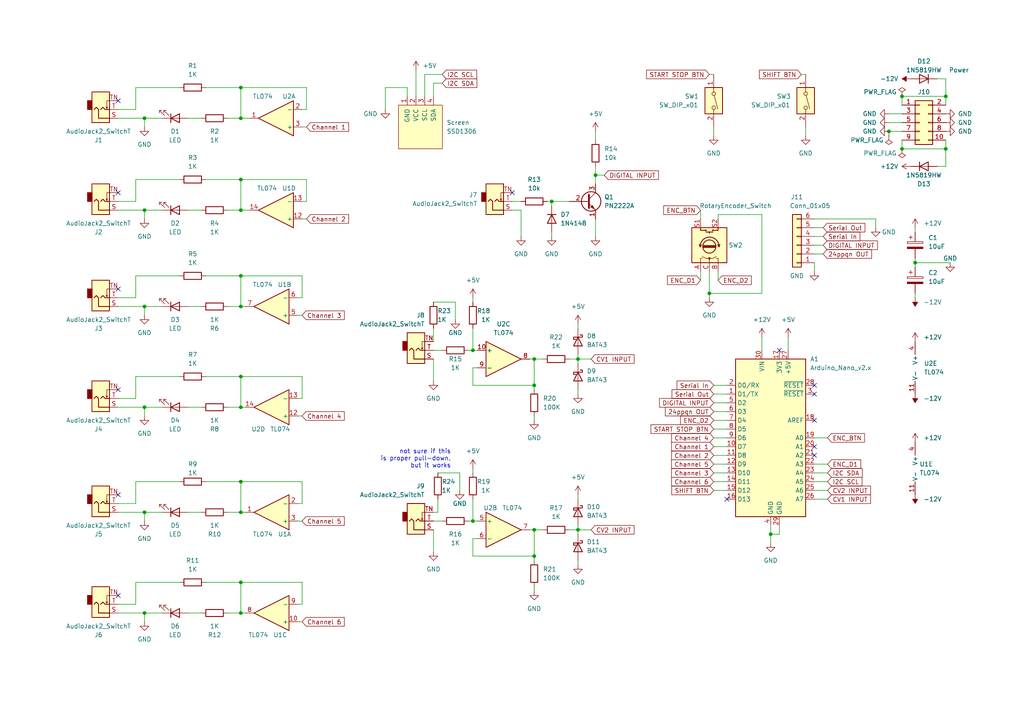
<source format=kicad_sch>
(kicad_sch (version 20211123) (generator eeschema)

  (uuid 939d1fca-3f2c-4183-926a-9b89a029d9a7)

  (paper "A4")

  (title_block
    (title "Gravity")
    (rev "3")
    (company "Sitka Instruments")
  )

  

  (junction (at 69.85 168.91) (diameter 0) (color 0 0 0 0)
    (uuid 01bbb586-ef8d-4ddf-8c80-74340115f8c2)
  )
  (junction (at 172.72 50.8) (diameter 0) (color 0 0 0 0)
    (uuid 0fe7b52a-5ab0-49af-9df5-605727fd9629)
  )
  (junction (at 69.85 177.8) (diameter 0) (color 0 0 0 0)
    (uuid 1aacebef-7166-44ac-ba9d-f4319bb8c2a1)
  )
  (junction (at 69.85 52.07) (diameter 0) (color 0 0 0 0)
    (uuid 1adea9cc-1a6f-43d0-a0c7-f15f9d142402)
  )
  (junction (at 167.64 104.14) (diameter 0) (color 0 0 0 0)
    (uuid 20ecb220-e95f-4871-989a-3aa80d4eef17)
  )
  (junction (at 69.85 109.22) (diameter 0) (color 0 0 0 0)
    (uuid 2d704435-2b61-45b7-b201-2bf6d837c7d3)
  )
  (junction (at 154.94 104.14) (diameter 0) (color 0 0 0 0)
    (uuid 2df7e01f-7c6c-4312-9ff7-ac020e968ee9)
  )
  (junction (at 41.91 34.29) (diameter 0) (color 0 0 0 0)
    (uuid 2f1a07b6-ad76-4a06-853c-dab3ee2850f6)
  )
  (junction (at 160.02 58.42) (diameter 0) (color 0 0 0 0)
    (uuid 3ec454cb-d195-43e0-940e-5dcf3cd11230)
  )
  (junction (at 41.91 148.59) (diameter 0) (color 0 0 0 0)
    (uuid 4c3b6af8-76f0-45ef-8c3f-9df4284c0206)
  )
  (junction (at 154.94 161.29) (diameter 0) (color 0 0 0 0)
    (uuid 4ef302ba-3fb8-473b-9960-3d952a8700dc)
  )
  (junction (at 69.85 118.11) (diameter 0) (color 0 0 0 0)
    (uuid 4fad6dae-d502-4839-af03-741c666aa89e)
  )
  (junction (at 137.16 151.13) (diameter 0) (color 0 0 0 0)
    (uuid 65dfde2f-bec6-446d-be6a-c5bad6fe7084)
  )
  (junction (at 41.91 118.11) (diameter 0) (color 0 0 0 0)
    (uuid 6f8c3b1c-3a38-4d86-9bc2-ad6939358a54)
  )
  (junction (at 69.85 80.01) (diameter 0) (color 0 0 0 0)
    (uuid 7247c85d-9109-4f74-a5f8-073a13ad9b00)
  )
  (junction (at 41.91 177.8) (diameter 0) (color 0 0 0 0)
    (uuid 7831fb5e-123a-46df-a455-7a9508dbe5ab)
  )
  (junction (at 69.85 139.7) (diameter 0) (color 0 0 0 0)
    (uuid 7ce994f6-9837-42f6-8f0e-a33b87846a85)
  )
  (junction (at 257.81 38.1) (diameter 0) (color 0 0 0 0)
    (uuid 80a0f295-48e1-4569-8d26-3102546e0255)
  )
  (junction (at 274.32 27.94) (diameter 0) (color 0 0 0 0)
    (uuid 80b03588-aa23-476a-9d12-a060ede2aafe)
  )
  (junction (at 69.85 60.96) (diameter 0) (color 0 0 0 0)
    (uuid 87e1f6f2-4291-4a56-a6c6-5e0e8fe5a1fb)
  )
  (junction (at 69.85 25.4) (diameter 0) (color 0 0 0 0)
    (uuid 9e2c980a-19bd-4dcd-85f5-d80d62e3f8cf)
  )
  (junction (at 41.91 60.96) (diameter 0) (color 0 0 0 0)
    (uuid a5a39816-f1ee-4ab9-8314-e277f66dbe27)
  )
  (junction (at 223.52 154.94) (diameter 0) (color 0 0 0 0)
    (uuid ace1d0a5-8f41-47b3-84a2-d13fc43afe5d)
  )
  (junction (at 69.85 34.29) (diameter 0) (color 0 0 0 0)
    (uuid b23f1ea8-6677-4ea6-a94b-85b8eb53b8d8)
  )
  (junction (at 69.85 88.9) (diameter 0) (color 0 0 0 0)
    (uuid b902f786-0e2c-4183-b096-7f344f5749b2)
  )
  (junction (at 261.62 27.94) (diameter 0) (color 0 0 0 0)
    (uuid b919c27a-f637-48d6-8184-7ceb19a616c3)
  )
  (junction (at 274.32 43.18) (diameter 0) (color 0 0 0 0)
    (uuid bdb4e82f-deca-4494-9511-3af4e2c5e381)
  )
  (junction (at 137.16 101.6) (diameter 0) (color 0 0 0 0)
    (uuid cd01be16-25f8-409f-95b1-b355a2382b57)
  )
  (junction (at 69.85 148.59) (diameter 0) (color 0 0 0 0)
    (uuid d046d289-4c5a-4d32-950f-33f865de2574)
  )
  (junction (at 261.62 43.18) (diameter 0) (color 0 0 0 0)
    (uuid d3b1a6e1-ba88-4969-a859-28bf08cd9cc9)
  )
  (junction (at 154.94 153.67) (diameter 0) (color 0 0 0 0)
    (uuid d56a31ed-ec5a-4724-b044-fd56627a92e8)
  )
  (junction (at 41.91 88.9) (diameter 0) (color 0 0 0 0)
    (uuid dca585e3-e89d-40ba-8154-042e0bc6a9a6)
  )
  (junction (at 265.43 76.2) (diameter 0) (color 0 0 0 0)
    (uuid e8605e95-0637-41f0-a19c-e385856bb70d)
  )
  (junction (at 154.94 111.76) (diameter 0) (color 0 0 0 0)
    (uuid ec6161ff-f736-4426-a4cf-6258043462ab)
  )
  (junction (at 167.64 153.67) (diameter 0) (color 0 0 0 0)
    (uuid f2a0cb2a-8c72-467c-9ca7-c53da25df665)
  )
  (junction (at 205.74 85.09) (diameter 0) (color 0 0 0 0)
    (uuid fd1e9dbf-7bbb-42f0-a50d-c2c89c626c2d)
  )

  (no_connect (at 34.29 113.03) (uuid 0d5627fb-5697-4efc-a260-d96ecb9f93c3))
  (no_connect (at 148.59 55.88) (uuid 2654b987-4591-469d-89c7-45b83f14b521))
  (no_connect (at 236.22 111.76) (uuid 27dea4c6-c043-451d-b6c6-fc3d416a6f51))
  (no_connect (at 34.29 172.72) (uuid 3b8ad362-c359-4165-91ec-aadffcf3d978))
  (no_connect (at 236.22 114.3) (uuid 4dea39fc-bb12-4db7-8438-3469730bc7e8))
  (no_connect (at 210.82 144.78) (uuid 5be04ac6-43c5-4261-953a-dd12f2531b6f))
  (no_connect (at 236.22 121.92) (uuid 609e719e-33ca-4634-b65e-d90f2c75c119))
  (no_connect (at 34.29 143.51) (uuid 7a2da178-df57-453c-8a4a-28fcdc2f3c50))
  (no_connect (at 34.29 83.82) (uuid 8484e074-dbbf-4a1a-831d-0024b24e16ee))
  (no_connect (at 236.22 132.08) (uuid 89eab1dc-771e-440a-a558-42d123c04925))
  (no_connect (at 34.29 55.88) (uuid 8c00c48a-3885-4e94-a56e-75fdd48c8ac2))
  (no_connect (at 226.06 101.6) (uuid bab23eb2-2de9-4101-8518-b1550e4ed0ff))
  (no_connect (at 236.22 129.54) (uuid bc5d432a-9a40-4a38-8a20-d7136d6a72cd))
  (no_connect (at 34.29 29.21) (uuid caea21cf-ff3a-459d-ae29-45e99bc93b79))

  (wire (pts (xy 220.98 62.23) (xy 220.98 85.09))
    (stroke (width 0) (type default) (color 0 0 0 0))
    (uuid 00888669-526f-4afc-bbd6-43e3940c23c9)
  )
  (wire (pts (xy 123.19 21.59) (xy 123.19 27.94))
    (stroke (width 0) (type default) (color 0 0 0 0))
    (uuid 02f7a7c9-330b-4799-8e3c-3005ca5a2490)
  )
  (wire (pts (xy 207.01 114.3) (xy 210.82 114.3))
    (stroke (width 0) (type default) (color 0 0 0 0))
    (uuid 04548b77-d823-4c1b-9c27-c6ce43c98aa3)
  )
  (wire (pts (xy 207.01 124.46) (xy 210.82 124.46))
    (stroke (width 0) (type default) (color 0 0 0 0))
    (uuid 05b9f1d0-5ff4-4d57-8802-0d2c4eb21316)
  )
  (wire (pts (xy 158.75 58.42) (xy 160.02 58.42))
    (stroke (width 0) (type default) (color 0 0 0 0))
    (uuid 068165ec-6c11-4c02-8e0b-ccfe566a7650)
  )
  (wire (pts (xy 86.36 151.13) (xy 87.63 151.13))
    (stroke (width 0) (type default) (color 0 0 0 0))
    (uuid 0875d199-3a61-4f17-843a-f75a66a4050e)
  )
  (wire (pts (xy 254 66.04) (xy 254 63.5))
    (stroke (width 0) (type default) (color 0 0 0 0))
    (uuid 090f674a-39dc-4d32-abfc-009b9b3755f5)
  )
  (wire (pts (xy 39.37 58.42) (xy 39.37 52.07))
    (stroke (width 0) (type default) (color 0 0 0 0))
    (uuid 0a2211b4-91f5-4459-8d97-5e8e188af34c)
  )
  (wire (pts (xy 167.64 93.98) (xy 167.64 95.25))
    (stroke (width 0) (type default) (color 0 0 0 0))
    (uuid 0b45849a-34c3-4799-bb24-89e0ee4d5d11)
  )
  (wire (pts (xy 153.67 104.14) (xy 154.94 104.14))
    (stroke (width 0) (type default) (color 0 0 0 0))
    (uuid 0cd5af5c-78df-4bca-b70f-bd8e8f13e667)
  )
  (wire (pts (xy 207.01 111.76) (xy 210.82 111.76))
    (stroke (width 0) (type default) (color 0 0 0 0))
    (uuid 0e1ac309-c3ad-4ab1-a03b-2dd118f6d87a)
  )
  (wire (pts (xy 172.72 50.8) (xy 172.72 53.34))
    (stroke (width 0) (type default) (color 0 0 0 0))
    (uuid 0e6c4c43-1c36-439e-a778-2631ebda15e9)
  )
  (wire (pts (xy 54.61 148.59) (xy 58.42 148.59))
    (stroke (width 0) (type default) (color 0 0 0 0))
    (uuid 0ea24428-0de9-41d4-b673-d16d645ec740)
  )
  (wire (pts (xy 127 144.78) (xy 127 148.59))
    (stroke (width 0) (type default) (color 0 0 0 0))
    (uuid 0f9b2d4c-7ebb-4d08-9e09-9e4d01860e9b)
  )
  (wire (pts (xy 148.59 58.42) (xy 151.13 58.42))
    (stroke (width 0) (type default) (color 0 0 0 0))
    (uuid 0fde4400-cc90-4e37-aff0-a829c3566030)
  )
  (wire (pts (xy 265.43 74.93) (xy 265.43 76.2))
    (stroke (width 0) (type default) (color 0 0 0 0))
    (uuid 10048850-4277-4da4-9149-45e2a0417c49)
  )
  (wire (pts (xy 167.64 153.67) (xy 167.64 154.94))
    (stroke (width 0) (type default) (color 0 0 0 0))
    (uuid 10722ce5-f8a5-4eca-b191-f5ea1254bb30)
  )
  (wire (pts (xy 208.28 62.23) (xy 220.98 62.23))
    (stroke (width 0) (type default) (color 0 0 0 0))
    (uuid 12553f91-cba2-4ab1-b10c-9a2c101efbcb)
  )
  (wire (pts (xy 238.76 68.58) (xy 236.22 68.58))
    (stroke (width 0) (type default) (color 0 0 0 0))
    (uuid 15573316-7046-4cb3-be84-b290b3262405)
  )
  (wire (pts (xy 34.29 34.29) (xy 41.91 34.29))
    (stroke (width 0) (type default) (color 0 0 0 0))
    (uuid 1696b3ef-3157-4d71-9b48-209593675872)
  )
  (wire (pts (xy 223.52 154.94) (xy 226.06 154.94))
    (stroke (width 0) (type default) (color 0 0 0 0))
    (uuid 16c74f4f-26d2-4480-a255-55053d75fe30)
  )
  (wire (pts (xy 41.91 34.29) (xy 46.99 34.29))
    (stroke (width 0) (type default) (color 0 0 0 0))
    (uuid 18993a8a-ca5d-407f-848b-defb203a9189)
  )
  (wire (pts (xy 172.72 63.5) (xy 172.72 68.58))
    (stroke (width 0) (type default) (color 0 0 0 0))
    (uuid 18ae432e-29c1-4f82-b5de-08351e122d6b)
  )
  (wire (pts (xy 34.29 88.9) (xy 41.91 88.9))
    (stroke (width 0) (type default) (color 0 0 0 0))
    (uuid 1ab20642-1f70-4b02-85c3-d07b70dfa09f)
  )
  (wire (pts (xy 157.48 153.67) (xy 154.94 153.67))
    (stroke (width 0) (type default) (color 0 0 0 0))
    (uuid 1b09d72d-a60a-404a-8eff-af5928779ca3)
  )
  (wire (pts (xy 274.32 48.26) (xy 274.32 43.18))
    (stroke (width 0) (type default) (color 0 0 0 0))
    (uuid 1f9896e6-b5ae-4280-b574-867cc1543442)
  )
  (wire (pts (xy 137.16 106.68) (xy 138.43 106.68))
    (stroke (width 0) (type default) (color 0 0 0 0))
    (uuid 218936c9-fd88-46f3-812f-021cc4e7e95d)
  )
  (wire (pts (xy 87.63 115.57) (xy 87.63 109.22))
    (stroke (width 0) (type default) (color 0 0 0 0))
    (uuid 22b67607-fd33-40bf-9953-aaeb2cc3bff3)
  )
  (wire (pts (xy 69.85 52.07) (xy 69.85 60.96))
    (stroke (width 0) (type default) (color 0 0 0 0))
    (uuid 22ec07c6-1814-4bcc-81fe-8b2a319721d4)
  )
  (wire (pts (xy 125.73 104.14) (xy 125.73 110.49))
    (stroke (width 0) (type default) (color 0 0 0 0))
    (uuid 232f38ec-21ea-4a47-91ea-c85a04889396)
  )
  (wire (pts (xy 203.2 63.5) (xy 203.2 60.96))
    (stroke (width 0) (type default) (color 0 0 0 0))
    (uuid 23cdf0c9-4c44-4333-ad84-40cf9337ba38)
  )
  (wire (pts (xy 207.01 119.38) (xy 210.82 119.38))
    (stroke (width 0) (type default) (color 0 0 0 0))
    (uuid 23dac4f0-812d-4677-88fa-5bdcd3979384)
  )
  (wire (pts (xy 39.37 146.05) (xy 39.37 139.7))
    (stroke (width 0) (type default) (color 0 0 0 0))
    (uuid 2450b13d-1b2c-42e2-9f3c-022c8d283799)
  )
  (wire (pts (xy 118.11 25.4) (xy 118.11 27.94))
    (stroke (width 0) (type default) (color 0 0 0 0))
    (uuid 24898c03-0432-4355-9022-1dd4a494db3b)
  )
  (wire (pts (xy 39.37 175.26) (xy 39.37 168.91))
    (stroke (width 0) (type default) (color 0 0 0 0))
    (uuid 24a77f75-c600-45cb-bf5f-afea87ea647c)
  )
  (wire (pts (xy 128.27 21.59) (xy 123.19 21.59))
    (stroke (width 0) (type default) (color 0 0 0 0))
    (uuid 2687bf03-ffc2-4d48-aa6f-1aef93caa657)
  )
  (wire (pts (xy 167.64 104.14) (xy 167.64 105.41))
    (stroke (width 0) (type default) (color 0 0 0 0))
    (uuid 2708cad2-c1d4-431c-a491-069abb353cb1)
  )
  (wire (pts (xy 54.61 118.11) (xy 58.42 118.11))
    (stroke (width 0) (type default) (color 0 0 0 0))
    (uuid 275de223-e55c-4595-954a-6b567572e319)
  )
  (wire (pts (xy 39.37 168.91) (xy 52.07 168.91))
    (stroke (width 0) (type default) (color 0 0 0 0))
    (uuid 282549b8-debb-4192-8eb7-5e1fc199c3b2)
  )
  (wire (pts (xy 203.2 81.28) (xy 203.2 78.74))
    (stroke (width 0) (type default) (color 0 0 0 0))
    (uuid 292448f2-9878-48b7-bdaa-bba1bdc524e1)
  )
  (wire (pts (xy 154.94 113.03) (xy 154.94 111.76))
    (stroke (width 0) (type default) (color 0 0 0 0))
    (uuid 29f12c71-1e39-46c9-8468-57b050e8c4e3)
  )
  (wire (pts (xy 265.43 76.2) (xy 265.43 77.47))
    (stroke (width 0) (type default) (color 0 0 0 0))
    (uuid 2bf77205-7bd4-4b19-92a5-403df8997ca4)
  )
  (wire (pts (xy 41.91 60.96) (xy 41.91 63.5))
    (stroke (width 0) (type default) (color 0 0 0 0))
    (uuid 2d2c567f-990e-43de-a45e-07dcf3d574df)
  )
  (wire (pts (xy 86.36 120.65) (xy 87.63 120.65))
    (stroke (width 0) (type default) (color 0 0 0 0))
    (uuid 303bccf3-2d61-4c16-987a-64577855d3bb)
  )
  (wire (pts (xy 39.37 31.75) (xy 39.37 25.4))
    (stroke (width 0) (type default) (color 0 0 0 0))
    (uuid 325ad235-d39c-4894-9060-669ec65da8cf)
  )
  (wire (pts (xy 172.72 38.1) (xy 172.72 40.64))
    (stroke (width 0) (type default) (color 0 0 0 0))
    (uuid 335e260c-544e-4446-b9b4-df9e8330f67c)
  )
  (wire (pts (xy 228.6 97.79) (xy 228.6 101.6))
    (stroke (width 0) (type default) (color 0 0 0 0))
    (uuid 335feb20-1fb8-4c80-a47e-65aa81fbef83)
  )
  (wire (pts (xy 207.01 137.16) (xy 210.82 137.16))
    (stroke (width 0) (type default) (color 0 0 0 0))
    (uuid 33a36406-7342-4e89-9638-dd13fc9c9e59)
  )
  (wire (pts (xy 69.85 139.7) (xy 87.63 139.7))
    (stroke (width 0) (type default) (color 0 0 0 0))
    (uuid 33d6f89f-8648-43ab-8211-808a5c2a1de9)
  )
  (wire (pts (xy 34.29 146.05) (xy 39.37 146.05))
    (stroke (width 0) (type default) (color 0 0 0 0))
    (uuid 349d1b17-3ca5-4310-8603-bfcac15d9779)
  )
  (wire (pts (xy 34.29 177.8) (xy 41.91 177.8))
    (stroke (width 0) (type default) (color 0 0 0 0))
    (uuid 35a4bcdd-c017-440b-9dad-75ec8aa47970)
  )
  (wire (pts (xy 59.69 25.4) (xy 69.85 25.4))
    (stroke (width 0) (type default) (color 0 0 0 0))
    (uuid 379f1c28-4a76-4353-90b3-8c03b9cc7732)
  )
  (wire (pts (xy 207.01 21.59) (xy 205.74 21.59))
    (stroke (width 0) (type default) (color 0 0 0 0))
    (uuid 38f018c4-6a5e-41fd-be32-9f1782112fb1)
  )
  (wire (pts (xy 125.73 101.6) (xy 128.27 101.6))
    (stroke (width 0) (type default) (color 0 0 0 0))
    (uuid 3b6a8b02-3ae7-4eaa-b590-43c6b96299ee)
  )
  (wire (pts (xy 54.61 34.29) (xy 58.42 34.29))
    (stroke (width 0) (type default) (color 0 0 0 0))
    (uuid 3d377ce1-a2c5-4d14-9f02-94478caf1282)
  )
  (wire (pts (xy 87.63 31.75) (xy 88.9 31.75))
    (stroke (width 0) (type default) (color 0 0 0 0))
    (uuid 3e571a02-03e0-4598-a609-e9c7e7a95ec4)
  )
  (wire (pts (xy 154.94 153.67) (xy 154.94 161.29))
    (stroke (width 0) (type default) (color 0 0 0 0))
    (uuid 41592a34-b5e0-498e-b3d9-5e683e74e400)
  )
  (wire (pts (xy 167.64 104.14) (xy 171.45 104.14))
    (stroke (width 0) (type default) (color 0 0 0 0))
    (uuid 415f6a2a-0819-4a32-a17d-06a0e8a58036)
  )
  (wire (pts (xy 69.85 60.96) (xy 72.39 60.96))
    (stroke (width 0) (type default) (color 0 0 0 0))
    (uuid 418e2033-9beb-4dc9-852d-fdebff37f6e4)
  )
  (wire (pts (xy 265.43 66.04) (xy 265.43 67.31))
    (stroke (width 0) (type default) (color 0 0 0 0))
    (uuid 4311a415-97b2-43f6-a81d-718e51e1b859)
  )
  (wire (pts (xy 133.35 137.16) (xy 133.35 142.24))
    (stroke (width 0) (type default) (color 0 0 0 0))
    (uuid 4387f603-b8cb-49f8-9cf0-e883ca84f431)
  )
  (wire (pts (xy 125.73 87.63) (xy 132.08 87.63))
    (stroke (width 0) (type default) (color 0 0 0 0))
    (uuid 442c3d44-985a-41cf-a427-d1e2cd1a65ee)
  )
  (wire (pts (xy 137.16 161.29) (xy 154.94 161.29))
    (stroke (width 0) (type default) (color 0 0 0 0))
    (uuid 44fdae99-fabc-42c3-b71e-03120ee479ee)
  )
  (wire (pts (xy 167.64 113.03) (xy 167.64 114.3))
    (stroke (width 0) (type default) (color 0 0 0 0))
    (uuid 459710f6-4d7d-40be-9b04-5e9a368b8c00)
  )
  (wire (pts (xy 208.28 63.5) (xy 208.28 62.23))
    (stroke (width 0) (type default) (color 0 0 0 0))
    (uuid 46b304df-4180-4984-9e5d-83e10dcadff4)
  )
  (wire (pts (xy 137.16 101.6) (xy 138.43 101.6))
    (stroke (width 0) (type default) (color 0 0 0 0))
    (uuid 474a3f9d-2b64-4966-9c5e-ee995dbcc11f)
  )
  (wire (pts (xy 86.36 180.34) (xy 87.63 180.34))
    (stroke (width 0) (type default) (color 0 0 0 0))
    (uuid 4754b732-0a33-494b-90b0-fee8412301df)
  )
  (wire (pts (xy 86.36 91.44) (xy 87.63 91.44))
    (stroke (width 0) (type default) (color 0 0 0 0))
    (uuid 47a4e244-780e-48eb-b41d-1640d66c0fcd)
  )
  (wire (pts (xy 135.89 101.6) (xy 137.16 101.6))
    (stroke (width 0) (type default) (color 0 0 0 0))
    (uuid 47ac72d4-bd27-4447-b979-99a8986e623d)
  )
  (wire (pts (xy 167.64 152.4) (xy 167.64 153.67))
    (stroke (width 0) (type default) (color 0 0 0 0))
    (uuid 47e72c91-7c9f-4a84-84d0-c6e4a5768ed8)
  )
  (wire (pts (xy 233.68 39.37) (xy 233.68 36.83))
    (stroke (width 0) (type default) (color 0 0 0 0))
    (uuid 4818a8d1-75bc-44f4-b9ed-2be325375416)
  )
  (wire (pts (xy 157.48 104.14) (xy 154.94 104.14))
    (stroke (width 0) (type default) (color 0 0 0 0))
    (uuid 49cde530-ddc1-4f14-9b13-8d9a2ca10c3a)
  )
  (wire (pts (xy 137.16 156.21) (xy 137.16 161.29))
    (stroke (width 0) (type default) (color 0 0 0 0))
    (uuid 4b70d7be-d0b4-4935-b09f-3578133ba481)
  )
  (wire (pts (xy 41.91 60.96) (xy 46.99 60.96))
    (stroke (width 0) (type default) (color 0 0 0 0))
    (uuid 4c0b437f-8a01-477d-a6f9-7ec7ce2dc466)
  )
  (wire (pts (xy 238.76 66.04) (xy 236.22 66.04))
    (stroke (width 0) (type default) (color 0 0 0 0))
    (uuid 4d458ee8-d508-40bd-9b92-392330328966)
  )
  (wire (pts (xy 39.37 80.01) (xy 52.07 80.01))
    (stroke (width 0) (type default) (color 0 0 0 0))
    (uuid 4d557d7f-7719-4f80-94ac-5531db91c5c7)
  )
  (wire (pts (xy 226.06 152.4) (xy 226.06 154.94))
    (stroke (width 0) (type default) (color 0 0 0 0))
    (uuid 4d5adbc3-357f-4a75-9468-e5a15ab291e3)
  )
  (wire (pts (xy 87.63 86.36) (xy 87.63 80.01))
    (stroke (width 0) (type default) (color 0 0 0 0))
    (uuid 4e0a158e-f62e-4ad0-b943-3eaefad92067)
  )
  (wire (pts (xy 54.61 60.96) (xy 58.42 60.96))
    (stroke (width 0) (type default) (color 0 0 0 0))
    (uuid 50855149-12eb-4a2e-a48d-3bc78970e17d)
  )
  (wire (pts (xy 86.36 86.36) (xy 87.63 86.36))
    (stroke (width 0) (type default) (color 0 0 0 0))
    (uuid 54f4dac5-21cb-4ccc-b34e-bca1afba31d2)
  )
  (wire (pts (xy 87.63 80.01) (xy 69.85 80.01))
    (stroke (width 0) (type default) (color 0 0 0 0))
    (uuid 55051037-8b31-44b9-8e01-8ae5d0b6424d)
  )
  (wire (pts (xy 34.29 58.42) (xy 39.37 58.42))
    (stroke (width 0) (type default) (color 0 0 0 0))
    (uuid 559ecdd5-7157-4b6e-8365-c80a48a2639c)
  )
  (wire (pts (xy 34.29 86.36) (xy 39.37 86.36))
    (stroke (width 0) (type default) (color 0 0 0 0))
    (uuid 55c0478d-8080-4c1d-8604-65a2d25999fa)
  )
  (wire (pts (xy 167.64 143.51) (xy 167.64 144.78))
    (stroke (width 0) (type default) (color 0 0 0 0))
    (uuid 55f39ab8-c72e-42c1-a690-a397d34d1bc8)
  )
  (wire (pts (xy 120.65 20.32) (xy 120.65 27.94))
    (stroke (width 0) (type default) (color 0 0 0 0))
    (uuid 578b6235-424f-4ef7-a13a-2eb828fdff70)
  )
  (wire (pts (xy 207.01 132.08) (xy 210.82 132.08))
    (stroke (width 0) (type default) (color 0 0 0 0))
    (uuid 5a722d22-4ecd-49dd-bcb0-518e553ae30d)
  )
  (wire (pts (xy 274.32 22.86) (xy 274.32 27.94))
    (stroke (width 0) (type default) (color 0 0 0 0))
    (uuid 5c09703f-6c76-495d-9a58-e2ebc9242342)
  )
  (wire (pts (xy 39.37 109.22) (xy 52.07 109.22))
    (stroke (width 0) (type default) (color 0 0 0 0))
    (uuid 5c400b46-2fcf-4458-9699-ae37dd26bccb)
  )
  (wire (pts (xy 69.85 109.22) (xy 69.85 118.11))
    (stroke (width 0) (type default) (color 0 0 0 0))
    (uuid 5cd6e5fe-4b18-46d6-a3d1-e3ffde24589e)
  )
  (wire (pts (xy 274.32 40.64) (xy 274.32 43.18))
    (stroke (width 0) (type default) (color 0 0 0 0))
    (uuid 5d5ced92-faf8-444e-981f-4e4ff49b98e7)
  )
  (wire (pts (xy 41.91 34.29) (xy 41.91 36.83))
    (stroke (width 0) (type default) (color 0 0 0 0))
    (uuid 5d93f799-90b6-4c25-98c8-cc4dbc3b1bc0)
  )
  (wire (pts (xy 88.9 58.42) (xy 88.9 52.07))
    (stroke (width 0) (type default) (color 0 0 0 0))
    (uuid 5ec7b1d8-8446-4919-a38c-76210caa1873)
  )
  (wire (pts (xy 167.64 162.56) (xy 167.64 163.83))
    (stroke (width 0) (type default) (color 0 0 0 0))
    (uuid 5f035f85-8c2e-4853-b183-6abac5e2be10)
  )
  (wire (pts (xy 132.08 87.63) (xy 132.08 92.71))
    (stroke (width 0) (type default) (color 0 0 0 0))
    (uuid 61b30485-195b-4bad-8840-2b6a72961f80)
  )
  (wire (pts (xy 160.02 67.31) (xy 160.02 68.58))
    (stroke (width 0) (type default) (color 0 0 0 0))
    (uuid 629a7aa1-4019-458a-8b5d-0abf66ce0257)
  )
  (wire (pts (xy 34.29 148.59) (xy 41.91 148.59))
    (stroke (width 0) (type default) (color 0 0 0 0))
    (uuid 65958d22-4303-48dd-9fde-306753b42789)
  )
  (wire (pts (xy 41.91 118.11) (xy 41.91 120.65))
    (stroke (width 0) (type default) (color 0 0 0 0))
    (uuid 662ccf0e-d1d5-4050-8293-3daf044ab08c)
  )
  (wire (pts (xy 257.81 38.1) (xy 261.62 38.1))
    (stroke (width 0) (type default) (color 0 0 0 0))
    (uuid 686830dd-5bd4-421c-97b1-cd04ec112e6f)
  )
  (wire (pts (xy 154.94 121.92) (xy 154.94 120.65))
    (stroke (width 0) (type default) (color 0 0 0 0))
    (uuid 69069406-1963-4170-8560-8104e7e045d7)
  )
  (wire (pts (xy 137.16 95.25) (xy 137.16 101.6))
    (stroke (width 0) (type default) (color 0 0 0 0))
    (uuid 6da6842f-2388-4f5f-9ee2-76bb34632c1b)
  )
  (wire (pts (xy 69.85 25.4) (xy 88.9 25.4))
    (stroke (width 0) (type default) (color 0 0 0 0))
    (uuid 6ef03535-d0d2-4117-ba8a-13b15d291146)
  )
  (wire (pts (xy 41.91 177.8) (xy 46.99 177.8))
    (stroke (width 0) (type default) (color 0 0 0 0))
    (uuid 72a11c15-bc2e-4e4e-b064-0530d656a4f2)
  )
  (wire (pts (xy 125.73 24.13) (xy 125.73 27.94))
    (stroke (width 0) (type default) (color 0 0 0 0))
    (uuid 72d28e7a-0912-41d1-8bf0-5186c787f495)
  )
  (wire (pts (xy 34.29 115.57) (xy 39.37 115.57))
    (stroke (width 0) (type default) (color 0 0 0 0))
    (uuid 7454f9be-a252-4e64-8cb6-659f28a46b4e)
  )
  (wire (pts (xy 165.1 153.67) (xy 167.64 153.67))
    (stroke (width 0) (type default) (color 0 0 0 0))
    (uuid 746457c5-4533-496b-b839-879422eb2f82)
  )
  (wire (pts (xy 86.36 146.05) (xy 87.63 146.05))
    (stroke (width 0) (type default) (color 0 0 0 0))
    (uuid 774fcb45-a172-4233-8e81-6712f4651e80)
  )
  (wire (pts (xy 207.01 121.92) (xy 210.82 121.92))
    (stroke (width 0) (type default) (color 0 0 0 0))
    (uuid 78087d34-36cd-40f9-8df6-88f39a8e923c)
  )
  (wire (pts (xy 87.63 175.26) (xy 87.63 168.91))
    (stroke (width 0) (type default) (color 0 0 0 0))
    (uuid 78e786de-043d-4f36-a95b-827ecfd3a860)
  )
  (wire (pts (xy 151.13 60.96) (xy 151.13 68.58))
    (stroke (width 0) (type default) (color 0 0 0 0))
    (uuid 7bd72df4-68a1-4663-8001-035714ea1d46)
  )
  (wire (pts (xy 137.16 106.68) (xy 137.16 111.76))
    (stroke (width 0) (type default) (color 0 0 0 0))
    (uuid 7d009995-14e6-4e3a-a6bf-75ca9be73436)
  )
  (wire (pts (xy 236.22 134.62) (xy 240.03 134.62))
    (stroke (width 0) (type default) (color 0 0 0 0))
    (uuid 7dd53853-47b4-4ad4-b60a-12406caceae9)
  )
  (wire (pts (xy 87.63 58.42) (xy 88.9 58.42))
    (stroke (width 0) (type default) (color 0 0 0 0))
    (uuid 7eb86270-8e46-4c86-aca0-01cd356252d4)
  )
  (wire (pts (xy 34.29 31.75) (xy 39.37 31.75))
    (stroke (width 0) (type default) (color 0 0 0 0))
    (uuid 7f1a47e9-e606-4559-b3a6-98d8056eafbb)
  )
  (wire (pts (xy 69.85 52.07) (xy 88.9 52.07))
    (stroke (width 0) (type default) (color 0 0 0 0))
    (uuid 8087cf9e-a59e-49ee-959e-1547ad310f68)
  )
  (wire (pts (xy 205.74 78.74) (xy 205.74 85.09))
    (stroke (width 0) (type default) (color 0 0 0 0))
    (uuid 8209c98c-ad4a-4de7-8d4d-31929f244f93)
  )
  (wire (pts (xy 125.73 95.25) (xy 125.73 99.06))
    (stroke (width 0) (type default) (color 0 0 0 0))
    (uuid 82f14908-4c3c-4b1e-a311-74c33cecc46b)
  )
  (wire (pts (xy 111.76 31.75) (xy 111.76 25.4))
    (stroke (width 0) (type default) (color 0 0 0 0))
    (uuid 84628db2-78f4-455d-935c-669b74635348)
  )
  (wire (pts (xy 69.85 118.11) (xy 66.04 118.11))
    (stroke (width 0) (type default) (color 0 0 0 0))
    (uuid 84cd1643-db67-46fc-bdb3-0f8472565395)
  )
  (wire (pts (xy 207.01 127) (xy 210.82 127))
    (stroke (width 0) (type default) (color 0 0 0 0))
    (uuid 8676e459-7c2d-4c62-b756-5dbad9971ef4)
  )
  (wire (pts (xy 86.36 175.26) (xy 87.63 175.26))
    (stroke (width 0) (type default) (color 0 0 0 0))
    (uuid 895a16fe-6a85-40c1-a068-c6c5069be327)
  )
  (wire (pts (xy 172.72 50.8) (xy 175.26 50.8))
    (stroke (width 0) (type default) (color 0 0 0 0))
    (uuid 8a527247-4e86-49ac-96b2-0b9ba94da524)
  )
  (wire (pts (xy 66.04 60.96) (xy 69.85 60.96))
    (stroke (width 0) (type default) (color 0 0 0 0))
    (uuid 8bd5fd7f-cf6e-425c-b9d6-3c826368fb4d)
  )
  (wire (pts (xy 154.94 104.14) (xy 154.94 111.76))
    (stroke (width 0) (type default) (color 0 0 0 0))
    (uuid 8db87abd-78a8-4707-b998-35d91c31dc52)
  )
  (wire (pts (xy 125.73 148.59) (xy 127 148.59))
    (stroke (width 0) (type default) (color 0 0 0 0))
    (uuid 91d35dc0-b91a-4231-a2a4-e58d0e7f4232)
  )
  (wire (pts (xy 86.36 115.57) (xy 87.63 115.57))
    (stroke (width 0) (type default) (color 0 0 0 0))
    (uuid 92ae353c-97f4-4c4d-9398-e91db030f4a8)
  )
  (wire (pts (xy 137.16 86.36) (xy 137.16 87.63))
    (stroke (width 0) (type default) (color 0 0 0 0))
    (uuid 92dcd119-522b-416d-afb9-fe804b794444)
  )
  (wire (pts (xy 41.91 148.59) (xy 41.91 151.13))
    (stroke (width 0) (type default) (color 0 0 0 0))
    (uuid 9411389b-89e4-4fd9-b197-1fd897880c74)
  )
  (wire (pts (xy 160.02 58.42) (xy 160.02 59.69))
    (stroke (width 0) (type default) (color 0 0 0 0))
    (uuid 97d4dc22-cea2-4f31-ab47-48954521c9ea)
  )
  (wire (pts (xy 207.01 39.37) (xy 207.01 36.83))
    (stroke (width 0) (type default) (color 0 0 0 0))
    (uuid 982c0a71-fbd6-4ace-8adb-04279f3ab267)
  )
  (wire (pts (xy 236.22 139.7) (xy 240.03 139.7))
    (stroke (width 0) (type default) (color 0 0 0 0))
    (uuid 998fda77-4469-4506-86ca-bb382e8ee04b)
  )
  (wire (pts (xy 41.91 148.59) (xy 46.99 148.59))
    (stroke (width 0) (type default) (color 0 0 0 0))
    (uuid 9b42f2d5-ac7c-41cd-8133-c33ded91e5a9)
  )
  (wire (pts (xy 69.85 109.22) (xy 87.63 109.22))
    (stroke (width 0) (type default) (color 0 0 0 0))
    (uuid 9e5805ba-ef35-49a1-8625-91fc1a2d8c02)
  )
  (wire (pts (xy 137.16 135.89) (xy 137.16 137.16))
    (stroke (width 0) (type default) (color 0 0 0 0))
    (uuid 9ec202d2-54e7-4767-8d5f-5508e7b44543)
  )
  (wire (pts (xy 207.01 134.62) (xy 210.82 134.62))
    (stroke (width 0) (type default) (color 0 0 0 0))
    (uuid a11b243c-b8ac-4b51-920a-c19dc41aec03)
  )
  (wire (pts (xy 261.62 30.48) (xy 261.62 27.94))
    (stroke (width 0) (type default) (color 0 0 0 0))
    (uuid a32d7af7-caa5-4fcd-b940-60312a23b93a)
  )
  (wire (pts (xy 69.85 88.9) (xy 71.12 88.9))
    (stroke (width 0) (type default) (color 0 0 0 0))
    (uuid a384fadc-a10d-479f-94d2-2a5b2d1d7039)
  )
  (wire (pts (xy 271.78 48.26) (xy 274.32 48.26))
    (stroke (width 0) (type default) (color 0 0 0 0))
    (uuid a3ae5fe0-aa32-4413-85be-83d64b712b8c)
  )
  (wire (pts (xy 148.59 60.96) (xy 151.13 60.96))
    (stroke (width 0) (type default) (color 0 0 0 0))
    (uuid a419472a-c519-42af-a7a7-8d55731ad33e)
  )
  (wire (pts (xy 207.01 116.84) (xy 210.82 116.84))
    (stroke (width 0) (type default) (color 0 0 0 0))
    (uuid a437b42a-de25-44ea-bd82-78ea4050bd94)
  )
  (wire (pts (xy 233.68 21.59) (xy 232.41 21.59))
    (stroke (width 0) (type default) (color 0 0 0 0))
    (uuid a49154d7-98cd-42dc-b035-8363e6ed42ef)
  )
  (wire (pts (xy 208.28 81.28) (xy 208.28 78.74))
    (stroke (width 0) (type default) (color 0 0 0 0))
    (uuid a4f3d41a-af65-423d-b75c-3a4dfb401018)
  )
  (wire (pts (xy 69.85 168.91) (xy 87.63 168.91))
    (stroke (width 0) (type default) (color 0 0 0 0))
    (uuid a570fd45-915c-413d-8511-67112ddbfb1b)
  )
  (wire (pts (xy 39.37 25.4) (xy 52.07 25.4))
    (stroke (width 0) (type default) (color 0 0 0 0))
    (uuid a60d0abd-cac5-40ce-8146-e36e1abaeddf)
  )
  (wire (pts (xy 125.73 151.13) (xy 128.27 151.13))
    (stroke (width 0) (type default) (color 0 0 0 0))
    (uuid a6821adb-6787-40f0-882c-45474cd6d035)
  )
  (wire (pts (xy 39.37 115.57) (xy 39.37 109.22))
    (stroke (width 0) (type default) (color 0 0 0 0))
    (uuid a6f31cf3-8dc0-4e1e-a3a6-c76df8c6e2cb)
  )
  (wire (pts (xy 34.29 60.96) (xy 41.91 60.96))
    (stroke (width 0) (type default) (color 0 0 0 0))
    (uuid a80042cf-f0d4-4045-bfe4-04f7525272ec)
  )
  (wire (pts (xy 69.85 148.59) (xy 66.04 148.59))
    (stroke (width 0) (type default) (color 0 0 0 0))
    (uuid a8514681-196b-44d0-b279-cbd6f9496f12)
  )
  (wire (pts (xy 205.74 86.36) (xy 205.74 85.09))
    (stroke (width 0) (type default) (color 0 0 0 0))
    (uuid a88aa39c-ab01-48f4-b52c-72379da3c07b)
  )
  (wire (pts (xy 54.61 88.9) (xy 58.42 88.9))
    (stroke (width 0) (type default) (color 0 0 0 0))
    (uuid ab21b72a-c65b-436b-a024-420f0e1bd5fb)
  )
  (wire (pts (xy 205.74 85.09) (xy 220.98 85.09))
    (stroke (width 0) (type default) (color 0 0 0 0))
    (uuid ab393c6b-5fda-4897-ae5b-77fc0d49af67)
  )
  (wire (pts (xy 41.91 88.9) (xy 46.99 88.9))
    (stroke (width 0) (type default) (color 0 0 0 0))
    (uuid ac927798-764a-470d-8e32-ab188c3be9d9)
  )
  (wire (pts (xy 236.22 71.12) (xy 238.76 71.12))
    (stroke (width 0) (type default) (color 0 0 0 0))
    (uuid ac977693-55e6-4f2b-9336-0acabaf5e6cc)
  )
  (wire (pts (xy 160.02 58.42) (xy 165.1 58.42))
    (stroke (width 0) (type default) (color 0 0 0 0))
    (uuid acb04d4a-6e28-4197-b96d-cca961b9a352)
  )
  (wire (pts (xy 261.62 40.64) (xy 261.62 43.18))
    (stroke (width 0) (type default) (color 0 0 0 0))
    (uuid ad83ea93-a261-44af-9ce9-44f34c926f1f)
  )
  (wire (pts (xy 165.1 104.14) (xy 167.64 104.14))
    (stroke (width 0) (type default) (color 0 0 0 0))
    (uuid b02b8fe2-ffcf-4399-8d32-f085295ae9be)
  )
  (wire (pts (xy 87.63 63.5) (xy 88.9 63.5))
    (stroke (width 0) (type default) (color 0 0 0 0))
    (uuid b056618b-9337-4ecc-bce8-dc5869882bd7)
  )
  (wire (pts (xy 69.85 34.29) (xy 66.04 34.29))
    (stroke (width 0) (type default) (color 0 0 0 0))
    (uuid b3ffacae-4877-4f3c-b330-37753bcfeef2)
  )
  (wire (pts (xy 257.81 38.1) (xy 257.81 39.37))
    (stroke (width 0) (type default) (color 0 0 0 0))
    (uuid b45d2437-4231-4393-9853-61e2810e8eef)
  )
  (wire (pts (xy 59.69 52.07) (xy 69.85 52.07))
    (stroke (width 0) (type default) (color 0 0 0 0))
    (uuid b55c7749-7442-4e0e-81bc-0a478cb0ac8a)
  )
  (wire (pts (xy 69.85 118.11) (xy 71.12 118.11))
    (stroke (width 0) (type default) (color 0 0 0 0))
    (uuid b70b6063-f12f-423b-9971-1db44e53b1b6)
  )
  (wire (pts (xy 41.91 118.11) (xy 46.99 118.11))
    (stroke (width 0) (type default) (color 0 0 0 0))
    (uuid b7ba5590-bcbc-4d3a-bb2b-67ef3ff01bf9)
  )
  (wire (pts (xy 167.64 102.87) (xy 167.64 104.14))
    (stroke (width 0) (type default) (color 0 0 0 0))
    (uuid b8b96b86-9f26-4791-8fab-c0012a9204d0)
  )
  (wire (pts (xy 172.72 48.26) (xy 172.72 50.8))
    (stroke (width 0) (type default) (color 0 0 0 0))
    (uuid b913c3b8-7e72-4c0b-bda2-34fe7b55ab25)
  )
  (wire (pts (xy 236.22 137.16) (xy 240.03 137.16))
    (stroke (width 0) (type default) (color 0 0 0 0))
    (uuid baf9089a-117f-477e-b388-59d85cc068a1)
  )
  (wire (pts (xy 69.85 25.4) (xy 69.85 34.29))
    (stroke (width 0) (type default) (color 0 0 0 0))
    (uuid bd0ecbaa-0107-4713-afad-9631d70470c9)
  )
  (wire (pts (xy 257.81 35.56) (xy 261.62 35.56))
    (stroke (width 0) (type default) (color 0 0 0 0))
    (uuid be717b8a-a24e-4b1a-8c07-d2cb4a8b44a0)
  )
  (wire (pts (xy 59.69 139.7) (xy 69.85 139.7))
    (stroke (width 0) (type default) (color 0 0 0 0))
    (uuid be91969f-27d0-4896-bda7-89479ff2c6f0)
  )
  (wire (pts (xy 261.62 27.94) (xy 274.32 27.94))
    (stroke (width 0) (type default) (color 0 0 0 0))
    (uuid bfd39b38-25cc-4208-85be-c343c956d624)
  )
  (wire (pts (xy 41.91 177.8) (xy 41.91 180.34))
    (stroke (width 0) (type default) (color 0 0 0 0))
    (uuid c1344527-bf12-418e-bb93-1ab1cbcbc765)
  )
  (wire (pts (xy 69.85 80.01) (xy 69.85 88.9))
    (stroke (width 0) (type default) (color 0 0 0 0))
    (uuid c3958be8-3003-4b81-a0e5-084b481ac3e8)
  )
  (wire (pts (xy 223.52 152.4) (xy 223.52 154.94))
    (stroke (width 0) (type default) (color 0 0 0 0))
    (uuid c50581b5-4447-4088-bf17-173a09e402d5)
  )
  (wire (pts (xy 69.85 88.9) (xy 66.04 88.9))
    (stroke (width 0) (type default) (color 0 0 0 0))
    (uuid c6adff6e-82e1-42de-a1d3-c2320961301b)
  )
  (wire (pts (xy 154.94 162.56) (xy 154.94 161.29))
    (stroke (width 0) (type default) (color 0 0 0 0))
    (uuid cb58872e-1637-4041-9a9c-462d58f60489)
  )
  (wire (pts (xy 41.91 88.9) (xy 41.91 91.44))
    (stroke (width 0) (type default) (color 0 0 0 0))
    (uuid cd7749a7-ea7a-4254-8d13-3fc0af54ac1a)
  )
  (wire (pts (xy 127 137.16) (xy 133.35 137.16))
    (stroke (width 0) (type default) (color 0 0 0 0))
    (uuid cd876659-807a-444d-a58b-3ab4384818b6)
  )
  (wire (pts (xy 135.89 151.13) (xy 137.16 151.13))
    (stroke (width 0) (type default) (color 0 0 0 0))
    (uuid d0f348b7-a7a5-4cb3-b9f1-72c15c41a42d)
  )
  (wire (pts (xy 207.01 129.54) (xy 210.82 129.54))
    (stroke (width 0) (type default) (color 0 0 0 0))
    (uuid d2ceccc1-95d6-4f25-baa1-52608161f423)
  )
  (wire (pts (xy 54.61 177.8) (xy 58.42 177.8))
    (stroke (width 0) (type default) (color 0 0 0 0))
    (uuid d2ed7317-658a-4865-bf5f-b2b3135a861d)
  )
  (wire (pts (xy 69.85 34.29) (xy 72.39 34.29))
    (stroke (width 0) (type default) (color 0 0 0 0))
    (uuid d337bd41-b84a-4083-8138-b697897be715)
  )
  (wire (pts (xy 236.22 73.66) (xy 238.76 73.66))
    (stroke (width 0) (type default) (color 0 0 0 0))
    (uuid d3b10b90-4fd7-4a10-aadc-d707d0767705)
  )
  (wire (pts (xy 167.64 153.67) (xy 171.45 153.67))
    (stroke (width 0) (type default) (color 0 0 0 0))
    (uuid d7a22843-b5aa-4dcb-9f83-e0b93ec1d932)
  )
  (wire (pts (xy 39.37 52.07) (xy 52.07 52.07))
    (stroke (width 0) (type default) (color 0 0 0 0))
    (uuid d80078b3-94d9-48bf-85f9-0552f3304675)
  )
  (wire (pts (xy 111.76 25.4) (xy 118.11 25.4))
    (stroke (width 0) (type default) (color 0 0 0 0))
    (uuid d8c2b0e0-464d-4f8a-a354-013c2fcd2746)
  )
  (wire (pts (xy 220.98 97.79) (xy 220.98 101.6))
    (stroke (width 0) (type default) (color 0 0 0 0))
    (uuid d9290646-90b7-4fbd-83fc-19591b512599)
  )
  (wire (pts (xy 69.85 148.59) (xy 71.12 148.59))
    (stroke (width 0) (type default) (color 0 0 0 0))
    (uuid d9cdde04-0ad7-43b5-a5d5-b6ac5abb55b8)
  )
  (wire (pts (xy 261.62 43.18) (xy 274.32 43.18))
    (stroke (width 0) (type default) (color 0 0 0 0))
    (uuid da781abc-ee6e-4d62-971b-a28621e7f9c0)
  )
  (wire (pts (xy 137.16 111.76) (xy 154.94 111.76))
    (stroke (width 0) (type default) (color 0 0 0 0))
    (uuid dbc9e6c0-7a33-4ae4-9d9e-73c07879ba5d)
  )
  (wire (pts (xy 34.29 118.11) (xy 41.91 118.11))
    (stroke (width 0) (type default) (color 0 0 0 0))
    (uuid dc0c3e8e-4506-4ec8-9e3d-629192ad61d8)
  )
  (wire (pts (xy 137.16 156.21) (xy 138.43 156.21))
    (stroke (width 0) (type default) (color 0 0 0 0))
    (uuid de7a47fe-f0fc-4658-90ce-abe74da404a1)
  )
  (wire (pts (xy 236.22 142.24) (xy 240.03 142.24))
    (stroke (width 0) (type default) (color 0 0 0 0))
    (uuid de7fdbfa-a282-4f9d-a244-075c3a0e9b98)
  )
  (wire (pts (xy 59.69 109.22) (xy 69.85 109.22))
    (stroke (width 0) (type default) (color 0 0 0 0))
    (uuid df7516ee-ff61-4db9-89ba-5c412ec89d3d)
  )
  (wire (pts (xy 236.22 78.74) (xy 236.22 76.2))
    (stroke (width 0) (type default) (color 0 0 0 0))
    (uuid e02effa1-3de0-4ede-a8d0-c732a20fc74f)
  )
  (wire (pts (xy 236.22 127) (xy 240.03 127))
    (stroke (width 0) (type default) (color 0 0 0 0))
    (uuid e10d78c8-bc65-4a97-b811-fa8e485f78af)
  )
  (wire (pts (xy 87.63 36.83) (xy 88.9 36.83))
    (stroke (width 0) (type default) (color 0 0 0 0))
    (uuid e2dc13c9-6305-44b9-a070-0e2410dc6ca6)
  )
  (wire (pts (xy 137.16 151.13) (xy 138.43 151.13))
    (stroke (width 0) (type default) (color 0 0 0 0))
    (uuid e3fe9f9b-3930-485d-a0a3-8b2979ae16cb)
  )
  (wire (pts (xy 236.22 144.78) (xy 240.03 144.78))
    (stroke (width 0) (type default) (color 0 0 0 0))
    (uuid e501891d-8877-41ec-9061-b1ed5f555caf)
  )
  (wire (pts (xy 34.29 175.26) (xy 39.37 175.26))
    (stroke (width 0) (type default) (color 0 0 0 0))
    (uuid e5137e87-aafe-4a66-8e8a-00ecf77e5822)
  )
  (wire (pts (xy 271.78 22.86) (xy 274.32 22.86))
    (stroke (width 0) (type default) (color 0 0 0 0))
    (uuid e5cc527c-7c22-4bc4-9478-79f22af81342)
  )
  (wire (pts (xy 69.85 139.7) (xy 69.85 148.59))
    (stroke (width 0) (type default) (color 0 0 0 0))
    (uuid e64ef4a2-9524-4343-aff1-00c177a81ec0)
  )
  (wire (pts (xy 265.43 85.09) (xy 265.43 86.36))
    (stroke (width 0) (type default) (color 0 0 0 0))
    (uuid e6e66dc7-1aee-4cac-811d-1595812a31eb)
  )
  (wire (pts (xy 88.9 31.75) (xy 88.9 25.4))
    (stroke (width 0) (type default) (color 0 0 0 0))
    (uuid e904f6ec-a5c8-4543-b6fd-3f6e319ee11f)
  )
  (wire (pts (xy 275.59 76.2) (xy 265.43 76.2))
    (stroke (width 0) (type default) (color 0 0 0 0))
    (uuid ea5e64c5-de9e-426a-8163-477b4ab6c3af)
  )
  (wire (pts (xy 59.69 168.91) (xy 69.85 168.91))
    (stroke (width 0) (type default) (color 0 0 0 0))
    (uuid eccdcaa1-196e-4da9-93df-22871ab227e4)
  )
  (wire (pts (xy 154.94 171.45) (xy 154.94 170.18))
    (stroke (width 0) (type default) (color 0 0 0 0))
    (uuid edb34f50-21d7-48c4-a591-fa7e1cf3936e)
  )
  (wire (pts (xy 257.81 33.02) (xy 261.62 33.02))
    (stroke (width 0) (type default) (color 0 0 0 0))
    (uuid edbfec5f-792f-4d72-a9b3-c785ca15edc6)
  )
  (wire (pts (xy 153.67 153.67) (xy 154.94 153.67))
    (stroke (width 0) (type default) (color 0 0 0 0))
    (uuid f008b134-e79e-4ed2-96ee-57bfd525332c)
  )
  (wire (pts (xy 69.85 177.8) (xy 71.12 177.8))
    (stroke (width 0) (type default) (color 0 0 0 0))
    (uuid f0ef78ab-0722-4695-a988-a525c6c89c13)
  )
  (wire (pts (xy 128.27 24.13) (xy 125.73 24.13))
    (stroke (width 0) (type default) (color 0 0 0 0))
    (uuid f3cfd946-5506-454f-be6b-f33cc891d633)
  )
  (wire (pts (xy 87.63 146.05) (xy 87.63 139.7))
    (stroke (width 0) (type default) (color 0 0 0 0))
    (uuid f4e61a2c-c030-4ac1-9706-982cd511d7df)
  )
  (wire (pts (xy 207.01 139.7) (xy 210.82 139.7))
    (stroke (width 0) (type default) (color 0 0 0 0))
    (uuid f518df89-b116-40e8-99b0-a8b0297e7e7c)
  )
  (wire (pts (xy 223.52 154.94) (xy 223.52 157.48))
    (stroke (width 0) (type default) (color 0 0 0 0))
    (uuid f5e8264b-9b68-4427-8c75-2842df767dac)
  )
  (wire (pts (xy 137.16 144.78) (xy 137.16 151.13))
    (stroke (width 0) (type default) (color 0 0 0 0))
    (uuid f606dc30-d11c-4363-876e-ff6819b53b93)
  )
  (wire (pts (xy 69.85 168.91) (xy 69.85 177.8))
    (stroke (width 0) (type default) (color 0 0 0 0))
    (uuid f8481e02-da91-4968-a9ed-6f01e186219f)
  )
  (wire (pts (xy 39.37 139.7) (xy 52.07 139.7))
    (stroke (width 0) (type default) (color 0 0 0 0))
    (uuid f864f0c5-c0d1-4877-a6f4-44d2ed9246f9)
  )
  (wire (pts (xy 207.01 142.24) (xy 210.82 142.24))
    (stroke (width 0) (type default) (color 0 0 0 0))
    (uuid f9e900c1-7c4f-48c1-995b-aa77f74963af)
  )
  (wire (pts (xy 125.73 153.67) (xy 125.73 160.02))
    (stroke (width 0) (type default) (color 0 0 0 0))
    (uuid fa59d2e2-3f00-4fa2-a8b3-57c15075ed6d)
  )
  (wire (pts (xy 59.69 80.01) (xy 69.85 80.01))
    (stroke (width 0) (type default) (color 0 0 0 0))
    (uuid fa68e183-14f0-4d54-a1bc-75cd122e6200)
  )
  (wire (pts (xy 39.37 86.36) (xy 39.37 80.01))
    (stroke (width 0) (type default) (color 0 0 0 0))
    (uuid fb2252ba-bbcf-47f2-ac5e-ea286245dbb4)
  )
  (wire (pts (xy 236.22 63.5) (xy 254 63.5))
    (stroke (width 0) (type default) (color 0 0 0 0))
    (uuid fbd877e4-4f40-4cab-9c7e-acd39ba0c4bd)
  )
  (wire (pts (xy 274.32 27.94) (xy 274.32 30.48))
    (stroke (width 0) (type default) (color 0 0 0 0))
    (uuid fed0662f-321b-4469-b503-9027372b80ec)
  )
  (wire (pts (xy 69.85 177.8) (xy 66.04 177.8))
    (stroke (width 0) (type default) (color 0 0 0 0))
    (uuid ffb029d0-1e8f-4995-834b-e49d98738e3f)
  )

  (text "not sure if this\nis proper pull-down,\nbut it works"
    (at 130.81 135.89 180)
    (effects (font (size 1.27 1.27)) (justify right bottom))
    (uuid e7122436-fe9e-4da2-96ca-c973dc234aa0)
  )

  (global_label "START STOP BTN" (shape input) (at 205.74 21.59 180) (fields_autoplaced)
    (effects (font (size 1.27 1.27)) (justify right))
    (uuid 08502c49-a9e0-4374-8676-59a1d6002e4a)
    (property "Intersheet References" "${INTERSHEET_REFS}" (id 0) (at 187.5426 21.5106 0)
      (effects (font (size 1.27 1.27)) (justify right) hide)
    )
  )
  (global_label "CV2 INPUT" (shape input) (at 240.03 142.24 0) (fields_autoplaced)
    (effects (font (size 1.27 1.27)) (justify left))
    (uuid 0f4105ff-19b1-4fc5-8164-b0461096926d)
    (property "Intersheet References" "${INTERSHEET_REFS}" (id 0) (at 252.4821 142.1606 0)
      (effects (font (size 1.27 1.27)) (justify left) hide)
    )
  )
  (global_label "Channel 5" (shape input) (at 207.01 134.62 180) (fields_autoplaced)
    (effects (font (size 1.27 1.27)) (justify right))
    (uuid 16ef7a41-e299-44d8-93af-ef8631727ac5)
    (property "Intersheet References" "${INTERSHEET_REFS}" (id 0) (at 194.7998 134.5406 0)
      (effects (font (size 1.27 1.27)) (justify right) hide)
    )
  )
  (global_label "Channel 1" (shape input) (at 207.01 129.54 180) (fields_autoplaced)
    (effects (font (size 1.27 1.27)) (justify right))
    (uuid 1b3be18b-05f2-43da-8bc8-11dfafd3bd42)
    (property "Intersheet References" "${INTERSHEET_REFS}" (id 0) (at 194.7998 129.6194 0)
      (effects (font (size 1.27 1.27)) (justify right) hide)
    )
  )
  (global_label "Channel 4" (shape input) (at 207.01 127 180) (fields_autoplaced)
    (effects (font (size 1.27 1.27)) (justify right))
    (uuid 1dcf1e91-4789-4465-a501-45f3d715fc38)
    (property "Intersheet References" "${INTERSHEET_REFS}" (id 0) (at 194.7998 126.9206 0)
      (effects (font (size 1.27 1.27)) (justify right) hide)
    )
  )
  (global_label "ENC_BTN" (shape input) (at 240.03 127 0) (fields_autoplaced)
    (effects (font (size 1.27 1.27)) (justify left))
    (uuid 1e2d858b-fa79-4a1e-a4b0-d58ee9543d64)
    (property "Intersheet References" "${INTERSHEET_REFS}" (id 0) (at 250.7283 126.9206 0)
      (effects (font (size 1.27 1.27)) (justify left) hide)
    )
  )
  (global_label "START STOP BTN" (shape input) (at 207.01 124.46 180) (fields_autoplaced)
    (effects (font (size 1.27 1.27)) (justify right))
    (uuid 296bfe79-fc97-45ca-aa06-74f69106e732)
    (property "Intersheet References" "${INTERSHEET_REFS}" (id 0) (at 188.8126 124.3806 0)
      (effects (font (size 1.27 1.27)) (justify right) hide)
    )
  )
  (global_label "DIGITAL INPUT" (shape input) (at 238.76 71.12 0) (fields_autoplaced)
    (effects (font (size 1.27 1.27)) (justify left))
    (uuid 2b773878-cfc5-4d0e-b764-72a3b179111e)
    (property "Intersheet References" "${INTERSHEET_REFS}" (id 0) (at 254.4779 71.1994 0)
      (effects (font (size 1.27 1.27)) (justify left) hide)
    )
  )
  (global_label "Channel 5" (shape input) (at 87.63 151.13 0) (fields_autoplaced)
    (effects (font (size 1.27 1.27)) (justify left))
    (uuid 2bff8a0c-66d5-48e5-bd4a-d9f0495e1d92)
    (property "Intersheet References" "${INTERSHEET_REFS}" (id 0) (at 99.8402 151.0506 0)
      (effects (font (size 1.27 1.27)) (justify left) hide)
    )
  )
  (global_label "ENC_D2" (shape input) (at 208.28 81.28 0) (fields_autoplaced)
    (effects (font (size 1.27 1.27)) (justify left))
    (uuid 2f4a47d1-8652-4e94-9cce-2712cd5b6b84)
    (property "Intersheet References" "${INTERSHEET_REFS}" (id 0) (at 217.8898 81.3594 0)
      (effects (font (size 1.27 1.27)) (justify left) hide)
    )
  )
  (global_label "CV1 INPUT" (shape input) (at 171.45 104.14 0) (fields_autoplaced)
    (effects (font (size 1.27 1.27)) (justify left))
    (uuid 2f5d2e9a-c2b1-4fa4-8989-e4278fd14368)
    (property "Intersheet References" "${INTERSHEET_REFS}" (id 0) (at 183.9021 104.0606 0)
      (effects (font (size 1.27 1.27)) (justify left) hide)
    )
  )
  (global_label "SHIFT BTN" (shape input) (at 232.41 21.59 180) (fields_autoplaced)
    (effects (font (size 1.27 1.27)) (justify right))
    (uuid 3c3b3145-f2b7-4dd3-98a3-57539d177323)
    (property "Intersheet References" "${INTERSHEET_REFS}" (id 0) (at 220.2602 21.5106 0)
      (effects (font (size 1.27 1.27)) (justify right) hide)
    )
  )
  (global_label "Channel 3" (shape input) (at 207.01 137.16 180) (fields_autoplaced)
    (effects (font (size 1.27 1.27)) (justify right))
    (uuid 4e903d60-441d-4d69-847d-4692830423fd)
    (property "Intersheet References" "${INTERSHEET_REFS}" (id 0) (at 194.7998 137.0806 0)
      (effects (font (size 1.27 1.27)) (justify right) hide)
    )
  )
  (global_label "Channel 3" (shape input) (at 87.63 91.44 0) (fields_autoplaced)
    (effects (font (size 1.27 1.27)) (justify left))
    (uuid 670c3855-952e-4842-960b-356694f6af0a)
    (property "Intersheet References" "${INTERSHEET_REFS}" (id 0) (at 99.8402 91.3606 0)
      (effects (font (size 1.27 1.27)) (justify left) hide)
    )
  )
  (global_label "SHIFT BTN" (shape input) (at 207.01 142.24 180) (fields_autoplaced)
    (effects (font (size 1.27 1.27)) (justify right))
    (uuid 6b72106b-fde8-465c-8654-fcd5b7a3a93a)
    (property "Intersheet References" "${INTERSHEET_REFS}" (id 0) (at 194.8602 142.1606 0)
      (effects (font (size 1.27 1.27)) (justify right) hide)
    )
  )
  (global_label "ENC_BTN" (shape input) (at 203.2 60.96 180) (fields_autoplaced)
    (effects (font (size 1.27 1.27)) (justify right))
    (uuid 6e22e70c-1d82-40e1-b637-028b907c8ec0)
    (property "Intersheet References" "${INTERSHEET_REFS}" (id 0) (at 192.5017 61.0394 0)
      (effects (font (size 1.27 1.27)) (justify right) hide)
    )
  )
  (global_label "DIGITAL INPUT" (shape input) (at 207.01 116.84 180) (fields_autoplaced)
    (effects (font (size 1.27 1.27)) (justify right))
    (uuid 955ee3f4-5775-4b5b-8f02-05d4cd211b31)
    (property "Intersheet References" "${INTERSHEET_REFS}" (id 0) (at 191.2921 116.7606 0)
      (effects (font (size 1.27 1.27)) (justify right) hide)
    )
  )
  (global_label "I2C SDA" (shape input) (at 240.03 137.16 0) (fields_autoplaced)
    (effects (font (size 1.27 1.27)) (justify left))
    (uuid 99f7ab83-6cf7-4fec-b141-49c2020d8285)
    (property "Intersheet References" "${INTERSHEET_REFS}" (id 0) (at 250.0631 137.0806 0)
      (effects (font (size 1.27 1.27)) (justify left) hide)
    )
  )
  (global_label "Serial Out" (shape input) (at 207.01 114.3 180) (fields_autoplaced)
    (effects (font (size 1.27 1.27)) (justify right))
    (uuid 9ff881b5-f2e0-4fdd-bf90-64bb70f422e5)
    (property "Intersheet References" "${INTERSHEET_REFS}" (id 0) (at 194.9207 114.2206 0)
      (effects (font (size 1.27 1.27)) (justify right) hide)
    )
  )
  (global_label "Channel 6" (shape input) (at 87.63 180.34 0) (fields_autoplaced)
    (effects (font (size 1.27 1.27)) (justify left))
    (uuid a519ba4c-05a6-4fe9-a717-010abc58ab4a)
    (property "Intersheet References" "${INTERSHEET_REFS}" (id 0) (at 99.8402 180.2606 0)
      (effects (font (size 1.27 1.27)) (justify left) hide)
    )
  )
  (global_label "Channel 1" (shape input) (at 88.9 36.83 0) (fields_autoplaced)
    (effects (font (size 1.27 1.27)) (justify left))
    (uuid a5f7acf2-be98-454e-8311-66406ea5ef47)
    (property "Intersheet References" "${INTERSHEET_REFS}" (id 0) (at 101.1102 36.9094 0)
      (effects (font (size 1.27 1.27)) (justify left) hide)
    )
  )
  (global_label "DIGITAL INPUT" (shape input) (at 175.26 50.8 0) (fields_autoplaced)
    (effects (font (size 1.27 1.27)) (justify left))
    (uuid a83c7113-f848-459b-bdbb-0fea1c809240)
    (property "Intersheet References" "${INTERSHEET_REFS}" (id 0) (at 190.9779 50.7206 0)
      (effects (font (size 1.27 1.27)) (justify left) hide)
    )
  )
  (global_label "24ppqn OUT" (shape input) (at 238.76 73.66 0) (fields_autoplaced)
    (effects (font (size 1.27 1.27)) (justify left))
    (uuid b00754b5-1b0a-4ce3-88c7-7008bcd369ea)
    (property "Intersheet References" "${INTERSHEET_REFS}" (id 0) (at 252.7845 73.7394 0)
      (effects (font (size 1.27 1.27)) (justify left) hide)
    )
  )
  (global_label "Serial In" (shape input) (at 238.76 68.58 0) (fields_autoplaced)
    (effects (font (size 1.27 1.27)) (justify left))
    (uuid b3dc6832-efcd-4a73-b286-17dffd1c4e06)
    (property "Intersheet References" "${INTERSHEET_REFS}" (id 0) (at 249.3979 68.6594 0)
      (effects (font (size 1.27 1.27)) (justify left) hide)
    )
  )
  (global_label "ENC_D2" (shape input) (at 207.01 121.92 180) (fields_autoplaced)
    (effects (font (size 1.27 1.27)) (justify right))
    (uuid b43e5a49-34ec-4361-ab63-eac6426d11da)
    (property "Intersheet References" "${INTERSHEET_REFS}" (id 0) (at 197.4002 121.8406 0)
      (effects (font (size 1.27 1.27)) (justify right) hide)
    )
  )
  (global_label "Serial In" (shape input) (at 207.01 111.76 180) (fields_autoplaced)
    (effects (font (size 1.27 1.27)) (justify right))
    (uuid c62d43e5-1143-4f01-bf7e-e8217a05be5f)
    (property "Intersheet References" "${INTERSHEET_REFS}" (id 0) (at 196.3721 111.6806 0)
      (effects (font (size 1.27 1.27)) (justify right) hide)
    )
  )
  (global_label "ENC_D1" (shape input) (at 203.2 81.28 180) (fields_autoplaced)
    (effects (font (size 1.27 1.27)) (justify right))
    (uuid c95863d9-bcd1-4397-a92d-4172c205ad70)
    (property "Intersheet References" "${INTERSHEET_REFS}" (id 0) (at 193.5902 81.2006 0)
      (effects (font (size 1.27 1.27)) (justify right) hide)
    )
  )
  (global_label "Channel 2" (shape input) (at 88.9 63.5 0) (fields_autoplaced)
    (effects (font (size 1.27 1.27)) (justify left))
    (uuid c97087c6-1d05-4217-8ab9-41c9aae2a9f5)
    (property "Intersheet References" "${INTERSHEET_REFS}" (id 0) (at 101.1102 63.4206 0)
      (effects (font (size 1.27 1.27)) (justify left) hide)
    )
  )
  (global_label "Channel 4" (shape input) (at 87.63 120.65 0) (fields_autoplaced)
    (effects (font (size 1.27 1.27)) (justify left))
    (uuid cad0cd36-a1ad-43c8-bd7e-a92f94c59d80)
    (property "Intersheet References" "${INTERSHEET_REFS}" (id 0) (at 99.8402 120.5706 0)
      (effects (font (size 1.27 1.27)) (justify left) hide)
    )
  )
  (global_label "ENC_D1" (shape input) (at 240.03 134.62 0) (fields_autoplaced)
    (effects (font (size 1.27 1.27)) (justify left))
    (uuid cc230acd-d729-4ee1-b7d2-43e0ca118e0c)
    (property "Intersheet References" "${INTERSHEET_REFS}" (id 0) (at 249.6398 134.6994 0)
      (effects (font (size 1.27 1.27)) (justify left) hide)
    )
  )
  (global_label "Channel 2" (shape input) (at 207.01 132.08 180) (fields_autoplaced)
    (effects (font (size 1.27 1.27)) (justify right))
    (uuid d2580a57-6d22-4e66-a2b2-fc50c2247e88)
    (property "Intersheet References" "${INTERSHEET_REFS}" (id 0) (at 194.7998 132.1594 0)
      (effects (font (size 1.27 1.27)) (justify right) hide)
    )
  )
  (global_label "I2C SCL" (shape input) (at 128.27 21.59 0) (fields_autoplaced)
    (effects (font (size 1.27 1.27)) (justify left))
    (uuid dcdc363f-2ef2-4d10-9454-938591e28501)
    (property "Intersheet References" "${INTERSHEET_REFS}" (id 0) (at 138.2426 21.5106 0)
      (effects (font (size 1.27 1.27)) (justify left) hide)
    )
  )
  (global_label "I2C SDA" (shape input) (at 128.27 24.13 0) (fields_autoplaced)
    (effects (font (size 1.27 1.27)) (justify left))
    (uuid e25bc814-1635-4f2a-9ce5-9421e47606a9)
    (property "Intersheet References" "${INTERSHEET_REFS}" (id 0) (at 138.3031 24.0506 0)
      (effects (font (size 1.27 1.27)) (justify left) hide)
    )
  )
  (global_label "CV2 INPUT" (shape input) (at 171.45 153.67 0) (fields_autoplaced)
    (effects (font (size 1.27 1.27)) (justify left))
    (uuid f27d5e1c-ed59-4e0a-a3b4-38d7de0271d1)
    (property "Intersheet References" "${INTERSHEET_REFS}" (id 0) (at 183.9021 153.5906 0)
      (effects (font (size 1.27 1.27)) (justify left) hide)
    )
  )
  (global_label "Serial Out" (shape input) (at 238.76 66.04 0) (fields_autoplaced)
    (effects (font (size 1.27 1.27)) (justify left))
    (uuid f3281dd4-f462-4bd0-8120-ab4a82e2ee10)
    (property "Intersheet References" "${INTERSHEET_REFS}" (id 0) (at 250.8493 66.1194 0)
      (effects (font (size 1.27 1.27)) (justify left) hide)
    )
  )
  (global_label "24ppqn OUT" (shape input) (at 207.01 119.38 180) (fields_autoplaced)
    (effects (font (size 1.27 1.27)) (justify right))
    (uuid f86254a4-9545-467b-a06a-25c288851abb)
    (property "Intersheet References" "${INTERSHEET_REFS}" (id 0) (at 192.9855 119.3006 0)
      (effects (font (size 1.27 1.27)) (justify right) hide)
    )
  )
  (global_label "I2C SCL" (shape input) (at 240.03 139.7 0) (fields_autoplaced)
    (effects (font (size 1.27 1.27)) (justify left))
    (uuid fb609f01-e397-494c-972d-98310b7239ab)
    (property "Intersheet References" "${INTERSHEET_REFS}" (id 0) (at 250.0026 139.6206 0)
      (effects (font (size 1.27 1.27)) (justify left) hide)
    )
  )
  (global_label "Channel 6" (shape input) (at 207.01 139.7 180) (fields_autoplaced)
    (effects (font (size 1.27 1.27)) (justify right))
    (uuid fdf191d3-54c4-415b-a89c-9cf894283150)
    (property "Intersheet References" "${INTERSHEET_REFS}" (id 0) (at 194.7998 139.6206 0)
      (effects (font (size 1.27 1.27)) (justify right) hide)
    )
  )
  (global_label "CV1 INPUT" (shape input) (at 240.03 144.78 0) (fields_autoplaced)
    (effects (font (size 1.27 1.27)) (justify left))
    (uuid ff0486a3-88c4-4c1d-954f-02b23b1d7bf5)
    (property "Intersheet References" "${INTERSHEET_REFS}" (id 0) (at 252.4821 144.7006 0)
      (effects (font (size 1.27 1.27)) (justify left) hide)
    )
  )

  (symbol (lib_id "power:GND") (at 172.72 68.58 0) (unit 1)
    (in_bom yes) (on_board yes) (fields_autoplaced)
    (uuid 01609d3f-dccb-4e46-a81f-4d5d483d5981)
    (property "Reference" "#PWR0133" (id 0) (at 172.72 74.93 0)
      (effects (font (size 1.27 1.27)) hide)
    )
    (property "Value" "GND" (id 1) (at 172.72 73.66 0))
    (property "Footprint" "" (id 2) (at 172.72 68.58 0)
      (effects (font (size 1.27 1.27)) hide)
    )
    (property "Datasheet" "" (id 3) (at 172.72 68.58 0)
      (effects (font (size 1.27 1.27)) hide)
    )
    (pin "1" (uuid bef493d7-9fe4-4ac1-a80c-cbf670a48529))
  )

  (symbol (lib_id "power:GND") (at 223.52 157.48 0) (unit 1)
    (in_bom yes) (on_board yes) (fields_autoplaced)
    (uuid 035b2ae3-d867-47c3-bf19-9eb9de2fbc56)
    (property "Reference" "#PWR0115" (id 0) (at 223.52 163.83 0)
      (effects (font (size 1.27 1.27)) hide)
    )
    (property "Value" "GND" (id 1) (at 223.52 162.56 0))
    (property "Footprint" "" (id 2) (at 223.52 157.48 0)
      (effects (font (size 1.27 1.27)) hide)
    )
    (property "Datasheet" "" (id 3) (at 223.52 157.48 0)
      (effects (font (size 1.27 1.27)) hide)
    )
    (pin "1" (uuid d1e725cd-7935-44c3-ab0a-51394d341c81))
  )

  (symbol (lib_id "power:GND") (at 133.35 142.24 0) (mirror y) (unit 1)
    (in_bom yes) (on_board yes)
    (uuid 044442ea-b263-4221-97e6-b24280dbaece)
    (property "Reference" "#PWR0110" (id 0) (at 133.35 148.59 0)
      (effects (font (size 1.27 1.27)) hide)
    )
    (property "Value" "GND" (id 1) (at 133.35 146.05 0))
    (property "Footprint" "" (id 2) (at 133.35 142.24 0)
      (effects (font (size 1.27 1.27)) hide)
    )
    (property "Datasheet" "" (id 3) (at 133.35 142.24 0)
      (effects (font (size 1.27 1.27)) hide)
    )
    (pin "1" (uuid e6dac10f-283e-4c0c-aedd-b0beb793efbe))
  )

  (symbol (lib_id "power:-12V") (at 265.43 114.3 180) (unit 1)
    (in_bom yes) (on_board yes)
    (uuid 053febef-9d43-4bc4-abe1-237b35a375a1)
    (property "Reference" "#PWR0146" (id 0) (at 265.43 116.84 0)
      (effects (font (size 1.27 1.27)) hide)
    )
    (property "Value" "-12V" (id 1) (at 270.51 115.57 0))
    (property "Footprint" "" (id 2) (at 265.43 114.3 0)
      (effects (font (size 1.27 1.27)) hide)
    )
    (property "Datasheet" "" (id 3) (at 265.43 114.3 0)
      (effects (font (size 1.27 1.27)) hide)
    )
    (pin "1" (uuid e0e7399c-b5e8-43b9-b1d1-394aaeec849d))
  )

  (symbol (lib_id "Amplifier_Operational:TL074") (at 78.74 148.59 180) (unit 1)
    (in_bom yes) (on_board yes)
    (uuid 06c1495e-fed8-4f99-b33f-915e32fd560b)
    (property "Reference" "U1" (id 0) (at 82.55 154.94 0))
    (property "Value" "TL074" (id 1) (at 76.2 154.94 0))
    (property "Footprint" "Package_SO:SO-14_3.9x8.65mm_P1.27mm" (id 2) (at 80.01 151.13 0)
      (effects (font (size 1.27 1.27)) hide)
    )
    (property "Datasheet" "http://www.ti.com/lit/ds/symlink/tl071.pdf" (id 3) (at 77.47 153.67 0)
      (effects (font (size 1.27 1.27)) hide)
    )
    (pin "1" (uuid bd109fd4-c5cf-4a3a-9354-aa457d96628b))
    (pin "2" (uuid 44b6f1bb-fba9-49ad-8dd0-b966b3690efb))
    (pin "3" (uuid 30af9420-1a21-4caf-a5c4-3bfd9b3ad7f2))
    (pin "5" (uuid d504fa86-c7d1-4247-b969-5241cf8ef7c2))
    (pin "6" (uuid ea5a6421-4ad6-4ff0-95b0-e10175d62a72))
    (pin "7" (uuid 11e99262-25e1-4e87-9bda-19d610e839f2))
    (pin "10" (uuid c54b88a8-c901-418f-a926-9726b0c0a816))
    (pin "8" (uuid f74e3afc-80c2-44be-88b7-6092a775d5b7))
    (pin "9" (uuid dc918d9b-1f17-455a-a1cb-7141753244fc))
    (pin "12" (uuid 32fdee3a-d16a-4771-8971-21b5b211eaa2))
    (pin "13" (uuid dfc57c41-39f3-49be-ad16-60d3d2f3324e))
    (pin "14" (uuid 607265fb-ebda-46ae-9e05-aceda0159dda))
    (pin "11" (uuid 52477527-04c0-4566-9239-bcfd5c8fba5e))
    (pin "4" (uuid a45dcd45-9a80-40f0-975d-f51ba833d93a))
  )

  (symbol (lib_id "Connector:AudioJack2_SwitchT") (at 29.21 31.75 0) (mirror x) (unit 1)
    (in_bom yes) (on_board yes) (fields_autoplaced)
    (uuid 070c4b9a-144a-46b4-9868-f12213eed226)
    (property "Reference" "J1" (id 0) (at 28.575 40.64 0))
    (property "Value" "AudioJack2_SwitchT" (id 1) (at 28.575 38.1 0))
    (property "Footprint" "gtoe:thonkiconn" (id 2) (at 29.21 31.75 0)
      (effects (font (size 1.27 1.27)) hide)
    )
    (property "Datasheet" "~" (id 3) (at 29.21 31.75 0)
      (effects (font (size 1.27 1.27)) hide)
    )
    (pin "S" (uuid cf5eeb89-89c8-408f-b835-790ab2fdf014))
    (pin "T" (uuid e9d8e077-6fe3-4306-8a62-7bdb525cea6b))
    (pin "TN" (uuid b29a8de0-4516-4f60-8cfe-52c9ea5cf956))
  )

  (symbol (lib_id "power:GND") (at 274.32 38.1 90) (unit 1)
    (in_bom yes) (on_board yes)
    (uuid 078c0c43-2074-4e17-8be8-0dc08453b9de)
    (property "Reference" "#PWR0121" (id 0) (at 280.67 38.1 0)
      (effects (font (size 1.27 1.27)) hide)
    )
    (property "Value" "GND" (id 1) (at 281.94 38.1 90)
      (effects (font (size 1.27 1.27)) (justify left))
    )
    (property "Footprint" "" (id 2) (at 274.32 38.1 0)
      (effects (font (size 1.27 1.27)) hide)
    )
    (property "Datasheet" "" (id 3) (at 274.32 38.1 0)
      (effects (font (size 1.27 1.27)) hide)
    )
    (pin "1" (uuid 49dd3cae-a9c6-47e4-a01d-4ad96f10fc57))
  )

  (symbol (lib_id "Device:LED") (at 50.8 88.9 0) (mirror x) (unit 1)
    (in_bom yes) (on_board yes)
    (uuid 0ef8035d-aa03-4916-b018-8338de8bee3c)
    (property "Reference" "D3" (id 0) (at 50.8 92.71 0))
    (property "Value" "LED" (id 1) (at 50.8 95.25 0))
    (property "Footprint" "gtoe:FlatTopLed" (id 2) (at 50.8 88.9 0)
      (effects (font (size 1.27 1.27)) hide)
    )
    (property "Datasheet" "~" (id 3) (at 50.8 88.9 0)
      (effects (font (size 1.27 1.27)) hide)
    )
    (pin "1" (uuid cad38931-d941-4eda-97b5-d5b7412cc401))
    (pin "2" (uuid c84aee84-b128-41ff-b4db-05d0ac4385ae))
  )

  (symbol (lib_id "power:PWR_FLAG") (at 261.62 43.18 180) (unit 1)
    (in_bom yes) (on_board yes)
    (uuid 115cbf13-6f24-470a-9942-577dda4c7193)
    (property "Reference" "#FLG0103" (id 0) (at 261.62 45.085 0)
      (effects (font (size 1.27 1.27)) hide)
    )
    (property "Value" "PWR_FLAG" (id 1) (at 255.27 44.45 0))
    (property "Footprint" "" (id 2) (at 261.62 43.18 0)
      (effects (font (size 1.27 1.27)) hide)
    )
    (property "Datasheet" "~" (id 3) (at 261.62 43.18 0)
      (effects (font (size 1.27 1.27)) hide)
    )
    (pin "1" (uuid 58f08b23-f729-4e26-9eb6-84084488a485))
  )

  (symbol (lib_id "power:+5V") (at 172.72 38.1 0) (unit 1)
    (in_bom yes) (on_board yes) (fields_autoplaced)
    (uuid 1c569410-c5ee-4e12-8704-315f48d7e4e7)
    (property "Reference" "#PWR0134" (id 0) (at 172.72 41.91 0)
      (effects (font (size 1.27 1.27)) hide)
    )
    (property "Value" "+5V" (id 1) (at 172.72 33.02 0))
    (property "Footprint" "" (id 2) (at 172.72 38.1 0)
      (effects (font (size 1.27 1.27)) hide)
    )
    (property "Datasheet" "" (id 3) (at 172.72 38.1 0)
      (effects (font (size 1.27 1.27)) hide)
    )
    (pin "1" (uuid d2a1e8c1-d88f-416a-9a95-b0fd3890ea9e))
  )

  (symbol (lib_id "Device:R") (at 154.94 166.37 0) (mirror y) (unit 1)
    (in_bom yes) (on_board yes) (fields_autoplaced)
    (uuid 1d7d73ec-1d58-465c-8010-c3c0ed8b69db)
    (property "Reference" "R21" (id 0) (at 157.48 165.0999 0)
      (effects (font (size 1.27 1.27)) (justify right))
    )
    (property "Value" "100K" (id 1) (at 157.48 167.6399 0)
      (effects (font (size 1.27 1.27)) (justify right))
    )
    (property "Footprint" "Resistor_SMD:R_0805_2012Metric" (id 2) (at 156.718 166.37 90)
      (effects (font (size 1.27 1.27)) hide)
    )
    (property "Datasheet" "~" (id 3) (at 154.94 166.37 0)
      (effects (font (size 1.27 1.27)) hide)
    )
    (pin "1" (uuid f3994b5e-1c2e-4498-9eb9-9f3fcdfdc703))
    (pin "2" (uuid 32fe75ac-4d5d-4f4c-a2a2-238a9d6d7334))
  )

  (symbol (lib_id "power:-12V") (at 265.43 86.36 180) (unit 1)
    (in_bom yes) (on_board yes)
    (uuid 243f59d3-62ac-44dd-a2ae-34812adab945)
    (property "Reference" "#PWR0137" (id 0) (at 265.43 88.9 0)
      (effects (font (size 1.27 1.27)) hide)
    )
    (property "Value" "-12V" (id 1) (at 270.51 87.63 0))
    (property "Footprint" "" (id 2) (at 265.43 86.36 0)
      (effects (font (size 1.27 1.27)) hide)
    )
    (property "Datasheet" "" (id 3) (at 265.43 86.36 0)
      (effects (font (size 1.27 1.27)) hide)
    )
    (pin "1" (uuid 3c3c457d-cb65-4c9e-b33e-982500b08436))
  )

  (symbol (lib_id "Device:R") (at 161.29 104.14 270) (mirror x) (unit 1)
    (in_bom yes) (on_board yes) (fields_autoplaced)
    (uuid 253f4696-2095-4df6-a8b3-2b741b836b16)
    (property "Reference" "R22" (id 0) (at 161.29 97.79 90))
    (property "Value" "1K" (id 1) (at 161.29 100.33 90))
    (property "Footprint" "Resistor_SMD:R_0805_2012Metric" (id 2) (at 161.29 105.918 90)
      (effects (font (size 1.27 1.27)) hide)
    )
    (property "Datasheet" "~" (id 3) (at 161.29 104.14 0)
      (effects (font (size 1.27 1.27)) hide)
    )
    (pin "1" (uuid cf659fb7-61d7-490c-88dc-a017f1fa43b3))
    (pin "2" (uuid fb65bfdf-70de-4c20-980a-457aa224bd02))
  )

  (symbol (lib_id "power:GND") (at 41.91 120.65 0) (mirror y) (unit 1)
    (in_bom yes) (on_board yes) (fields_autoplaced)
    (uuid 25cd1fa7-814a-4e02-ab24-3d0e980390af)
    (property "Reference" "#PWR0104" (id 0) (at 41.91 127 0)
      (effects (font (size 1.27 1.27)) hide)
    )
    (property "Value" "GND" (id 1) (at 41.91 125.73 0))
    (property "Footprint" "" (id 2) (at 41.91 120.65 0)
      (effects (font (size 1.27 1.27)) hide)
    )
    (property "Datasheet" "" (id 3) (at 41.91 120.65 0)
      (effects (font (size 1.27 1.27)) hide)
    )
    (pin "1" (uuid f431883c-f5bf-4a41-a503-ce9ba57e99f5))
  )

  (symbol (lib_id "power:GND") (at 254 66.04 0) (unit 1)
    (in_bom yes) (on_board yes)
    (uuid 260a3fd8-313b-4a9e-8440-803cf0a5f65e)
    (property "Reference" "#PWR0109" (id 0) (at 254 72.39 0)
      (effects (font (size 1.27 1.27)) hide)
    )
    (property "Value" "GND" (id 1) (at 257.81 67.31 0))
    (property "Footprint" "" (id 2) (at 254 66.04 0)
      (effects (font (size 1.27 1.27)) hide)
    )
    (property "Datasheet" "" (id 3) (at 254 66.04 0)
      (effects (font (size 1.27 1.27)) hide)
    )
    (pin "1" (uuid 96f5e47a-966d-4135-8f30-500c430e569f))
  )

  (symbol (lib_id "power:GND") (at 167.64 163.83 0) (mirror y) (unit 1)
    (in_bom yes) (on_board yes) (fields_autoplaced)
    (uuid 29bed306-5048-43ff-849c-7d57c7e3f851)
    (property "Reference" "#PWR0108" (id 0) (at 167.64 170.18 0)
      (effects (font (size 1.27 1.27)) hide)
    )
    (property "Value" "GND" (id 1) (at 167.64 168.91 0))
    (property "Footprint" "" (id 2) (at 167.64 163.83 0)
      (effects (font (size 1.27 1.27)) hide)
    )
    (property "Datasheet" "" (id 3) (at 167.64 163.83 0)
      (effects (font (size 1.27 1.27)) hide)
    )
    (pin "1" (uuid 6ddedadb-1789-49d5-927a-4fbc5b828fa5))
  )

  (symbol (lib_id "Connector:AudioJack2_SwitchT") (at 29.21 175.26 0) (mirror x) (unit 1)
    (in_bom yes) (on_board yes) (fields_autoplaced)
    (uuid 2bcddbf3-87a2-45eb-8579-9f92d37ed23c)
    (property "Reference" "J6" (id 0) (at 28.575 184.15 0))
    (property "Value" "AudioJack2_SwitchT" (id 1) (at 28.575 181.61 0))
    (property "Footprint" "gtoe:thonkiconn" (id 2) (at 29.21 175.26 0)
      (effects (font (size 1.27 1.27)) hide)
    )
    (property "Datasheet" "~" (id 3) (at 29.21 175.26 0)
      (effects (font (size 1.27 1.27)) hide)
    )
    (pin "S" (uuid 560e5ef7-30d1-476d-a8f9-c66aff8d8312))
    (pin "T" (uuid 143d77fc-c614-4943-8feb-88225103089c))
    (pin "TN" (uuid 3dcbb894-b554-4bcc-ba6b-9aeeaa527d44))
  )

  (symbol (lib_id "power:+12V") (at 220.98 97.79 0) (unit 1)
    (in_bom yes) (on_board yes) (fields_autoplaced)
    (uuid 2d7c068f-7aee-47bc-89f8-bdd241fd2ece)
    (property "Reference" "#PWR0116" (id 0) (at 220.98 101.6 0)
      (effects (font (size 1.27 1.27)) hide)
    )
    (property "Value" "+12V" (id 1) (at 220.98 92.71 0))
    (property "Footprint" "" (id 2) (at 220.98 97.79 0)
      (effects (font (size 1.27 1.27)) hide)
    )
    (property "Datasheet" "" (id 3) (at 220.98 97.79 0)
      (effects (font (size 1.27 1.27)) hide)
    )
    (pin "1" (uuid 89efd7c0-a6c5-4ce9-b2dc-e6f87dfca314))
  )

  (symbol (lib_id "power:GND") (at 257.81 33.02 270) (unit 1)
    (in_bom yes) (on_board yes)
    (uuid 2da6c588-b66c-4c5c-8249-6c2ceb681034)
    (property "Reference" "#PWR0130" (id 0) (at 251.46 33.02 0)
      (effects (font (size 1.27 1.27)) hide)
    )
    (property "Value" "GND" (id 1) (at 250.19 33.02 90)
      (effects (font (size 1.27 1.27)) (justify left))
    )
    (property "Footprint" "" (id 2) (at 257.81 33.02 0)
      (effects (font (size 1.27 1.27)) hide)
    )
    (property "Datasheet" "" (id 3) (at 257.81 33.02 0)
      (effects (font (size 1.27 1.27)) hide)
    )
    (pin "1" (uuid 7cd6c880-a128-403a-9c10-ec94d9f512e3))
  )

  (symbol (lib_id "power:PWR_FLAG") (at 261.62 27.94 0) (unit 1)
    (in_bom yes) (on_board yes)
    (uuid 2fdfe9ad-24d1-4315-b1c7-da6ff6337137)
    (property "Reference" "#FLG0101" (id 0) (at 261.62 26.035 0)
      (effects (font (size 1.27 1.27)) hide)
    )
    (property "Value" "PWR_FLAG" (id 1) (at 255.27 26.67 0))
    (property "Footprint" "" (id 2) (at 261.62 27.94 0)
      (effects (font (size 1.27 1.27)) hide)
    )
    (property "Datasheet" "~" (id 3) (at 261.62 27.94 0)
      (effects (font (size 1.27 1.27)) hide)
    )
    (pin "1" (uuid 0844c76b-d383-4c51-8aa6-58eb1671923d))
  )

  (symbol (lib_id "Amplifier_Operational:TL074") (at 78.74 177.8 180) (unit 3)
    (in_bom yes) (on_board yes)
    (uuid 34440245-2ff6-4ebc-a72b-31a720b75124)
    (property "Reference" "U1" (id 0) (at 81.28 184.15 0))
    (property "Value" "TL074" (id 1) (at 74.93 184.15 0))
    (property "Footprint" "Package_SO:SO-14_3.9x8.65mm_P1.27mm" (id 2) (at 80.01 180.34 0)
      (effects (font (size 1.27 1.27)) hide)
    )
    (property "Datasheet" "http://www.ti.com/lit/ds/symlink/tl071.pdf" (id 3) (at 77.47 182.88 0)
      (effects (font (size 1.27 1.27)) hide)
    )
    (pin "1" (uuid 69142da4-818a-4ba1-be8f-1fc0a590f9e7))
    (pin "2" (uuid 9eac116a-9b8d-431c-ab07-3fe229075615))
    (pin "3" (uuid 84e8822d-34bf-46db-95ee-996dfd3cd581))
    (pin "5" (uuid 8bdd690d-14a4-4c26-9933-8df71db7f0c7))
    (pin "6" (uuid 138ade9e-59d9-4c73-bf41-6ed723023289))
    (pin "7" (uuid 16c2ebf9-82c7-4244-95ec-20bc209c4a84))
    (pin "10" (uuid 0e1585b2-d62d-4004-85bc-bc928348f0b4))
    (pin "8" (uuid ee051353-2587-4159-9b09-dc6701f83aa4))
    (pin "9" (uuid c1c93b41-c10d-4962-bca8-2679975ff854))
    (pin "12" (uuid 3ec95c6f-c9a7-4936-b321-da73b3272b14))
    (pin "13" (uuid 78eda6d3-7866-4b23-bc77-8d828172ce7e))
    (pin "14" (uuid 9d2d0f31-1c11-4828-9288-f6f0618c12a4))
    (pin "11" (uuid 56311a4e-3d4c-408b-964f-619277ce6c9d))
    (pin "4" (uuid 8523b8ae-8dfa-4ed9-a92a-ca69644c45b5))
  )

  (symbol (lib_id "Device:LED") (at 50.8 118.11 0) (mirror x) (unit 1)
    (in_bom yes) (on_board yes)
    (uuid 3466482f-a3b4-45fc-afa4-631533ab9859)
    (property "Reference" "D4" (id 0) (at 50.8 121.92 0))
    (property "Value" "LED" (id 1) (at 50.8 124.46 0))
    (property "Footprint" "gtoe:FlatTopLed" (id 2) (at 50.8 118.11 0)
      (effects (font (size 1.27 1.27)) hide)
    )
    (property "Datasheet" "~" (id 3) (at 50.8 118.11 0)
      (effects (font (size 1.27 1.27)) hide)
    )
    (pin "1" (uuid 5c0361ce-de0d-445f-af0d-e7daa53e3612))
    (pin "2" (uuid 8934e0a6-600e-4e18-ae1d-7c62d8927779))
  )

  (symbol (lib_id "Device:R") (at 154.94 116.84 0) (mirror y) (unit 1)
    (in_bom yes) (on_board yes) (fields_autoplaced)
    (uuid 36a43187-2977-45cb-ac83-5c8cf3a89dac)
    (property "Reference" "R20" (id 0) (at 157.48 115.5699 0)
      (effects (font (size 1.27 1.27)) (justify right))
    )
    (property "Value" "100K" (id 1) (at 157.48 118.1099 0)
      (effects (font (size 1.27 1.27)) (justify right))
    )
    (property "Footprint" "Resistor_SMD:R_0805_2012Metric" (id 2) (at 156.718 116.84 90)
      (effects (font (size 1.27 1.27)) hide)
    )
    (property "Datasheet" "~" (id 3) (at 154.94 116.84 0)
      (effects (font (size 1.27 1.27)) hide)
    )
    (pin "1" (uuid b8ad2532-c5df-44e8-a438-50c42c26ef12))
    (pin "2" (uuid 736970a5-9319-4682-84eb-eb4e49a270c6))
  )

  (symbol (lib_id "power:PWR_FLAG") (at 257.81 39.37 180) (unit 1)
    (in_bom yes) (on_board yes)
    (uuid 38e98b78-fd5e-43b5-9dca-4c3cdd5ff229)
    (property "Reference" "#FLG0102" (id 0) (at 257.81 41.275 0)
      (effects (font (size 1.27 1.27)) hide)
    )
    (property "Value" "PWR_FLAG" (id 1) (at 251.46 40.64 0))
    (property "Footprint" "" (id 2) (at 257.81 39.37 0)
      (effects (font (size 1.27 1.27)) hide)
    )
    (property "Datasheet" "~" (id 3) (at 257.81 39.37 0)
      (effects (font (size 1.27 1.27)) hide)
    )
    (pin "1" (uuid 0760bd79-9735-41ef-869d-81e76d18b164))
  )

  (symbol (lib_id "Device:D") (at 267.97 48.26 0) (unit 1)
    (in_bom yes) (on_board yes)
    (uuid 394df1df-ab67-4cd9-b1fc-ace870a7a27d)
    (property "Reference" "D13" (id 0) (at 267.97 53.34 0))
    (property "Value" "1N5819HW" (id 1) (at 267.97 50.8 0))
    (property "Footprint" "Diode_SMD:D_SOD-123" (id 2) (at 267.97 48.26 0)
      (effects (font (size 1.27 1.27)) hide)
    )
    (property "Datasheet" "~" (id 3) (at 267.97 48.26 0)
      (effects (font (size 1.27 1.27)) hide)
    )
    (pin "1" (uuid 9d50a59e-f270-4124-83c5-ae1bcaa18ecc))
    (pin "2" (uuid e8d1363b-808f-49b9-9ba9-84bd21e87b73))
  )

  (symbol (lib_id "power:GND") (at 275.59 76.2 0) (unit 1)
    (in_bom yes) (on_board yes)
    (uuid 3a9f9db6-a257-453e-af78-b6a17d84ce98)
    (property "Reference" "#PWR0125" (id 0) (at 275.59 82.55 0)
      (effects (font (size 1.27 1.27)) hide)
    )
    (property "Value" "GND" (id 1) (at 275.59 74.93 0))
    (property "Footprint" "" (id 2) (at 275.59 76.2 0)
      (effects (font (size 1.27 1.27)) hide)
    )
    (property "Datasheet" "" (id 3) (at 275.59 76.2 0)
      (effects (font (size 1.27 1.27)) hide)
    )
    (pin "1" (uuid f6b8a1c2-1359-4f07-a654-fb1455545c11))
  )

  (symbol (lib_id "power:GND") (at 154.94 121.92 0) (mirror y) (unit 1)
    (in_bom yes) (on_board yes) (fields_autoplaced)
    (uuid 436652c0-02eb-4c35-9fc8-03bd4ba28be9)
    (property "Reference" "#PWR04" (id 0) (at 154.94 128.27 0)
      (effects (font (size 1.27 1.27)) hide)
    )
    (property "Value" "GND" (id 1) (at 154.94 127 0))
    (property "Footprint" "" (id 2) (at 154.94 121.92 0)
      (effects (font (size 1.27 1.27)) hide)
    )
    (property "Datasheet" "" (id 3) (at 154.94 121.92 0)
      (effects (font (size 1.27 1.27)) hide)
    )
    (pin "1" (uuid 09893d40-7c5a-49b1-a214-4908c438b8ab))
  )

  (symbol (lib_id "power:+12V") (at 265.43 99.06 0) (unit 1)
    (in_bom yes) (on_board yes)
    (uuid 449d001d-321a-47da-bca7-1cd86dcf6ddd)
    (property "Reference" "#PWR0147" (id 0) (at 265.43 102.87 0)
      (effects (font (size 1.27 1.27)) hide)
    )
    (property "Value" "+12V" (id 1) (at 270.51 97.79 0))
    (property "Footprint" "" (id 2) (at 265.43 99.06 0)
      (effects (font (size 1.27 1.27)) hide)
    )
    (property "Datasheet" "" (id 3) (at 265.43 99.06 0)
      (effects (font (size 1.27 1.27)) hide)
    )
    (pin "1" (uuid baa46906-7e09-4599-99e1-65098f608541))
  )

  (symbol (lib_id "MCU_Module:Arduino_Nano_v2.x") (at 223.52 127 0) (unit 1)
    (in_bom yes) (on_board yes)
    (uuid 4c634076-2117-4c1d-92ba-39f5c41f33db)
    (property "Reference" "A1" (id 0) (at 234.95 104.14 0)
      (effects (font (size 1.27 1.27)) (justify left))
    )
    (property "Value" "Arduino_Nano_v2.x" (id 1) (at 234.95 106.68 0)
      (effects (font (size 1.27 1.27)) (justify left))
    )
    (property "Footprint" "gtoe:Arduino_Nano (adjusted courtyard)" (id 2) (at 223.52 127 0)
      (effects (font (size 1.27 1.27) italic) hide)
    )
    (property "Datasheet" "https://www.arduino.cc/en/uploads/Main/ArduinoNanoManual23.pdf" (id 3) (at 223.52 127 0)
      (effects (font (size 1.27 1.27)) hide)
    )
    (pin "1" (uuid 9d629238-2fb9-4548-b420-3d32a7173c1f))
    (pin "10" (uuid e5c247a4-c142-4662-9b49-9ed68fbf93a8))
    (pin "11" (uuid 0383d565-0567-4c7b-a591-8d4504f7c599))
    (pin "12" (uuid e37346d5-6787-46ef-b2dd-ed21c96e0820))
    (pin "13" (uuid f6faab41-2cab-4f9c-9f27-8f9e03a60f0b))
    (pin "14" (uuid aa974bb3-2040-4ba7-a0ac-ee75f4f48076))
    (pin "15" (uuid d08bbf31-a637-4eec-ae19-0e09e132e715))
    (pin "16" (uuid b24793fb-edbe-48df-bdb1-83f19145b1da))
    (pin "17" (uuid 98259c21-75bb-47be-a614-563a22466425))
    (pin "18" (uuid 0ec5239a-955b-436e-9b57-80cc8ca60995))
    (pin "19" (uuid 2766e1ed-0651-44a8-9511-e8817355d47e))
    (pin "2" (uuid 9066abb8-483f-4b9d-bf82-ed66db06c70d))
    (pin "20" (uuid 247cf940-f54d-4227-96be-7ccc11d5d2b2))
    (pin "21" (uuid c2db8d7c-fc4d-4e0f-9fac-7bba4a37b9a4))
    (pin "22" (uuid 14c49c60-49e0-4603-bc4a-14d9fb963d52))
    (pin "23" (uuid 041cbc6c-2114-437a-9ebc-b170d8ad31f3))
    (pin "24" (uuid f12297f4-8222-45bc-910b-8f7b6a9da9cc))
    (pin "25" (uuid dc6463b0-a59b-4f17-b67e-990c0b8bea9f))
    (pin "26" (uuid a915e1b4-c758-4584-a170-cf06356d7255))
    (pin "27" (uuid 465fd226-c05d-497b-8187-309cef532563))
    (pin "28" (uuid 553af0a9-d604-4aca-8661-060b6878ff0a))
    (pin "29" (uuid 4e5dff65-173e-43a2-bf7f-bf342ab28065))
    (pin "3" (uuid f9bea554-b49b-42ea-8c90-38cf2efdc6c3))
    (pin "30" (uuid b2f10d10-ee56-4d53-a5cd-9665920d5914))
    (pin "4" (uuid f636624a-9b20-445d-9d31-b5b70d55f649))
    (pin "5" (uuid 9ed0fb6c-14c1-4810-a01b-f94a941f3aea))
    (pin "6" (uuid 920ac09c-e2c8-47b9-b2f4-d168b210f2c0))
    (pin "7" (uuid 1d2a66fb-920e-4059-a2c0-6d1061e3abd4))
    (pin "8" (uuid b7e9da87-5c6c-4f4a-8023-7a111f6f6747))
    (pin "9" (uuid 9a60dd27-5b10-4036-a057-8c0b2ef6bab8))
  )

  (symbol (lib_id "Device:D_Schottky") (at 167.64 99.06 270) (unit 1)
    (in_bom yes) (on_board yes) (fields_autoplaced)
    (uuid 4e16b51b-02be-4ae3-b3fe-68bf187e24e4)
    (property "Reference" "D8" (id 0) (at 170.18 97.4724 90)
      (effects (font (size 1.27 1.27)) (justify left))
    )
    (property "Value" "BAT43" (id 1) (at 170.18 100.0124 90)
      (effects (font (size 1.27 1.27)) (justify left))
    )
    (property "Footprint" "Diode_SMD:D_SOD-123" (id 2) (at 167.64 99.06 0)
      (effects (font (size 1.27 1.27)) hide)
    )
    (property "Datasheet" "~" (id 3) (at 167.64 99.06 0)
      (effects (font (size 1.27 1.27)) hide)
    )
    (pin "1" (uuid 46697424-512d-44f8-8e9b-639fb19893dd))
    (pin "2" (uuid d50ef7cc-66d6-41c8-8b67-ec2dbd8f4ad0))
  )

  (symbol (lib_id "power:-12V") (at 264.16 22.86 90) (unit 1)
    (in_bom yes) (on_board yes)
    (uuid 50870f12-df43-4e96-8060-6ebfb55ee450)
    (property "Reference" "#PWR0118" (id 0) (at 261.62 22.86 0)
      (effects (font (size 1.27 1.27)) hide)
    )
    (property "Value" "-12V" (id 1) (at 255.27 22.86 90)
      (effects (font (size 1.27 1.27)) (justify right))
    )
    (property "Footprint" "" (id 2) (at 264.16 22.86 0)
      (effects (font (size 1.27 1.27)) hide)
    )
    (property "Datasheet" "" (id 3) (at 264.16 22.86 0)
      (effects (font (size 1.27 1.27)) hide)
    )
    (pin "1" (uuid b467de53-afa7-4cb9-878b-c8ca651e8d4e))
  )

  (symbol (lib_id "Device:R") (at 137.16 140.97 0) (mirror x) (unit 1)
    (in_bom yes) (on_board yes)
    (uuid 515a6ea9-2a57-487d-9100-68388e32f66b)
    (property "Reference" "R19" (id 0) (at 142.24 139.7 0)
      (effects (font (size 1.27 1.27)) (justify right))
    )
    (property "Value" "1K" (id 1) (at 142.24 142.24 0)
      (effects (font (size 1.27 1.27)) (justify right))
    )
    (property "Footprint" "Resistor_SMD:R_0805_2012Metric" (id 2) (at 135.382 140.97 90)
      (effects (font (size 1.27 1.27)) hide)
    )
    (property "Datasheet" "~" (id 3) (at 137.16 140.97 0)
      (effects (font (size 1.27 1.27)) hide)
    )
    (pin "1" (uuid 8fc7bd3a-6012-42d3-a480-40193c0ad4f2))
    (pin "2" (uuid 21a1aa58-4b2d-45e7-8811-5090b5aa5d60))
  )

  (symbol (lib_id "Device:R") (at 62.23 88.9 90) (mirror x) (unit 1)
    (in_bom yes) (on_board yes) (fields_autoplaced)
    (uuid 51e6f8b0-6612-4c85-8220-ddb7f1f4a523)
    (property "Reference" "R6" (id 0) (at 62.23 95.25 90))
    (property "Value" "1K" (id 1) (at 62.23 92.71 90))
    (property "Footprint" "Resistor_SMD:R_0805_2012Metric" (id 2) (at 62.23 87.122 90)
      (effects (font (size 1.27 1.27)) hide)
    )
    (property "Datasheet" "~" (id 3) (at 62.23 88.9 0)
      (effects (font (size 1.27 1.27)) hide)
    )
    (pin "1" (uuid 23c315eb-f5f4-46e2-bc69-aa1af6e01ffd))
    (pin "2" (uuid 6ab76a0f-d770-4ce3-b10e-89f11d657b20))
  )

  (symbol (lib_id "power:-12V") (at 265.43 143.51 180) (unit 1)
    (in_bom yes) (on_board yes)
    (uuid 543ee201-5edd-42f5-b88b-bce6748683d4)
    (property "Reference" "#PWR0144" (id 0) (at 265.43 146.05 0)
      (effects (font (size 1.27 1.27)) hide)
    )
    (property "Value" "-12V" (id 1) (at 270.51 144.78 0))
    (property "Footprint" "" (id 2) (at 265.43 143.51 0)
      (effects (font (size 1.27 1.27)) hide)
    )
    (property "Datasheet" "" (id 3) (at 265.43 143.51 0)
      (effects (font (size 1.27 1.27)) hide)
    )
    (pin "1" (uuid 780f10ba-03f5-4f7f-8d17-f15667e59569))
  )

  (symbol (lib_id "power:+12V") (at 265.43 128.27 0) (unit 1)
    (in_bom yes) (on_board yes)
    (uuid 552625ad-aa15-429c-83f2-1ffbc88d1f82)
    (property "Reference" "#PWR0145" (id 0) (at 265.43 132.08 0)
      (effects (font (size 1.27 1.27)) hide)
    )
    (property "Value" "+12V" (id 1) (at 270.51 127 0))
    (property "Footprint" "" (id 2) (at 265.43 128.27 0)
      (effects (font (size 1.27 1.27)) hide)
    )
    (property "Datasheet" "" (id 3) (at 265.43 128.27 0)
      (effects (font (size 1.27 1.27)) hide)
    )
    (pin "1" (uuid 5929747d-3e6e-43b9-b816-7749aac520a1))
  )

  (symbol (lib_id "Amplifier_Operational:TL074") (at 80.01 34.29 180) (unit 1)
    (in_bom yes) (on_board yes)
    (uuid 571f8a68-5de9-4788-baf7-92173b183ab6)
    (property "Reference" "U2" (id 0) (at 83.82 27.94 0))
    (property "Value" "TL074" (id 1) (at 76.2 27.94 0))
    (property "Footprint" "Package_SO:SO-14_3.9x8.65mm_P1.27mm" (id 2) (at 81.28 36.83 0)
      (effects (font (size 1.27 1.27)) hide)
    )
    (property "Datasheet" "http://www.ti.com/lit/ds/symlink/tl071.pdf" (id 3) (at 78.74 39.37 0)
      (effects (font (size 1.27 1.27)) hide)
    )
    (pin "1" (uuid ea0943da-f7f2-4315-a234-15c973b2e050))
    (pin "2" (uuid c034a2ea-2a69-4d3a-b769-078f444b645d))
    (pin "3" (uuid 7298ce7c-bdf5-4196-a862-6555dc46ac6b))
    (pin "5" (uuid c87f733a-0a2c-46b5-90aa-14033aa07f6c))
    (pin "6" (uuid dec0c18c-4cd2-4407-a2cb-1c94ee27940d))
    (pin "7" (uuid dfb61f00-3772-4051-8df1-ac9d39ed0728))
    (pin "10" (uuid 9b750b1f-9257-4107-9e95-72f52685b599))
    (pin "8" (uuid 6330c91f-9c88-4893-a705-f5b7d884c7ee))
    (pin "9" (uuid c775717c-faa4-4fff-bf19-0e0a4426e6a7))
    (pin "12" (uuid 6e98d6e0-5132-452e-b3c5-626a7368f878))
    (pin "13" (uuid aa864efc-8689-4be1-b5b1-28c052092a4b))
    (pin "14" (uuid c4a688f7-e768-4255-9afe-6c2ced3875d6))
    (pin "11" (uuid 10be55f7-1a07-4978-8230-03d92eb3df20))
    (pin "4" (uuid b16b7c0f-7e36-4c80-9170-f67eacb7b206))
  )

  (symbol (lib_id "power:GND") (at 160.02 68.58 0) (unit 1)
    (in_bom yes) (on_board yes) (fields_autoplaced)
    (uuid 5917b5a7-469b-4428-9c03-01928ed66472)
    (property "Reference" "#PWR0132" (id 0) (at 160.02 74.93 0)
      (effects (font (size 1.27 1.27)) hide)
    )
    (property "Value" "GND" (id 1) (at 160.02 73.66 0))
    (property "Footprint" "" (id 2) (at 160.02 68.58 0)
      (effects (font (size 1.27 1.27)) hide)
    )
    (property "Datasheet" "" (id 3) (at 160.02 68.58 0)
      (effects (font (size 1.27 1.27)) hide)
    )
    (pin "1" (uuid 7d6e2aad-da4e-4f7a-8214-ca372074356c))
  )

  (symbol (lib_id "power:GND") (at 257.81 38.1 270) (unit 1)
    (in_bom yes) (on_board yes)
    (uuid 597c32f2-24ed-45d0-9536-7d901c7d412c)
    (property "Reference" "#PWR0129" (id 0) (at 251.46 38.1 0)
      (effects (font (size 1.27 1.27)) hide)
    )
    (property "Value" "GND" (id 1) (at 250.19 38.1 90)
      (effects (font (size 1.27 1.27)) (justify left))
    )
    (property "Footprint" "" (id 2) (at 257.81 38.1 0)
      (effects (font (size 1.27 1.27)) hide)
    )
    (property "Datasheet" "" (id 3) (at 257.81 38.1 0)
      (effects (font (size 1.27 1.27)) hide)
    )
    (pin "1" (uuid f5f04236-85e9-459a-96a7-29074a775ffc))
  )

  (symbol (lib_id "Device:R") (at 62.23 148.59 90) (mirror x) (unit 1)
    (in_bom yes) (on_board yes) (fields_autoplaced)
    (uuid 5ca8a51b-9e91-4a8d-91e1-7c127ca86307)
    (property "Reference" "R10" (id 0) (at 62.23 154.94 90))
    (property "Value" "1K" (id 1) (at 62.23 152.4 90))
    (property "Footprint" "Resistor_SMD:R_0805_2012Metric" (id 2) (at 62.23 146.812 90)
      (effects (font (size 1.27 1.27)) hide)
    )
    (property "Datasheet" "~" (id 3) (at 62.23 148.59 0)
      (effects (font (size 1.27 1.27)) hide)
    )
    (pin "1" (uuid b1bb7c5c-1499-4813-a45c-c3fff8d811cd))
    (pin "2" (uuid bd85ab90-1e48-4ecd-b97c-c8726540b25e))
  )

  (symbol (lib_id "Device:LED") (at 50.8 34.29 0) (mirror x) (unit 1)
    (in_bom yes) (on_board yes)
    (uuid 5ce96cc0-207f-4cf6-9061-7ef14feff85a)
    (property "Reference" "D1" (id 0) (at 50.8 38.1 0))
    (property "Value" "LED" (id 1) (at 50.8 40.64 0))
    (property "Footprint" "gtoe:FlatTopLed" (id 2) (at 50.8 34.29 0)
      (effects (font (size 1.27 1.27)) hide)
    )
    (property "Datasheet" "~" (id 3) (at 50.8 34.29 0)
      (effects (font (size 1.27 1.27)) hide)
    )
    (pin "1" (uuid 3bafb543-1a38-4035-90e4-8bc7264db188))
    (pin "2" (uuid 3055a645-db27-456c-8d8c-fb9f5ae32bfe))
  )

  (symbol (lib_id "Connector:AudioJack2_SwitchT") (at 120.65 101.6 0) (mirror x) (unit 1)
    (in_bom yes) (on_board yes)
    (uuid 5d2e02ac-1ed2-4194-a3bd-ce1cf286fd34)
    (property "Reference" "J8" (id 0) (at 123.19 91.44 0)
      (effects (font (size 1.27 1.27)) (justify right))
    )
    (property "Value" "AudioJack2_SwitchT" (id 1) (at 123.19 93.98 0)
      (effects (font (size 1.27 1.27)) (justify right))
    )
    (property "Footprint" "gtoe:thonkiconn" (id 2) (at 120.65 101.6 0)
      (effects (font (size 1.27 1.27)) hide)
    )
    (property "Datasheet" "~" (id 3) (at 120.65 101.6 0)
      (effects (font (size 1.27 1.27)) hide)
    )
    (pin "S" (uuid d7d3394c-7884-4bb8-a2cd-755b5698e2e7))
    (pin "T" (uuid 39df28f9-8ca0-4cab-a615-e5323bed6205))
    (pin "TN" (uuid b3717b98-b114-4c7a-9b87-04e8a7adedc6))
  )

  (symbol (lib_id "Device:R") (at 154.94 58.42 90) (unit 1)
    (in_bom yes) (on_board yes) (fields_autoplaced)
    (uuid 5ef4cf9d-9862-4a03-b36b-0379b5874efb)
    (property "Reference" "R13" (id 0) (at 154.94 52.07 90))
    (property "Value" "10k" (id 1) (at 154.94 54.61 90))
    (property "Footprint" "Resistor_SMD:R_0805_2012Metric" (id 2) (at 154.94 60.198 90)
      (effects (font (size 1.27 1.27)) hide)
    )
    (property "Datasheet" "~" (id 3) (at 154.94 58.42 0)
      (effects (font (size 1.27 1.27)) hide)
    )
    (pin "1" (uuid 0b8b5282-afe4-4304-b795-408145e07040))
    (pin "2" (uuid 35cad84c-ae12-4fb8-8cbc-373d0846f281))
  )

  (symbol (lib_id "power:GND") (at 125.73 110.49 0) (mirror y) (unit 1)
    (in_bom yes) (on_board yes) (fields_autoplaced)
    (uuid 612c0140-3c15-4767-93a6-dd8d2996597c)
    (property "Reference" "#PWR01" (id 0) (at 125.73 116.84 0)
      (effects (font (size 1.27 1.27)) hide)
    )
    (property "Value" "GND" (id 1) (at 125.73 115.57 0))
    (property "Footprint" "" (id 2) (at 125.73 110.49 0)
      (effects (font (size 1.27 1.27)) hide)
    )
    (property "Datasheet" "" (id 3) (at 125.73 110.49 0)
      (effects (font (size 1.27 1.27)) hide)
    )
    (pin "1" (uuid b80ac3b0-5132-48f5-a2c7-9c84c0a909f2))
  )

  (symbol (lib_id "power:+5V") (at 167.64 93.98 0) (mirror y) (unit 1)
    (in_bom yes) (on_board yes) (fields_autoplaced)
    (uuid 63167e5a-af65-4df7-8894-2e2e8d9a85ca)
    (property "Reference" "#PWR05" (id 0) (at 167.64 97.79 0)
      (effects (font (size 1.27 1.27)) hide)
    )
    (property "Value" "+5V" (id 1) (at 167.64 88.9 0))
    (property "Footprint" "" (id 2) (at 167.64 93.98 0)
      (effects (font (size 1.27 1.27)) hide)
    )
    (property "Datasheet" "" (id 3) (at 167.64 93.98 0)
      (effects (font (size 1.27 1.27)) hide)
    )
    (pin "1" (uuid 05798b88-09ec-4fa7-b3f2-38985a90b1c5))
  )

  (symbol (lib_id "Device:R") (at 55.88 80.01 270) (mirror x) (unit 1)
    (in_bom yes) (on_board yes) (fields_autoplaced)
    (uuid 6531f44c-be45-4ce2-9295-7226491db535)
    (property "Reference" "R5" (id 0) (at 55.88 73.66 90))
    (property "Value" "1K" (id 1) (at 55.88 76.2 90))
    (property "Footprint" "Resistor_SMD:R_0805_2012Metric" (id 2) (at 55.88 81.788 90)
      (effects (font (size 1.27 1.27)) hide)
    )
    (property "Datasheet" "~" (id 3) (at 55.88 80.01 0)
      (effects (font (size 1.27 1.27)) hide)
    )
    (pin "1" (uuid 778ee692-0b61-402c-91e4-3af04d197735))
    (pin "2" (uuid 4a74ec2b-e07f-47b8-b5a7-16b7e53ee050))
  )

  (symbol (lib_id "Device:D_Schottky") (at 167.64 109.22 270) (unit 1)
    (in_bom yes) (on_board yes) (fields_autoplaced)
    (uuid 65b381bc-c641-4424-90b4-9987096dad63)
    (property "Reference" "D9" (id 0) (at 170.18 107.6324 90)
      (effects (font (size 1.27 1.27)) (justify left))
    )
    (property "Value" "BAT43" (id 1) (at 170.18 110.1724 90)
      (effects (font (size 1.27 1.27)) (justify left))
    )
    (property "Footprint" "Diode_SMD:D_SOD-123" (id 2) (at 167.64 109.22 0)
      (effects (font (size 1.27 1.27)) hide)
    )
    (property "Datasheet" "~" (id 3) (at 167.64 109.22 0)
      (effects (font (size 1.27 1.27)) hide)
    )
    (pin "1" (uuid e1dac722-521b-4334-aee3-2faed30af267))
    (pin "2" (uuid e02bdf69-dc7b-4e25-b702-c2c3f97f84f0))
  )

  (symbol (lib_id "Device:R") (at 62.23 60.96 90) (mirror x) (unit 1)
    (in_bom yes) (on_board yes)
    (uuid 6827d39b-5c26-4b84-9551-bbe56b3b85d0)
    (property "Reference" "R4" (id 0) (at 62.23 64.77 90))
    (property "Value" "1K" (id 1) (at 62.23 67.31 90))
    (property "Footprint" "Resistor_SMD:R_0805_2012Metric" (id 2) (at 62.23 59.182 90)
      (effects (font (size 1.27 1.27)) hide)
    )
    (property "Datasheet" "~" (id 3) (at 62.23 60.96 0)
      (effects (font (size 1.27 1.27)) hide)
    )
    (pin "1" (uuid 9cbe7461-3baa-4111-950f-5afb11a16489))
    (pin "2" (uuid 68566dce-318f-446a-832e-79901df80b15))
  )

  (symbol (lib_id "Connector:AudioJack2_SwitchT") (at 120.65 151.13 0) (mirror x) (unit 1)
    (in_bom yes) (on_board yes)
    (uuid 6a1e82cd-80d8-407b-a3d0-1a7fc3eeff69)
    (property "Reference" "J9" (id 0) (at 123.19 140.97 0)
      (effects (font (size 1.27 1.27)) (justify right))
    )
    (property "Value" "AudioJack2_SwitchT" (id 1) (at 123.19 143.51 0)
      (effects (font (size 1.27 1.27)) (justify right))
    )
    (property "Footprint" "gtoe:thonkiconn" (id 2) (at 120.65 151.13 0)
      (effects (font (size 1.27 1.27)) hide)
    )
    (property "Datasheet" "~" (id 3) (at 120.65 151.13 0)
      (effects (font (size 1.27 1.27)) hide)
    )
    (pin "S" (uuid aab2fea9-fe04-45ec-b967-43e21980f0d9))
    (pin "T" (uuid 151b8044-a785-446f-9ea9-de2fc8fa291c))
    (pin "TN" (uuid 3116a71d-f983-4afd-bc4c-066d319fb85d))
  )

  (symbol (lib_id "Device:R") (at 55.88 109.22 270) (mirror x) (unit 1)
    (in_bom yes) (on_board yes)
    (uuid 6b5fa442-710f-48be-b828-655659baaa50)
    (property "Reference" "R7" (id 0) (at 55.88 102.87 90))
    (property "Value" "1K" (id 1) (at 55.88 105.41 90))
    (property "Footprint" "Resistor_SMD:R_0805_2012Metric" (id 2) (at 55.88 110.998 90)
      (effects (font (size 1.27 1.27)) hide)
    )
    (property "Datasheet" "~" (id 3) (at 55.88 109.22 0)
      (effects (font (size 1.27 1.27)) hide)
    )
    (pin "1" (uuid 0e40f91f-d241-4e38-924d-b7d3c4a8ed70))
    (pin "2" (uuid a6b5ec97-f58d-4350-aa4d-0463fd6a0b6b))
  )

  (symbol (lib_id "Device:R") (at 161.29 153.67 270) (mirror x) (unit 1)
    (in_bom yes) (on_board yes) (fields_autoplaced)
    (uuid 6bb73c54-85d2-4d35-b338-f75c4a7afbd6)
    (property "Reference" "R17" (id 0) (at 161.29 147.32 90))
    (property "Value" "1K" (id 1) (at 161.29 149.86 90))
    (property "Footprint" "Resistor_SMD:R_0805_2012Metric" (id 2) (at 161.29 155.448 90)
      (effects (font (size 1.27 1.27)) hide)
    )
    (property "Datasheet" "~" (id 3) (at 161.29 153.67 0)
      (effects (font (size 1.27 1.27)) hide)
    )
    (pin "1" (uuid 876111cf-39ba-4caf-9367-ea6e94a4f521))
    (pin "2" (uuid 78e8e7fc-e4f4-4bd9-a9e7-dbeda4c07c9b))
  )

  (symbol (lib_id "Amplifier_Operational:TL074") (at 267.97 106.68 0) (unit 5)
    (in_bom yes) (on_board yes) (fields_autoplaced)
    (uuid 6bb91064-e027-45da-8a9e-7ec1bcfb304c)
    (property "Reference" "U2" (id 0) (at 267.97 105.4099 0)
      (effects (font (size 1.27 1.27)) (justify left))
    )
    (property "Value" "TL074" (id 1) (at 267.97 107.9499 0)
      (effects (font (size 1.27 1.27)) (justify left))
    )
    (property "Footprint" "Package_SO:SO-14_3.9x8.65mm_P1.27mm" (id 2) (at 266.7 104.14 0)
      (effects (font (size 1.27 1.27)) hide)
    )
    (property "Datasheet" "http://www.ti.com/lit/ds/symlink/tl071.pdf" (id 3) (at 269.24 101.6 0)
      (effects (font (size 1.27 1.27)) hide)
    )
    (pin "1" (uuid 97b8ba17-45a9-42c1-ab47-964aa96a3447))
    (pin "2" (uuid 29625616-6445-4caf-adc9-e7fd9fe3cf98))
    (pin "3" (uuid 70bc10f7-c2b1-4f92-8028-3828b3cdd9c1))
    (pin "5" (uuid b545541c-b109-4a01-95d0-8fc7a43ca5f1))
    (pin "6" (uuid a354bf07-e5b5-4813-bc13-58b7f8254c85))
    (pin "7" (uuid f302b6bf-5480-49cc-8ab6-46fdc00d31aa))
    (pin "10" (uuid a80bbba9-8ed6-4aeb-9dfb-392063cc85da))
    (pin "8" (uuid eea45b0b-fe81-4872-83ef-3e67801d09ab))
    (pin "9" (uuid be7d8ada-988f-4f3a-9c89-8ab167e168c7))
    (pin "12" (uuid fbbdcb15-2439-40b6-a56a-b8e546aabe2d))
    (pin "13" (uuid 4bd16158-2ace-416b-bad0-70b258a68521))
    (pin "14" (uuid 58bb4e44-1ffa-4f54-866b-1d52cc2528ee))
    (pin "11" (uuid c530cdd8-35c1-44ca-b5b8-cf8786b98bbd))
    (pin "4" (uuid 1fb0da6d-41cb-47d2-b7d0-265e6002bf42))
  )

  (symbol (lib_id "power:GND") (at 125.73 160.02 0) (mirror y) (unit 1)
    (in_bom yes) (on_board yes) (fields_autoplaced)
    (uuid 6edab71f-fb18-4ddc-90c0-e99bb304799a)
    (property "Reference" "#PWR0107" (id 0) (at 125.73 166.37 0)
      (effects (font (size 1.27 1.27)) hide)
    )
    (property "Value" "GND" (id 1) (at 125.73 165.1 0))
    (property "Footprint" "" (id 2) (at 125.73 160.02 0)
      (effects (font (size 1.27 1.27)) hide)
    )
    (property "Datasheet" "" (id 3) (at 125.73 160.02 0)
      (effects (font (size 1.27 1.27)) hide)
    )
    (pin "1" (uuid fbecd8bf-d195-419a-b9e8-a73df623232b))
  )

  (symbol (lib_id "power:+12V") (at 264.16 48.26 90) (unit 1)
    (in_bom yes) (on_board yes)
    (uuid 70eb0086-5e7a-45b5-9379-3264d02ec304)
    (property "Reference" "#PWR0128" (id 0) (at 267.97 48.26 0)
      (effects (font (size 1.27 1.27)) hide)
    )
    (property "Value" "+12V" (id 1) (at 255.27 48.26 90)
      (effects (font (size 1.27 1.27)) (justify right))
    )
    (property "Footprint" "" (id 2) (at 264.16 48.26 0)
      (effects (font (size 1.27 1.27)) hide)
    )
    (property "Datasheet" "" (id 3) (at 264.16 48.26 0)
      (effects (font (size 1.27 1.27)) hide)
    )
    (pin "1" (uuid a75d29bd-ee1a-439e-8a41-a74433298b87))
  )

  (symbol (lib_id "power:GND") (at 233.68 39.37 0) (unit 1)
    (in_bom yes) (on_board yes) (fields_autoplaced)
    (uuid 7a91a613-2ada-4fbf-8831-f379bb703ea2)
    (property "Reference" "#PWR0138" (id 0) (at 233.68 45.72 0)
      (effects (font (size 1.27 1.27)) hide)
    )
    (property "Value" "GND" (id 1) (at 233.68 44.45 0))
    (property "Footprint" "" (id 2) (at 233.68 39.37 0)
      (effects (font (size 1.27 1.27)) hide)
    )
    (property "Datasheet" "" (id 3) (at 233.68 39.37 0)
      (effects (font (size 1.27 1.27)) hide)
    )
    (pin "1" (uuid 5d0c2a83-19b9-441f-bc0c-a67f0c4294b1))
  )

  (symbol (lib_id "power:GND") (at 111.76 31.75 0) (unit 1)
    (in_bom yes) (on_board yes)
    (uuid 7b7ad927-3c71-49b5-bc26-0ba2998debe8)
    (property "Reference" "#PWR0126" (id 0) (at 111.76 38.1 0)
      (effects (font (size 1.27 1.27)) hide)
    )
    (property "Value" "GND" (id 1) (at 105.41 33.02 0)
      (effects (font (size 1.27 1.27)) (justify left))
    )
    (property "Footprint" "" (id 2) (at 111.76 31.75 0)
      (effects (font (size 1.27 1.27)) hide)
    )
    (property "Datasheet" "" (id 3) (at 111.76 31.75 0)
      (effects (font (size 1.27 1.27)) hide)
    )
    (pin "1" (uuid d58a4889-37f2-4dd1-ae53-30c5dfe86da8))
  )

  (symbol (lib_id "SSD1306-128x64_OLED:SSD1306") (at 121.92 36.83 0) (unit 1)
    (in_bom yes) (on_board yes) (fields_autoplaced)
    (uuid 7bf92304-c94f-487f-a0a2-64400cc70b48)
    (property "Reference" "Screen" (id 0) (at 129.54 35.5599 0)
      (effects (font (size 1.27 1.27)) (justify left))
    )
    (property "Value" "SSD1306" (id 1) (at 129.54 38.0999 0)
      (effects (font (size 1.27 1.27)) (justify left))
    )
    (property "Footprint" "gtoe:I2C SSD1306" (id 2) (at 121.92 30.48 0)
      (effects (font (size 1.27 1.27)) hide)
    )
    (property "Datasheet" "" (id 3) (at 121.92 30.48 0)
      (effects (font (size 1.27 1.27)) hide)
    )
    (pin "1" (uuid 5e5814e2-8551-4875-86de-1466c4dc031c))
    (pin "2" (uuid 85119309-c816-4d5b-9b89-da9ac87cd9b9))
    (pin "3" (uuid bf751810-1491-4a40-81d4-7e963e29ca2d))
    (pin "4" (uuid e94ce5fa-c019-4b1d-b49c-dfa8a601ff66))
  )

  (symbol (lib_id "power:GND") (at 41.91 63.5 0) (mirror y) (unit 1)
    (in_bom yes) (on_board yes) (fields_autoplaced)
    (uuid 8297c829-f67e-4615-89ad-30b8ade97c12)
    (property "Reference" "#PWR0103" (id 0) (at 41.91 69.85 0)
      (effects (font (size 1.27 1.27)) hide)
    )
    (property "Value" "GND" (id 1) (at 41.91 68.58 0))
    (property "Footprint" "" (id 2) (at 41.91 63.5 0)
      (effects (font (size 1.27 1.27)) hide)
    )
    (property "Datasheet" "" (id 3) (at 41.91 63.5 0)
      (effects (font (size 1.27 1.27)) hide)
    )
    (pin "1" (uuid c3e45056-c913-4d6f-a1bf-b789ea7ede40))
  )

  (symbol (lib_id "Amplifier_Operational:TL074") (at 80.01 60.96 180) (unit 4)
    (in_bom yes) (on_board yes)
    (uuid 841f081b-7bb9-4feb-9091-11ec509e9fce)
    (property "Reference" "U1" (id 0) (at 83.82 54.61 0))
    (property "Value" "TL074" (id 1) (at 77.47 54.61 0))
    (property "Footprint" "Package_SO:SO-14_3.9x8.65mm_P1.27mm" (id 2) (at 81.28 63.5 0)
      (effects (font (size 1.27 1.27)) hide)
    )
    (property "Datasheet" "http://www.ti.com/lit/ds/symlink/tl071.pdf" (id 3) (at 78.74 66.04 0)
      (effects (font (size 1.27 1.27)) hide)
    )
    (pin "1" (uuid 4b54d24f-4b95-4124-b34e-8697418eefa9))
    (pin "2" (uuid c49a23f4-b24c-457e-8ba2-eccdb268d48b))
    (pin "3" (uuid 1bcd5844-0174-46bb-a65f-58737c55f2fe))
    (pin "5" (uuid 2593101e-a774-4f89-8b3b-7a435be077d9))
    (pin "6" (uuid 260bab00-6cb0-41cb-a1d4-46837ab92632))
    (pin "7" (uuid e3dc145e-2d1f-42fb-9a3a-21e1fa73f98f))
    (pin "10" (uuid 2a45e6ab-31af-4345-ad83-3c7a77d4df7a))
    (pin "8" (uuid 3ff07d75-020f-4215-8ac5-de57afa755d9))
    (pin "9" (uuid 1fd9e012-916a-4e26-9c0e-48e8a378e5b8))
    (pin "12" (uuid dd2307b3-50d6-48ad-9b25-9e96f192b937))
    (pin "13" (uuid d35e803b-2df4-483d-9a13-db9110062d59))
    (pin "14" (uuid c67735c4-d4a9-4e95-8ed3-dc68a8022903))
    (pin "11" (uuid 5f7e3c1c-21cd-4890-8b5e-329ca6cb5e3b))
    (pin "4" (uuid ec7c0131-8b93-43da-b52b-662bf7fd590a))
  )

  (symbol (lib_id "power:GND") (at 274.32 33.02 90) (unit 1)
    (in_bom yes) (on_board yes)
    (uuid 84678fd5-80fd-4324-9e24-fc3bcba30b39)
    (property "Reference" "#PWR0119" (id 0) (at 280.67 33.02 0)
      (effects (font (size 1.27 1.27)) hide)
    )
    (property "Value" "GND" (id 1) (at 281.94 33.02 90)
      (effects (font (size 1.27 1.27)) (justify left))
    )
    (property "Footprint" "" (id 2) (at 274.32 33.02 0)
      (effects (font (size 1.27 1.27)) hide)
    )
    (property "Datasheet" "" (id 3) (at 274.32 33.02 0)
      (effects (font (size 1.27 1.27)) hide)
    )
    (pin "1" (uuid 934b1c30-dff1-448c-8d3f-ebe185820196))
  )

  (symbol (lib_id "power:GND") (at 207.01 39.37 0) (unit 1)
    (in_bom yes) (on_board yes) (fields_autoplaced)
    (uuid 860450f6-b3f5-4bb4-aa49-bdf4ffa7ae00)
    (property "Reference" "#PWR0123" (id 0) (at 207.01 45.72 0)
      (effects (font (size 1.27 1.27)) hide)
    )
    (property "Value" "GND" (id 1) (at 207.01 44.45 0))
    (property "Footprint" "" (id 2) (at 207.01 39.37 0)
      (effects (font (size 1.27 1.27)) hide)
    )
    (property "Datasheet" "" (id 3) (at 207.01 39.37 0)
      (effects (font (size 1.27 1.27)) hide)
    )
    (pin "1" (uuid b3e86913-0783-4c1b-8905-d883ab0f000c))
  )

  (symbol (lib_id "Device:RotaryEncoder_Switch") (at 205.74 71.12 90) (unit 1)
    (in_bom yes) (on_board yes)
    (uuid 86f0b46f-24fa-433e-b846-6054100cdff0)
    (property "Reference" "SW2" (id 0) (at 213.36 71.12 90))
    (property "Value" "RotaryEncoder_Switch" (id 1) (at 213.36 59.69 90))
    (property "Footprint" "gtoe:SwitchEncoder" (id 2) (at 201.676 74.93 0)
      (effects (font (size 1.27 1.27)) hide)
    )
    (property "Datasheet" "~" (id 3) (at 199.136 71.12 0)
      (effects (font (size 1.27 1.27)) hide)
    )
    (pin "A" (uuid 7c102c16-59de-4174-8cc1-e567898864c7))
    (pin "B" (uuid 3ef2284d-c2fd-4c7d-b086-2dc73533605f))
    (pin "C" (uuid 483a02e1-2e59-41b3-bab5-3bc5030bd908))
    (pin "S1" (uuid 8353d635-8c2c-4ddc-a013-8b285a2381af))
    (pin "S2" (uuid 7293d4fc-d26b-49c9-9f38-de1fb7f5db5c))
  )

  (symbol (lib_id "Device:D_Schottky") (at 167.64 148.59 270) (unit 1)
    (in_bom yes) (on_board yes) (fields_autoplaced)
    (uuid 87285d76-70fe-46e4-8507-35b079314275)
    (property "Reference" "D10" (id 0) (at 170.18 147.0024 90)
      (effects (font (size 1.27 1.27)) (justify left))
    )
    (property "Value" "BAT43" (id 1) (at 170.18 149.5424 90)
      (effects (font (size 1.27 1.27)) (justify left))
    )
    (property "Footprint" "Diode_SMD:D_SOD-123" (id 2) (at 167.64 148.59 0)
      (effects (font (size 1.27 1.27)) hide)
    )
    (property "Datasheet" "~" (id 3) (at 167.64 148.59 0)
      (effects (font (size 1.27 1.27)) hide)
    )
    (pin "1" (uuid f43e5678-976e-4579-90e2-ce9d8b6a495b))
    (pin "2" (uuid 3419da81-551a-41cb-956a-814fcaf0a715))
  )

  (symbol (lib_id "Device:LED") (at 50.8 177.8 0) (mirror x) (unit 1)
    (in_bom yes) (on_board yes)
    (uuid 8741e90a-3ed7-47c1-b4ab-16677135ec62)
    (property "Reference" "D6" (id 0) (at 50.8 181.61 0))
    (property "Value" "LED" (id 1) (at 50.8 184.15 0))
    (property "Footprint" "gtoe:FlatTopLed" (id 2) (at 50.8 177.8 0)
      (effects (font (size 1.27 1.27)) hide)
    )
    (property "Datasheet" "~" (id 3) (at 50.8 177.8 0)
      (effects (font (size 1.27 1.27)) hide)
    )
    (pin "1" (uuid 9d1b8258-af05-40e7-a0d1-7e5dd59f3286))
    (pin "2" (uuid 157b7216-7ed9-41c0-ab4c-4bbe0cd5fa0a))
  )

  (symbol (lib_id "Device:C_Polarized") (at 265.43 81.28 0) (unit 1)
    (in_bom yes) (on_board yes) (fields_autoplaced)
    (uuid 87c70d75-b506-468f-8e8e-9bbc54fba500)
    (property "Reference" "C2" (id 0) (at 269.24 79.1209 0)
      (effects (font (size 1.27 1.27)) (justify left))
    )
    (property "Value" "10uF" (id 1) (at 269.24 81.6609 0)
      (effects (font (size 1.27 1.27)) (justify left))
    )
    (property "Footprint" "Capacitor_THT:CP_Radial_D4.0mm_P2.00mm" (id 2) (at 266.3952 85.09 0)
      (effects (font (size 1.27 1.27)) hide)
    )
    (property "Datasheet" "~" (id 3) (at 265.43 81.28 0)
      (effects (font (size 1.27 1.27)) hide)
    )
    (pin "1" (uuid e05614fb-5247-4b6d-9f72-b2383523058f))
    (pin "2" (uuid faa31d82-204c-49e7-8cdc-4fc6d7654886))
  )

  (symbol (lib_id "Device:D") (at 267.97 22.86 180) (unit 1)
    (in_bom yes) (on_board yes)
    (uuid 8ad94fb4-1e0b-49b0-8058-7ef8dfe0b3aa)
    (property "Reference" "D12" (id 0) (at 267.97 17.78 0))
    (property "Value" "1N5819HW" (id 1) (at 267.97 20.32 0))
    (property "Footprint" "Diode_SMD:D_SOD-123" (id 2) (at 267.97 22.86 0)
      (effects (font (size 1.27 1.27)) hide)
    )
    (property "Datasheet" "~" (id 3) (at 267.97 22.86 0)
      (effects (font (size 1.27 1.27)) hide)
    )
    (pin "1" (uuid 761bf2c4-a0f0-4f1d-9050-ac9273537541))
    (pin "2" (uuid fcc8c988-9401-4fd8-bf7b-752c2a39ddc4))
  )

  (symbol (lib_id "Amplifier_Operational:TL074") (at 267.97 135.89 0) (unit 5)
    (in_bom yes) (on_board yes) (fields_autoplaced)
    (uuid 8b53e693-0ac6-4f78-8b42-c20872ccaf69)
    (property "Reference" "U1" (id 0) (at 266.7 134.6199 0)
      (effects (font (size 1.27 1.27)) (justify left))
    )
    (property "Value" "TL074" (id 1) (at 266.7 137.1599 0)
      (effects (font (size 1.27 1.27)) (justify left))
    )
    (property "Footprint" "Package_SO:SO-14_3.9x8.65mm_P1.27mm" (id 2) (at 266.7 133.35 0)
      (effects (font (size 1.27 1.27)) hide)
    )
    (property "Datasheet" "http://www.ti.com/lit/ds/symlink/tl071.pdf" (id 3) (at 269.24 130.81 0)
      (effects (font (size 1.27 1.27)) hide)
    )
    (pin "1" (uuid 9dee9edd-b1e9-44e9-b5d1-1ac436439307))
    (pin "2" (uuid c5c77d80-c243-4937-8759-eb53a2614af8))
    (pin "3" (uuid 1f6c4523-57eb-40fb-89f1-ea790e6aac74))
    (pin "5" (uuid d5b66080-d868-4b6c-902e-4e9b6d86fbfd))
    (pin "6" (uuid 9a76a2af-bdbd-44fd-b6ea-9c5a0f567d7f))
    (pin "7" (uuid 1b3a6590-2934-4493-82f4-641631900904))
    (pin "10" (uuid a8ebbd93-93f4-4279-af99-c7240be72abd))
    (pin "8" (uuid 758a1998-39a1-46a2-b3db-3afa6c061a28))
    (pin "9" (uuid bcd486b1-3194-4a8f-a389-ebd8840f5ab0))
    (pin "12" (uuid 99b67bbe-30e6-43a5-8b70-dd58dc71efa7))
    (pin "13" (uuid c100f052-5396-40bd-92ba-5829c415298b))
    (pin "14" (uuid 705272aa-b9ab-4318-86dd-18e044a686fc))
    (pin "11" (uuid a49e99d1-6cab-42a6-9aa0-070b2d3578b4))
    (pin "4" (uuid c2788d74-5a01-4297-9f71-1ac9954c49a5))
  )

  (symbol (lib_id "Device:R") (at 62.23 34.29 90) (mirror x) (unit 1)
    (in_bom yes) (on_board yes)
    (uuid 8f7e437f-3c6c-4c13-acf2-d64dd9e7a541)
    (property "Reference" "R2" (id 0) (at 62.23 38.1 90))
    (property "Value" "1K" (id 1) (at 62.23 40.64 90))
    (property "Footprint" "Resistor_SMD:R_0805_2012Metric" (id 2) (at 62.23 32.512 90)
      (effects (font (size 1.27 1.27)) hide)
    )
    (property "Datasheet" "~" (id 3) (at 62.23 34.29 0)
      (effects (font (size 1.27 1.27)) hide)
    )
    (pin "1" (uuid e1199dd2-b02b-4b7b-9b07-4d7dbbd6007b))
    (pin "2" (uuid 38ffb1cf-7a9d-4de8-99bc-7bf4b971910b))
  )

  (symbol (lib_id "Amplifier_Operational:TL074") (at 78.74 88.9 180) (unit 2)
    (in_bom yes) (on_board yes)
    (uuid 939408f8-42bd-4eef-8681-efb42ae6e13c)
    (property "Reference" "U1" (id 0) (at 82.55 82.55 0))
    (property "Value" "TL074" (id 1) (at 76.2 82.55 0))
    (property "Footprint" "Package_SO:SO-14_3.9x8.65mm_P1.27mm" (id 2) (at 80.01 91.44 0)
      (effects (font (size 1.27 1.27)) hide)
    )
    (property "Datasheet" "http://www.ti.com/lit/ds/symlink/tl071.pdf" (id 3) (at 77.47 93.98 0)
      (effects (font (size 1.27 1.27)) hide)
    )
    (pin "1" (uuid 9fab5545-bc3d-49f9-aa38-16fe04fb57d9))
    (pin "2" (uuid 21879601-51ff-4920-9c99-09032c1f5f83))
    (pin "3" (uuid b4e0aaa5-073e-4438-9f01-3120a1da3bca))
    (pin "5" (uuid 4154f3ff-5aab-45b7-858b-6ccd33990331))
    (pin "6" (uuid d5aff31a-7c83-4c19-b1b9-c26e7fbc8203))
    (pin "7" (uuid ecc64ed5-660e-46ba-8677-998b0db9393a))
    (pin "10" (uuid 0f698f0f-2a46-4a53-b06a-c754dfb0d4ed))
    (pin "8" (uuid 37b2c708-339e-455b-a9d1-82c5b8d53b8d))
    (pin "9" (uuid f16d0967-a643-4c23-99d1-800b4b9ed554))
    (pin "12" (uuid 2183f7a6-4118-449a-aa42-4cc29c0e2278))
    (pin "13" (uuid 3ad2cfae-ecf3-4fdf-a6da-51dd89198cbc))
    (pin "14" (uuid bac8705b-7bb3-4764-a65e-61677237b567))
    (pin "11" (uuid 9c293df8-53de-4eb7-a68c-f120552d7224))
    (pin "4" (uuid 34e6dbe3-35ce-4ffe-baae-c13a288094aa))
  )

  (symbol (lib_id "Connector:AudioJack2_SwitchT") (at 29.21 58.42 0) (mirror x) (unit 1)
    (in_bom yes) (on_board yes) (fields_autoplaced)
    (uuid 9438aa71-7a65-4c05-9cf4-f469d60d5c39)
    (property "Reference" "J2" (id 0) (at 28.575 67.31 0))
    (property "Value" "AudioJack2_SwitchT" (id 1) (at 28.575 64.77 0))
    (property "Footprint" "gtoe:thonkiconn" (id 2) (at 29.21 58.42 0)
      (effects (font (size 1.27 1.27)) hide)
    )
    (property "Datasheet" "~" (id 3) (at 29.21 58.42 0)
      (effects (font (size 1.27 1.27)) hide)
    )
    (pin "S" (uuid 514cbb13-3df7-404c-9669-5c9b68f7ef59))
    (pin "T" (uuid 61e76423-23ed-43c9-8c31-652d5f82e9e7))
    (pin "TN" (uuid 7d107977-2cb4-4828-b989-6f745be12c91))
  )

  (symbol (lib_id "Device:R") (at 55.88 25.4 270) (mirror x) (unit 1)
    (in_bom yes) (on_board yes) (fields_autoplaced)
    (uuid 999a483e-55ad-40c2-8e64-648a0c807be2)
    (property "Reference" "R1" (id 0) (at 55.88 19.05 90))
    (property "Value" "1K" (id 1) (at 55.88 21.59 90))
    (property "Footprint" "Resistor_SMD:R_0805_2012Metric" (id 2) (at 55.88 27.178 90)
      (effects (font (size 1.27 1.27)) hide)
    )
    (property "Datasheet" "~" (id 3) (at 55.88 25.4 0)
      (effects (font (size 1.27 1.27)) hide)
    )
    (pin "1" (uuid bbad4517-d7f5-4004-aa6b-582437655627))
    (pin "2" (uuid c0c6c045-34ed-498d-9759-76edd4304f60))
  )

  (symbol (lib_id "power:GND") (at 41.91 36.83 0) (mirror y) (unit 1)
    (in_bom yes) (on_board yes) (fields_autoplaced)
    (uuid 9f3a5a8b-d40f-4bf8-824b-e7d8b64a752c)
    (property "Reference" "#PWR0102" (id 0) (at 41.91 43.18 0)
      (effects (font (size 1.27 1.27)) hide)
    )
    (property "Value" "GND" (id 1) (at 41.91 41.91 0))
    (property "Footprint" "" (id 2) (at 41.91 36.83 0)
      (effects (font (size 1.27 1.27)) hide)
    )
    (property "Datasheet" "" (id 3) (at 41.91 36.83 0)
      (effects (font (size 1.27 1.27)) hide)
    )
    (pin "1" (uuid 21d63ad9-ee7c-45bb-bd54-265dd9b18f85))
  )

  (symbol (lib_id "power:+5V") (at 167.64 143.51 0) (mirror y) (unit 1)
    (in_bom yes) (on_board yes) (fields_autoplaced)
    (uuid 9f711cd0-2862-4822-bd4f-c3e5ec41cb3a)
    (property "Reference" "#PWR0112" (id 0) (at 167.64 147.32 0)
      (effects (font (size 1.27 1.27)) hide)
    )
    (property "Value" "+5V" (id 1) (at 167.64 138.43 0))
    (property "Footprint" "" (id 2) (at 167.64 143.51 0)
      (effects (font (size 1.27 1.27)) hide)
    )
    (property "Datasheet" "" (id 3) (at 167.64 143.51 0)
      (effects (font (size 1.27 1.27)) hide)
    )
    (pin "1" (uuid ef7525fe-28fc-4eb2-8cd0-40d69a298de0))
  )

  (symbol (lib_id "power:+12V") (at 265.43 66.04 0) (unit 1)
    (in_bom yes) (on_board yes)
    (uuid 9fece9c7-d85b-4e2f-9722-30dfa3f80773)
    (property "Reference" "#PWR0124" (id 0) (at 265.43 69.85 0)
      (effects (font (size 1.27 1.27)) hide)
    )
    (property "Value" "+12V" (id 1) (at 270.51 64.77 0))
    (property "Footprint" "" (id 2) (at 265.43 66.04 0)
      (effects (font (size 1.27 1.27)) hide)
    )
    (property "Datasheet" "" (id 3) (at 265.43 66.04 0)
      (effects (font (size 1.27 1.27)) hide)
    )
    (pin "1" (uuid 155da672-1389-4303-bce6-3f1bfeff18e6))
  )

  (symbol (lib_id "Device:R") (at 62.23 177.8 90) (mirror x) (unit 1)
    (in_bom yes) (on_board yes) (fields_autoplaced)
    (uuid a28a485b-3e61-4755-b079-fb806cd43fc7)
    (property "Reference" "R12" (id 0) (at 62.23 184.15 90))
    (property "Value" "1K" (id 1) (at 62.23 181.61 90))
    (property "Footprint" "Resistor_SMD:R_0805_2012Metric" (id 2) (at 62.23 176.022 90)
      (effects (font (size 1.27 1.27)) hide)
    )
    (property "Datasheet" "~" (id 3) (at 62.23 177.8 0)
      (effects (font (size 1.27 1.27)) hide)
    )
    (pin "1" (uuid b055a5df-7eca-4999-b430-2799c6a6fefd))
    (pin "2" (uuid d5fdde1c-7ecf-4b3c-9a40-ab7b404b9e10))
  )

  (symbol (lib_id "power:GND") (at 205.74 86.36 0) (unit 1)
    (in_bom yes) (on_board yes) (fields_autoplaced)
    (uuid a68220e0-3af4-48c2-b7fe-c8527b65fc2c)
    (property "Reference" "#PWR0135" (id 0) (at 205.74 92.71 0)
      (effects (font (size 1.27 1.27)) hide)
    )
    (property "Value" "GND" (id 1) (at 205.74 91.44 0))
    (property "Footprint" "" (id 2) (at 205.74 86.36 0)
      (effects (font (size 1.27 1.27)) hide)
    )
    (property "Datasheet" "" (id 3) (at 205.74 86.36 0)
      (effects (font (size 1.27 1.27)) hide)
    )
    (pin "1" (uuid a77df635-30c3-4230-a2d4-9bdbf14563bb))
  )

  (symbol (lib_id "power:GND") (at 257.81 35.56 270) (unit 1)
    (in_bom yes) (on_board yes)
    (uuid a746479f-0e4c-4131-9c4e-ed32506e811d)
    (property "Reference" "#PWR0127" (id 0) (at 251.46 35.56 0)
      (effects (font (size 1.27 1.27)) hide)
    )
    (property "Value" "GND" (id 1) (at 250.19 35.56 90)
      (effects (font (size 1.27 1.27)) (justify left))
    )
    (property "Footprint" "" (id 2) (at 257.81 35.56 0)
      (effects (font (size 1.27 1.27)) hide)
    )
    (property "Datasheet" "" (id 3) (at 257.81 35.56 0)
      (effects (font (size 1.27 1.27)) hide)
    )
    (pin "1" (uuid 5cb2bb0d-3ab8-45e7-ad7c-849a136eb425))
  )

  (symbol (lib_id "Device:R") (at 132.08 151.13 90) (mirror x) (unit 1)
    (in_bom yes) (on_board yes)
    (uuid aa809784-41f6-4722-b8db-035cb8e26edc)
    (property "Reference" "R16" (id 0) (at 132.08 154.94 90))
    (property "Value" "1K" (id 1) (at 132.08 157.48 90))
    (property "Footprint" "Resistor_SMD:R_0805_2012Metric" (id 2) (at 132.08 149.352 90)
      (effects (font (size 1.27 1.27)) hide)
    )
    (property "Datasheet" "~" (id 3) (at 132.08 151.13 0)
      (effects (font (size 1.27 1.27)) hide)
    )
    (pin "1" (uuid b5a3f632-b08d-40cb-aceb-1aed64b1f260))
    (pin "2" (uuid ed469010-3d31-4c7d-bed3-da6356660f6b))
  )

  (symbol (lib_id "power:GND") (at 41.91 151.13 0) (mirror y) (unit 1)
    (in_bom yes) (on_board yes) (fields_autoplaced)
    (uuid aab6c997-db1a-4cbb-adcb-849d4972b31e)
    (property "Reference" "#PWR0105" (id 0) (at 41.91 157.48 0)
      (effects (font (size 1.27 1.27)) hide)
    )
    (property "Value" "GND" (id 1) (at 41.91 156.21 0))
    (property "Footprint" "" (id 2) (at 41.91 151.13 0)
      (effects (font (size 1.27 1.27)) hide)
    )
    (property "Datasheet" "" (id 3) (at 41.91 151.13 0)
      (effects (font (size 1.27 1.27)) hide)
    )
    (pin "1" (uuid 3c6e278d-d021-4b6c-864e-a91a5020a84d))
  )

  (symbol (lib_id "power:GND") (at 236.22 78.74 0) (unit 1)
    (in_bom yes) (on_board yes)
    (uuid ab89d681-949f-4c7d-b0eb-52bb500d7dfe)
    (property "Reference" "#PWR07" (id 0) (at 236.22 85.09 0)
      (effects (font (size 1.27 1.27)) hide)
    )
    (property "Value" "GND" (id 1) (at 231.14 80.01 0))
    (property "Footprint" "" (id 2) (at 236.22 78.74 0)
      (effects (font (size 1.27 1.27)) hide)
    )
    (property "Datasheet" "" (id 3) (at 236.22 78.74 0)
      (effects (font (size 1.27 1.27)) hide)
    )
    (pin "1" (uuid ea63f69e-74b6-467e-ac24-e4fdb4652518))
  )

  (symbol (lib_id "Device:D_Schottky") (at 167.64 158.75 270) (unit 1)
    (in_bom yes) (on_board yes) (fields_autoplaced)
    (uuid afc078cf-7bf0-4fa4-9cf9-0941ed6bd739)
    (property "Reference" "D11" (id 0) (at 170.18 157.1624 90)
      (effects (font (size 1.27 1.27)) (justify left))
    )
    (property "Value" "BAT43" (id 1) (at 170.18 159.7024 90)
      (effects (font (size 1.27 1.27)) (justify left))
    )
    (property "Footprint" "Diode_SMD:D_SOD-123" (id 2) (at 167.64 158.75 0)
      (effects (font (size 1.27 1.27)) hide)
    )
    (property "Datasheet" "~" (id 3) (at 167.64 158.75 0)
      (effects (font (size 1.27 1.27)) hide)
    )
    (pin "1" (uuid a80dd771-0baa-49ff-87c1-df6e0516faf6))
    (pin "2" (uuid 2a224cb1-3646-4341-b8d4-01b3f7cd15c8))
  )

  (symbol (lib_id "Connector:AudioJack2_SwitchT") (at 29.21 146.05 0) (mirror x) (unit 1)
    (in_bom yes) (on_board yes) (fields_autoplaced)
    (uuid afe0cca5-8697-4241-8e33-7f8e54656ae2)
    (property "Reference" "J5" (id 0) (at 28.575 154.94 0))
    (property "Value" "AudioJack2_SwitchT" (id 1) (at 28.575 152.4 0))
    (property "Footprint" "gtoe:thonkiconn" (id 2) (at 29.21 146.05 0)
      (effects (font (size 1.27 1.27)) hide)
    )
    (property "Datasheet" "~" (id 3) (at 29.21 146.05 0)
      (effects (font (size 1.27 1.27)) hide)
    )
    (pin "S" (uuid 1091a55f-91ab-470a-8a17-3f7869b4fed0))
    (pin "T" (uuid 3b72c057-7d14-4cff-9f47-ca2375451148))
    (pin "TN" (uuid b6355293-19e2-4e01-af0a-3076bfe2ab2e))
  )

  (symbol (lib_id "Connector:AudioJack2_SwitchT") (at 29.21 86.36 0) (mirror x) (unit 1)
    (in_bom yes) (on_board yes) (fields_autoplaced)
    (uuid b1ffe0ab-2868-4cce-9d4e-048b5cd75c33)
    (property "Reference" "J3" (id 0) (at 28.575 95.25 0))
    (property "Value" "AudioJack2_SwitchT" (id 1) (at 28.575 92.71 0))
    (property "Footprint" "gtoe:thonkiconn" (id 2) (at 29.21 86.36 0)
      (effects (font (size 1.27 1.27)) hide)
    )
    (property "Datasheet" "~" (id 3) (at 29.21 86.36 0)
      (effects (font (size 1.27 1.27)) hide)
    )
    (pin "S" (uuid 08d0b470-c866-44bd-9539-fdd1628a027f))
    (pin "T" (uuid f695e4ab-5060-416d-97c8-ba1046424c4e))
    (pin "TN" (uuid 40b9543f-7476-4f8c-8e6c-44b1b4dad92e))
  )

  (symbol (lib_id "Connector:AudioJack2_SwitchT") (at 29.21 115.57 0) (mirror x) (unit 1)
    (in_bom yes) (on_board yes) (fields_autoplaced)
    (uuid b6381f35-d7ad-4658-bf5e-6acd106edb73)
    (property "Reference" "J4" (id 0) (at 28.575 124.46 0))
    (property "Value" "AudioJack2_SwitchT" (id 1) (at 28.575 121.92 0))
    (property "Footprint" "gtoe:thonkiconn" (id 2) (at 29.21 115.57 0)
      (effects (font (size 1.27 1.27)) hide)
    )
    (property "Datasheet" "~" (id 3) (at 29.21 115.57 0)
      (effects (font (size 1.27 1.27)) hide)
    )
    (pin "S" (uuid 4713cf1f-9041-48d8-8b90-aad14e5d145d))
    (pin "T" (uuid 6d9aacdb-1bff-4a63-995c-7ce6e3a23090))
    (pin "TN" (uuid 7e8f8f3a-3212-4b04-b1dd-aef0c302dc95))
  )

  (symbol (lib_id "Amplifier_Operational:TL074") (at 146.05 104.14 0) (unit 3)
    (in_bom yes) (on_board yes) (fields_autoplaced)
    (uuid b7eb331a-6afd-4763-a646-85f270657bc6)
    (property "Reference" "U2" (id 0) (at 146.05 93.98 0))
    (property "Value" "TL074" (id 1) (at 146.05 96.52 0))
    (property "Footprint" "Package_SO:SO-14_3.9x8.65mm_P1.27mm" (id 2) (at 144.78 101.6 0)
      (effects (font (size 1.27 1.27)) hide)
    )
    (property "Datasheet" "http://www.ti.com/lit/ds/symlink/tl071.pdf" (id 3) (at 147.32 99.06 0)
      (effects (font (size 1.27 1.27)) hide)
    )
    (pin "1" (uuid d4e7aa53-33bc-4ddc-bcae-0e657cbc32f5))
    (pin "2" (uuid 208586b0-5207-4d4e-bf85-efeaf1d07e36))
    (pin "3" (uuid 0f7de8aa-9f52-429b-b40a-b43542afc26e))
    (pin "5" (uuid 3d01354c-7b21-4b86-a39b-3613123e0252))
    (pin "6" (uuid ff83a82f-7380-4adc-b472-04cab337bda2))
    (pin "7" (uuid ce73df11-2567-4818-be10-0e67772e1842))
    (pin "10" (uuid e01eee25-d6c0-4b32-8f1a-f24972ac6920))
    (pin "8" (uuid f7789ce4-96f4-4433-9d59-dbd1293e6f9c))
    (pin "9" (uuid cf1502a5-e2ec-42cc-908f-6cc7a2543740))
    (pin "12" (uuid 33acdf72-f98f-4cc2-b670-3d53278806a0))
    (pin "13" (uuid be49bea1-276b-487b-adec-4bfbf4af0f63))
    (pin "14" (uuid a823b6e4-5f05-4d7d-8aa0-fd6e8af68165))
    (pin "11" (uuid e6131cae-ce82-4925-86fa-833bc55fa940))
    (pin "4" (uuid 6dbf6e00-02da-4755-aa59-3cb32e2be2ec))
  )

  (symbol (lib_id "power:+5V") (at 120.65 20.32 0) (unit 1)
    (in_bom yes) (on_board yes) (fields_autoplaced)
    (uuid c04ba119-585c-4bfe-a8b5-9f8155289443)
    (property "Reference" "#PWR0122" (id 0) (at 120.65 24.13 0)
      (effects (font (size 1.27 1.27)) hide)
    )
    (property "Value" "+5V" (id 1) (at 122.555 19.0499 0)
      (effects (font (size 1.27 1.27)) (justify left))
    )
    (property "Footprint" "" (id 2) (at 120.65 20.32 0)
      (effects (font (size 1.27 1.27)) hide)
    )
    (property "Datasheet" "" (id 3) (at 120.65 20.32 0)
      (effects (font (size 1.27 1.27)) hide)
    )
    (pin "1" (uuid ac14a4b0-7aa9-4651-a8e0-fa67805451ec))
  )

  (symbol (lib_id "Device:R") (at 132.08 101.6 90) (mirror x) (unit 1)
    (in_bom yes) (on_board yes)
    (uuid c1e6857b-08c9-4a5c-982e-d5434b2bc721)
    (property "Reference" "R15" (id 0) (at 132.08 104.14 90))
    (property "Value" "1K" (id 1) (at 132.08 106.68 90))
    (property "Footprint" "Resistor_SMD:R_0805_2012Metric" (id 2) (at 132.08 99.822 90)
      (effects (font (size 1.27 1.27)) hide)
    )
    (property "Datasheet" "~" (id 3) (at 132.08 101.6 0)
      (effects (font (size 1.27 1.27)) hide)
    )
    (pin "1" (uuid e5f96468-1cae-4b8b-8dfc-2b993fa5fcfa))
    (pin "2" (uuid 246650df-2e89-4205-8341-1442890524b4))
  )

  (symbol (lib_id "Connector:AudioJack2_SwitchT") (at 143.51 58.42 0) (mirror x) (unit 1)
    (in_bom yes) (on_board yes) (fields_autoplaced)
    (uuid c3d1c957-6f20-425e-a663-6ba11d4885be)
    (property "Reference" "J7" (id 0) (at 138.43 56.5149 0)
      (effects (font (size 1.27 1.27)) (justify right))
    )
    (property "Value" "AudioJack2_SwitchT" (id 1) (at 138.43 59.0549 0)
      (effects (font (size 1.27 1.27)) (justify right))
    )
    (property "Footprint" "gtoe:thonkiconn" (id 2) (at 143.51 58.42 0)
      (effects (font (size 1.27 1.27)) hide)
    )
    (property "Datasheet" "~" (id 3) (at 143.51 58.42 0)
      (effects (font (size 1.27 1.27)) hide)
    )
    (pin "S" (uuid 799c5f16-ee85-4b3b-ba1a-e1eb8984e526))
    (pin "T" (uuid 0086b08f-ed70-41e2-98f1-e7c318f8c8b7))
    (pin "TN" (uuid 0279eb80-dab6-4800-8bc2-5c583bce7363))
  )

  (symbol (lib_id "Connector_Generic:Conn_01x06") (at 231.14 71.12 180) (unit 1)
    (in_bom yes) (on_board yes)
    (uuid c6cc233c-14fd-4c7c-94bb-99dd887ea0f6)
    (property "Reference" "J11" (id 0) (at 231.14 57.15 0))
    (property "Value" "Conn_01x05" (id 1) (at 234.95 59.69 0))
    (property "Footprint" "Connector_PinHeader_2.54mm:PinHeader_1x06_P2.54mm_Vertical" (id 2) (at 231.14 71.12 0)
      (effects (font (size 1.27 1.27)) hide)
    )
    (property "Datasheet" "~" (id 3) (at 231.14 71.12 0)
      (effects (font (size 1.27 1.27)) hide)
    )
    (pin "1" (uuid 6e642493-b026-41b7-bb16-a90f9d083726))
    (pin "2" (uuid 81f92fb7-e28e-4e98-81a2-837dc566fa97))
    (pin "3" (uuid 830218a9-14a0-40cb-9a89-9f801cab1e82))
    (pin "4" (uuid b844ae78-764b-4231-831f-1accfd15223d))
    (pin "5" (uuid a0eca2b8-395e-4455-bce4-9dea2574e696))
    (pin "6" (uuid 0c5aecf9-f7dc-47b5-ac34-cdeab25fe4f2))
  )

  (symbol (lib_id "Device:C_Polarized") (at 265.43 71.12 0) (unit 1)
    (in_bom yes) (on_board yes) (fields_autoplaced)
    (uuid c76da21c-1f4b-43d9-83f0-b73a1ab63890)
    (property "Reference" "C1" (id 0) (at 269.24 68.9609 0)
      (effects (font (size 1.27 1.27)) (justify left))
    )
    (property "Value" "10uF" (id 1) (at 269.24 71.5009 0)
      (effects (font (size 1.27 1.27)) (justify left))
    )
    (property "Footprint" "Capacitor_THT:CP_Radial_D4.0mm_P2.00mm" (id 2) (at 266.3952 74.93 0)
      (effects (font (size 1.27 1.27)) hide)
    )
    (property "Datasheet" "~" (id 3) (at 265.43 71.12 0)
      (effects (font (size 1.27 1.27)) hide)
    )
    (pin "1" (uuid 421e5099-aab9-4727-b34a-0b5d81ee2145))
    (pin "2" (uuid 4300064c-689a-4ed8-b9ae-87b45ca129f6))
  )

  (symbol (lib_id "power:GND") (at 274.32 35.56 90) (unit 1)
    (in_bom yes) (on_board yes)
    (uuid c8b6370a-ef4b-4c32-8227-72307ccbf8c7)
    (property "Reference" "#PWR0120" (id 0) (at 280.67 35.56 0)
      (effects (font (size 1.27 1.27)) hide)
    )
    (property "Value" "GND" (id 1) (at 281.94 35.56 90)
      (effects (font (size 1.27 1.27)) (justify left))
    )
    (property "Footprint" "" (id 2) (at 274.32 35.56 0)
      (effects (font (size 1.27 1.27)) hide)
    )
    (property "Datasheet" "" (id 3) (at 274.32 35.56 0)
      (effects (font (size 1.27 1.27)) hide)
    )
    (pin "1" (uuid 149df314-bd54-499a-b79c-69c1cd7f9887))
  )

  (symbol (lib_id "Device:LED") (at 50.8 60.96 0) (mirror x) (unit 1)
    (in_bom yes) (on_board yes)
    (uuid cad244b9-8c7e-448e-aebd-6ccebd00d4d0)
    (property "Reference" "D2" (id 0) (at 50.8 64.77 0))
    (property "Value" "LED" (id 1) (at 50.8 67.31 0))
    (property "Footprint" "gtoe:FlatTopLed" (id 2) (at 50.8 60.96 0)
      (effects (font (size 1.27 1.27)) hide)
    )
    (property "Datasheet" "~" (id 3) (at 50.8 60.96 0)
      (effects (font (size 1.27 1.27)) hide)
    )
    (pin "1" (uuid e71b7601-5642-45bf-a9b7-bbc1a8777860))
    (pin "2" (uuid fe578afc-e1b2-42b8-839b-5c3d84abeb6e))
  )

  (symbol (lib_id "Device:R") (at 127 140.97 0) (mirror x) (unit 1)
    (in_bom yes) (on_board yes)
    (uuid cb2fb9ae-b5ca-4278-898f-4cc17dcf625a)
    (property "Reference" "R24" (id 0) (at 132.08 139.7 0)
      (effects (font (size 1.27 1.27)) (justify right))
    )
    (property "Value" "1K" (id 1) (at 130.81 142.24 0)
      (effects (font (size 1.27 1.27)) (justify right))
    )
    (property "Footprint" "Resistor_SMD:R_0805_2012Metric" (id 2) (at 125.222 140.97 90)
      (effects (font (size 1.27 1.27)) hide)
    )
    (property "Datasheet" "~" (id 3) (at 127 140.97 0)
      (effects (font (size 1.27 1.27)) hide)
    )
    (pin "1" (uuid e7b94583-3f59-47e8-bae9-79326dea78ec))
    (pin "2" (uuid 2efcab1c-8e14-4a17-8c8e-13380bc1c447))
  )

  (symbol (lib_id "power:GND") (at 132.08 92.71 0) (mirror y) (unit 1)
    (in_bom yes) (on_board yes)
    (uuid cbf7e443-692f-4d96-846e-f30875e1ef89)
    (property "Reference" "#PWR0111" (id 0) (at 132.08 99.06 0)
      (effects (font (size 1.27 1.27)) hide)
    )
    (property "Value" "GND" (id 1) (at 132.08 96.52 0))
    (property "Footprint" "" (id 2) (at 132.08 92.71 0)
      (effects (font (size 1.27 1.27)) hide)
    )
    (property "Datasheet" "" (id 3) (at 132.08 92.71 0)
      (effects (font (size 1.27 1.27)) hide)
    )
    (pin "1" (uuid 7ff3620e-729b-47af-9ad5-ebb9b8332c10))
  )

  (symbol (lib_id "power:+5V") (at 137.16 135.89 0) (mirror y) (unit 1)
    (in_bom yes) (on_board yes) (fields_autoplaced)
    (uuid cda060ba-f724-4dd3-bd59-d6c37bddff36)
    (property "Reference" "#PWR03" (id 0) (at 137.16 139.7 0)
      (effects (font (size 1.27 1.27)) hide)
    )
    (property "Value" "+5V" (id 1) (at 137.16 130.81 0))
    (property "Footprint" "" (id 2) (at 137.16 135.89 0)
      (effects (font (size 1.27 1.27)) hide)
    )
    (property "Datasheet" "" (id 3) (at 137.16 135.89 0)
      (effects (font (size 1.27 1.27)) hide)
    )
    (pin "1" (uuid cd97314a-9234-49cd-a851-1bd4b9453e47))
  )

  (symbol (lib_id "power:+5V") (at 137.16 86.36 0) (mirror y) (unit 1)
    (in_bom yes) (on_board yes)
    (uuid cdb0fdf5-c3c9-4a96-8502-85cc34838991)
    (property "Reference" "#PWR02" (id 0) (at 137.16 90.17 0)
      (effects (font (size 1.27 1.27)) hide)
    )
    (property "Value" "+5V" (id 1) (at 137.16 81.28 0))
    (property "Footprint" "" (id 2) (at 137.16 86.36 0)
      (effects (font (size 1.27 1.27)) hide)
    )
    (property "Datasheet" "" (id 3) (at 137.16 86.36 0)
      (effects (font (size 1.27 1.27)) hide)
    )
    (pin "1" (uuid 59aedc37-23e7-4681-b7a0-f0eb0ae08cdc))
  )

  (symbol (lib_id "Device:R") (at 137.16 91.44 0) (mirror x) (unit 1)
    (in_bom yes) (on_board yes)
    (uuid cf13dd64-dd1e-40ff-a3dd-c0ea9498e304)
    (property "Reference" "R18" (id 0) (at 142.24 90.17 0)
      (effects (font (size 1.27 1.27)) (justify right))
    )
    (property "Value" "1K" (id 1) (at 142.24 92.71 0)
      (effects (font (size 1.27 1.27)) (justify right))
    )
    (property "Footprint" "Resistor_SMD:R_0805_2012Metric" (id 2) (at 135.382 91.44 90)
      (effects (font (size 1.27 1.27)) hide)
    )
    (property "Datasheet" "~" (id 3) (at 137.16 91.44 0)
      (effects (font (size 1.27 1.27)) hide)
    )
    (pin "1" (uuid 9d831d2e-51af-4cdb-a82c-0dcdbd2aac12))
    (pin "2" (uuid 97bfda2f-2b23-4361-92e1-410d56324fbe))
  )

  (symbol (lib_id "Connector_Generic:Conn_02x05_Odd_Even") (at 266.7 35.56 0) (unit 1)
    (in_bom yes) (on_board yes)
    (uuid cfacf08c-d7f6-49e7-ab77-ddac5a3ad490)
    (property "Reference" "J10" (id 0) (at 267.97 26.67 0))
    (property "Value" "Power" (id 1) (at 278.13 20.32 0))
    (property "Footprint" "Connector_PinHeader_2.54mm:PinHeader_2x05_P2.54mm_Vertical" (id 2) (at 266.7 35.56 0)
      (effects (font (size 1.27 1.27)) hide)
    )
    (property "Datasheet" "~" (id 3) (at 266.7 35.56 0)
      (effects (font (size 1.27 1.27)) hide)
    )
    (pin "1" (uuid 8441c456-ee99-4dd2-9d4b-4704548bec62))
    (pin "10" (uuid 4abc067e-3c94-4669-b5e8-0ecb1abd8e4e))
    (pin "2" (uuid 36e84aa0-3015-47a2-ba28-b6456fa6c7d4))
    (pin "3" (uuid 3998cefc-6545-456c-ab9f-83723761e34d))
    (pin "4" (uuid 7f33f6c4-dbab-442e-a087-a796cc17fbe2))
    (pin "5" (uuid e657e515-1c72-4b2b-9152-06d53c0e4dd6))
    (pin "6" (uuid b69a4bdd-1a20-4dda-bb5e-c333bad88d41))
    (pin "7" (uuid 5a8d7eba-f0ed-44a7-b3a0-2b086c4ee698))
    (pin "8" (uuid d84c5a5d-304e-4080-99c5-dc517dd9e990))
    (pin "9" (uuid aceca513-d81e-4cd4-957f-ee8f3b47550a))
  )

  (symbol (lib_id "Switch:SW_DIP_x01") (at 207.01 29.21 270) (unit 1)
    (in_bom yes) (on_board yes)
    (uuid cff43d85-5a6a-4172-aa6b-f5c376e0732f)
    (property "Reference" "SW1" (id 0) (at 200.66 27.94 90))
    (property "Value" "SW_DIP_x01" (id 1) (at 196.85 30.48 90))
    (property "Footprint" "gtoe:button" (id 2) (at 207.01 29.21 0)
      (effects (font (size 1.27 1.27)) hide)
    )
    (property "Datasheet" "~" (id 3) (at 207.01 29.21 0)
      (effects (font (size 1.27 1.27)) hide)
    )
    (pin "1" (uuid 17148275-c83a-4e93-9c5d-82141364b0dc))
    (pin "2" (uuid 95778bfe-f5eb-404c-8f35-59fd155e630b))
  )

  (symbol (lib_id "Amplifier_Operational:TL074") (at 146.05 153.67 0) (unit 2)
    (in_bom yes) (on_board yes)
    (uuid d07efcb0-5fb6-4c43-9156-ca142a459cc2)
    (property "Reference" "U2" (id 0) (at 142.24 147.32 0))
    (property "Value" "TL074" (id 1) (at 148.59 147.32 0))
    (property "Footprint" "Package_SO:SO-14_3.9x8.65mm_P1.27mm" (id 2) (at 144.78 151.13 0)
      (effects (font (size 1.27 1.27)) hide)
    )
    (property "Datasheet" "http://www.ti.com/lit/ds/symlink/tl071.pdf" (id 3) (at 147.32 148.59 0)
      (effects (font (size 1.27 1.27)) hide)
    )
    (pin "1" (uuid 4fcefaa6-e826-4f04-a236-fd5d78727077))
    (pin "2" (uuid f3d9594f-17c8-43fd-930f-67b602c9786f))
    (pin "3" (uuid e9b207b4-d8fd-402d-8010-57841cf42889))
    (pin "5" (uuid d20d03ca-405e-49cc-99e1-ae4ee475bcfc))
    (pin "6" (uuid f9e97357-2743-4d5d-bf54-5fd72ce1f9de))
    (pin "7" (uuid 8cabbac0-60d3-4fdd-bb6b-34c2a8889a1f))
    (pin "10" (uuid eac7abe4-2208-4e7c-8d1c-4bf2b790abe8))
    (pin "8" (uuid 216c2306-819b-44b4-8d60-a1ccf074df0c))
    (pin "9" (uuid abb92510-3b1e-4d9e-8058-c9892b47fe42))
    (pin "12" (uuid 4d416673-a0a1-4b5d-a6c1-d1d7b4e3cbc1))
    (pin "13" (uuid 40de92fd-e184-40e9-83ae-23ebda9e460e))
    (pin "14" (uuid 28715c42-fe5f-4b95-bf38-9361fc7aa7aa))
    (pin "11" (uuid 6fba49b9-80a0-4f0f-bbde-0c18d6da6bd5))
    (pin "4" (uuid 8cce16a8-70c9-4954-b48c-4acdcf84f342))
  )

  (symbol (lib_id "power:+5V") (at 228.6 97.79 0) (unit 1)
    (in_bom yes) (on_board yes) (fields_autoplaced)
    (uuid d35e992f-6cb3-4231-9706-59e7f9efe092)
    (property "Reference" "#PWR0117" (id 0) (at 228.6 101.6 0)
      (effects (font (size 1.27 1.27)) hide)
    )
    (property "Value" "+5V" (id 1) (at 228.6 92.71 0))
    (property "Footprint" "" (id 2) (at 228.6 97.79 0)
      (effects (font (size 1.27 1.27)) hide)
    )
    (property "Datasheet" "" (id 3) (at 228.6 97.79 0)
      (effects (font (size 1.27 1.27)) hide)
    )
    (pin "1" (uuid a744064e-0f6d-49f1-a909-f5d8c1f07438))
  )

  (symbol (lib_id "Amplifier_Operational:TL074") (at 78.74 118.11 180) (unit 4)
    (in_bom yes) (on_board yes)
    (uuid d47ac152-d17b-4f2f-933f-6654a2e48f98)
    (property "Reference" "U2" (id 0) (at 74.93 124.46 0))
    (property "Value" "TL074" (id 1) (at 81.28 124.46 0))
    (property "Footprint" "Package_SO:SO-14_3.9x8.65mm_P1.27mm" (id 2) (at 80.01 120.65 0)
      (effects (font (size 1.27 1.27)) hide)
    )
    (property "Datasheet" "http://www.ti.com/lit/ds/symlink/tl071.pdf" (id 3) (at 77.47 123.19 0)
      (effects (font (size 1.27 1.27)) hide)
    )
    (pin "1" (uuid 773c6b89-154b-4a87-b55c-d618d9e102e0))
    (pin "2" (uuid 4b9f5ea1-2d6b-49f9-8642-323125c2d34a))
    (pin "3" (uuid a1dfd204-4db7-450b-9e3c-0815dfefad01))
    (pin "5" (uuid ba48b883-b5f5-4f66-94dd-2e8028f06c1e))
    (pin "6" (uuid a75e95b7-4059-439e-93a6-e59fc98acfa5))
    (pin "7" (uuid 2eaae7bc-1791-4bf1-8224-88847dfd8c7b))
    (pin "10" (uuid 40e5131d-6230-4fd3-bbf1-2893d89346ee))
    (pin "8" (uuid 580b7efb-16b3-4a38-996f-7ab4fdfd25fb))
    (pin "9" (uuid c65e63cd-6388-4483-8b13-c529c14df1e2))
    (pin "12" (uuid 4c01e6c3-31a7-4ac9-bb9e-41a98c4aedd8))
    (pin "13" (uuid fd953a54-fc3f-4c28-834f-2e747be1ebef))
    (pin "14" (uuid 98c466cb-0e0b-41a6-88e8-2b8c794b278b))
    (pin "11" (uuid 100ea5d4-3342-4209-8753-e69ad3ad1ede))
    (pin "4" (uuid 7662e5df-4620-493a-a49b-805835e9ce3e))
  )

  (symbol (lib_id "power:GND") (at 41.91 180.34 0) (mirror y) (unit 1)
    (in_bom yes) (on_board yes) (fields_autoplaced)
    (uuid d54811a7-aa90-4e93-889c-741985110c51)
    (property "Reference" "#PWR0106" (id 0) (at 41.91 186.69 0)
      (effects (font (size 1.27 1.27)) hide)
    )
    (property "Value" "GND" (id 1) (at 41.91 185.42 0))
    (property "Footprint" "" (id 2) (at 41.91 180.34 0)
      (effects (font (size 1.27 1.27)) hide)
    )
    (property "Datasheet" "" (id 3) (at 41.91 180.34 0)
      (effects (font (size 1.27 1.27)) hide)
    )
    (pin "1" (uuid e54dc961-7ab7-4a6d-bb81-ee481a0d4a40))
  )

  (symbol (lib_id "Device:D") (at 160.02 63.5 270) (unit 1)
    (in_bom yes) (on_board yes) (fields_autoplaced)
    (uuid d6fd6a2a-f868-4ff0-bf2e-bbfad28d344b)
    (property "Reference" "D7" (id 0) (at 162.56 62.2299 90)
      (effects (font (size 1.27 1.27)) (justify left))
    )
    (property "Value" "1N4148" (id 1) (at 162.56 64.7699 90)
      (effects (font (size 1.27 1.27)) (justify left))
    )
    (property "Footprint" "Diode_SMD:D_SOD-123" (id 2) (at 160.02 63.5 0)
      (effects (font (size 1.27 1.27)) hide)
    )
    (property "Datasheet" "~" (id 3) (at 160.02 63.5 0)
      (effects (font (size 1.27 1.27)) hide)
    )
    (pin "1" (uuid 8f1959f4-3616-418c-b1e2-fa7763518563))
    (pin "2" (uuid ba0be5b2-e743-4a48-88c5-5c32b34283a9))
  )

  (symbol (lib_id "power:GND") (at 151.13 68.58 0) (unit 1)
    (in_bom yes) (on_board yes) (fields_autoplaced)
    (uuid d7253366-7c91-42ff-b134-6e5b1af6e054)
    (property "Reference" "#PWR0131" (id 0) (at 151.13 74.93 0)
      (effects (font (size 1.27 1.27)) hide)
    )
    (property "Value" "GND" (id 1) (at 151.13 73.66 0))
    (property "Footprint" "" (id 2) (at 151.13 68.58 0)
      (effects (font (size 1.27 1.27)) hide)
    )
    (property "Datasheet" "" (id 3) (at 151.13 68.58 0)
      (effects (font (size 1.27 1.27)) hide)
    )
    (pin "1" (uuid 58126e28-a2d5-49dd-822b-6d421a0b98c5))
  )

  (symbol (lib_id "Device:R") (at 172.72 44.45 180) (unit 1)
    (in_bom yes) (on_board yes) (fields_autoplaced)
    (uuid d7aae2cf-ea30-423a-bd36-51aaefaeb3c9)
    (property "Reference" "R14" (id 0) (at 175.26 43.1799 0)
      (effects (font (size 1.27 1.27)) (justify right))
    )
    (property "Value" "10k" (id 1) (at 175.26 45.7199 0)
      (effects (font (size 1.27 1.27)) (justify right))
    )
    (property "Footprint" "Resistor_SMD:R_0805_2012Metric" (id 2) (at 174.498 44.45 90)
      (effects (font (size 1.27 1.27)) hide)
    )
    (property "Datasheet" "~" (id 3) (at 172.72 44.45 0)
      (effects (font (size 1.27 1.27)) hide)
    )
    (pin "1" (uuid 9d5d4afb-e7ed-4298-b693-5ec94db1fde2))
    (pin "2" (uuid c6ffa2df-d84f-49e8-a254-edba191363d6))
  )

  (symbol (lib_id "Device:LED") (at 50.8 148.59 0) (mirror x) (unit 1)
    (in_bom yes) (on_board yes)
    (uuid de364a20-a2bd-42c3-9306-7cfe4c65bcd1)
    (property "Reference" "D5" (id 0) (at 50.8 152.4 0))
    (property "Value" "LED" (id 1) (at 50.8 154.94 0))
    (property "Footprint" "gtoe:FlatTopLed" (id 2) (at 50.8 148.59 0)
      (effects (font (size 1.27 1.27)) hide)
    )
    (property "Datasheet" "~" (id 3) (at 50.8 148.59 0)
      (effects (font (size 1.27 1.27)) hide)
    )
    (pin "1" (uuid c68b8a48-db66-468c-aa43-db4eea3ff733))
    (pin "2" (uuid 504c7f97-0e44-4a7f-ab24-02bf4a53447d))
  )

  (symbol (lib_id "Device:R") (at 62.23 118.11 90) (mirror x) (unit 1)
    (in_bom yes) (on_board yes) (fields_autoplaced)
    (uuid e2c67a4f-6590-4e1e-a2a4-3d4914b611b2)
    (property "Reference" "R8" (id 0) (at 62.23 124.46 90))
    (property "Value" "1K" (id 1) (at 62.23 121.92 90))
    (property "Footprint" "Resistor_SMD:R_0805_2012Metric" (id 2) (at 62.23 116.332 90)
      (effects (font (size 1.27 1.27)) hide)
    )
    (property "Datasheet" "~" (id 3) (at 62.23 118.11 0)
      (effects (font (size 1.27 1.27)) hide)
    )
    (pin "1" (uuid 4d30073d-e1b4-489d-a461-ab619bb5b69f))
    (pin "2" (uuid 218273d0-2ac0-4293-a7e2-986e20cfac14))
  )

  (symbol (lib_id "Transistor_BJT:PN2222A") (at 170.18 58.42 0) (unit 1)
    (in_bom yes) (on_board yes) (fields_autoplaced)
    (uuid e49f288e-02e2-4c18-bba4-27f7b024e641)
    (property "Reference" "Q1" (id 0) (at 175.26 57.1499 0)
      (effects (font (size 1.27 1.27)) (justify left))
    )
    (property "Value" "PN2222A" (id 1) (at 175.26 59.6899 0)
      (effects (font (size 1.27 1.27)) (justify left))
    )
    (property "Footprint" "Package_TO_SOT_THT:TO-92_Inline" (id 2) (at 175.26 60.325 0)
      (effects (font (size 1.27 1.27) italic) (justify left) hide)
    )
    (property "Datasheet" "https://www.onsemi.com/pub/Collateral/PN2222-D.PDF" (id 3) (at 170.18 58.42 0)
      (effects (font (size 1.27 1.27)) (justify left) hide)
    )
    (pin "1" (uuid 47153d0f-a5c3-401a-b24a-a75dab6cb561))
    (pin "2" (uuid 38fa85df-9e9d-454d-b952-6bf20d9f0866))
    (pin "3" (uuid a3102ed7-f888-435a-807d-4bee349966af))
  )

  (symbol (lib_id "Device:R") (at 125.73 91.44 0) (mirror x) (unit 1)
    (in_bom yes) (on_board yes)
    (uuid e907565f-540e-44a2-8c2f-d30be81189bd)
    (property "Reference" "R23" (id 0) (at 130.81 90.17 0)
      (effects (font (size 1.27 1.27)) (justify right))
    )
    (property "Value" "1K" (id 1) (at 129.54 92.71 0)
      (effects (font (size 1.27 1.27)) (justify right))
    )
    (property "Footprint" "Resistor_SMD:R_0805_2012Metric" (id 2) (at 123.952 91.44 90)
      (effects (font (size 1.27 1.27)) hide)
    )
    (property "Datasheet" "~" (id 3) (at 125.73 91.44 0)
      (effects (font (size 1.27 1.27)) hide)
    )
    (pin "1" (uuid b049c745-8c37-4b11-8147-12b88d3df047))
    (pin "2" (uuid 4ed376f3-55c0-4eb0-8887-de9c65ac0ccd))
  )

  (symbol (lib_id "Device:R") (at 55.88 168.91 270) (mirror x) (unit 1)
    (in_bom yes) (on_board yes)
    (uuid eaf04bf4-de39-496c-a088-aba1df96f817)
    (property "Reference" "R11" (id 0) (at 55.88 162.56 90))
    (property "Value" "1K" (id 1) (at 55.88 165.1 90))
    (property "Footprint" "Resistor_SMD:R_0805_2012Metric" (id 2) (at 55.88 170.688 90)
      (effects (font (size 1.27 1.27)) hide)
    )
    (property "Datasheet" "~" (id 3) (at 55.88 168.91 0)
      (effects (font (size 1.27 1.27)) hide)
    )
    (pin "1" (uuid 92f0e848-7de0-4ec3-966e-2f1f536367b2))
    (pin "2" (uuid 1779d91b-6f66-436c-890c-d8e12517ec74))
  )

  (symbol (lib_id "Device:R") (at 55.88 52.07 270) (mirror x) (unit 1)
    (in_bom yes) (on_board yes) (fields_autoplaced)
    (uuid ec442082-4365-452c-b59c-9a99cae1f5a0)
    (property "Reference" "R3" (id 0) (at 55.88 45.72 90))
    (property "Value" "1K" (id 1) (at 55.88 48.26 90))
    (property "Footprint" "Resistor_SMD:R_0805_2012Metric" (id 2) (at 55.88 53.848 90)
      (effects (font (size 1.27 1.27)) hide)
    )
    (property "Datasheet" "~" (id 3) (at 55.88 52.07 0)
      (effects (font (size 1.27 1.27)) hide)
    )
    (pin "1" (uuid 8971cd86-8255-49c4-9f0f-85ac5a25f8e9))
    (pin "2" (uuid 2834f9a0-b32f-4636-a7da-568c555c5375))
  )

  (symbol (lib_id "power:GND") (at 167.64 114.3 0) (mirror y) (unit 1)
    (in_bom yes) (on_board yes) (fields_autoplaced)
    (uuid f151ed10-4825-41db-a975-9d022c95029d)
    (property "Reference" "#PWR06" (id 0) (at 167.64 120.65 0)
      (effects (font (size 1.27 1.27)) hide)
    )
    (property "Value" "GND" (id 1) (at 167.64 119.38 0))
    (property "Footprint" "" (id 2) (at 167.64 114.3 0)
      (effects (font (size 1.27 1.27)) hide)
    )
    (property "Datasheet" "" (id 3) (at 167.64 114.3 0)
      (effects (font (size 1.27 1.27)) hide)
    )
    (pin "1" (uuid 7a679708-2692-4566-a784-d1331ffa4697))
  )

  (symbol (lib_id "Device:R") (at 55.88 139.7 270) (mirror x) (unit 1)
    (in_bom yes) (on_board yes)
    (uuid f1f0fd56-c5bd-4a27-b91d-0254ad08af2c)
    (property "Reference" "R9" (id 0) (at 55.88 134.62 90))
    (property "Value" "1K" (id 1) (at 55.88 137.16 90))
    (property "Footprint" "Resistor_SMD:R_0805_2012Metric" (id 2) (at 55.88 141.478 90)
      (effects (font (size 1.27 1.27)) hide)
    )
    (property "Datasheet" "~" (id 3) (at 55.88 139.7 0)
      (effects (font (size 1.27 1.27)) hide)
    )
    (pin "1" (uuid 45c63069-86d2-41dc-8e27-a9ef0b27ec6b))
    (pin "2" (uuid 0392e896-5b7e-4d1a-9d17-4f665bc038ed))
  )

  (symbol (lib_id "Switch:SW_DIP_x01") (at 233.68 29.21 270) (unit 1)
    (in_bom yes) (on_board yes)
    (uuid f5964381-8920-42f2-919e-27d0eebf9adc)
    (property "Reference" "SW3" (id 0) (at 227.33 27.94 90))
    (property "Value" "SW_DIP_x01" (id 1) (at 223.52 30.48 90))
    (property "Footprint" "gtoe:button" (id 2) (at 233.68 29.21 0)
      (effects (font (size 1.27 1.27)) hide)
    )
    (property "Datasheet" "~" (id 3) (at 233.68 29.21 0)
      (effects (font (size 1.27 1.27)) hide)
    )
    (pin "1" (uuid cc1ae672-6781-4f3a-951d-f359541e3b38))
    (pin "2" (uuid 2b322c30-2d4c-4036-b3a0-5f2664a9406e))
  )

  (symbol (lib_id "power:GND") (at 41.91 91.44 0) (mirror y) (unit 1)
    (in_bom yes) (on_board yes) (fields_autoplaced)
    (uuid f6d489ad-265c-4722-a754-e898ab2107cb)
    (property "Reference" "#PWR0101" (id 0) (at 41.91 97.79 0)
      (effects (font (size 1.27 1.27)) hide)
    )
    (property "Value" "GND" (id 1) (at 41.91 96.52 0))
    (property "Footprint" "" (id 2) (at 41.91 91.44 0)
      (effects (font (size 1.27 1.27)) hide)
    )
    (property "Datasheet" "" (id 3) (at 41.91 91.44 0)
      (effects (font (size 1.27 1.27)) hide)
    )
    (pin "1" (uuid b4eb0b75-ba86-4505-8edd-f8750197d17b))
  )

  (symbol (lib_id "power:GND") (at 154.94 171.45 0) (mirror y) (unit 1)
    (in_bom yes) (on_board yes) (fields_autoplaced)
    (uuid f92bd2b4-0ead-4f3f-bbf9-b01cf688b592)
    (property "Reference" "#PWR0113" (id 0) (at 154.94 177.8 0)
      (effects (font (size 1.27 1.27)) hide)
    )
    (property "Value" "GND" (id 1) (at 154.94 176.53 0))
    (property "Footprint" "" (id 2) (at 154.94 171.45 0)
      (effects (font (size 1.27 1.27)) hide)
    )
    (property "Datasheet" "" (id 3) (at 154.94 171.45 0)
      (effects (font (size 1.27 1.27)) hide)
    )
    (pin "1" (uuid 01931916-1bd1-431b-80e2-9fce2d8f8ab6))
  )

  (sheet (at 307.34 87.63) (size 22.86 6.35) (fields_autoplaced)
    (stroke (width 0.1524) (type solid) (color 0 0 0 0))
    (fill (color 0 0 0 0.0000))
    (uuid 5117c6fe-f3f1-4c76-853e-22c704fcd8a5)
    (property "Sheet name" "Panel" (id 0) (at 307.34 86.9184 0)
      (effects (font (size 1.27 1.27)) (justify left bottom))
    )
    (property "Sheet file" "panel.kicad_sch" (id 1) (at 307.34 94.5646 0)
      (effects (font (size 1.27 1.27)) (justify left top))
    )
  )

  (sheet_instances
    (path "/" (page "1"))
    (path "/5117c6fe-f3f1-4c76-853e-22c704fcd8a5" (page "2"))
  )

  (symbol_instances
    (path "/2fdfe9ad-24d1-4315-b1c7-da6ff6337137"
      (reference "#FLG0101") (unit 1) (value "PWR_FLAG") (footprint "")
    )
    (path "/38e98b78-fd5e-43b5-9dca-4c3cdd5ff229"
      (reference "#FLG0102") (unit 1) (value "PWR_FLAG") (footprint "")
    )
    (path "/115cbf13-6f24-470a-9942-577dda4c7193"
      (reference "#FLG0103") (unit 1) (value "PWR_FLAG") (footprint "")
    )
    (path "/612c0140-3c15-4767-93a6-dd8d2996597c"
      (reference "#PWR01") (unit 1) (value "GND") (footprint "")
    )
    (path "/cdb0fdf5-c3c9-4a96-8502-85cc34838991"
      (reference "#PWR02") (unit 1) (value "+5V") (footprint "")
    )
    (path "/cda060ba-f724-4dd3-bd59-d6c37bddff36"
      (reference "#PWR03") (unit 1) (value "+5V") (footprint "")
    )
    (path "/436652c0-02eb-4c35-9fc8-03bd4ba28be9"
      (reference "#PWR04") (unit 1) (value "GND") (footprint "")
    )
    (path "/63167e5a-af65-4df7-8894-2e2e8d9a85ca"
      (reference "#PWR05") (unit 1) (value "+5V") (footprint "")
    )
    (path "/f151ed10-4825-41db-a975-9d022c95029d"
      (reference "#PWR06") (unit 1) (value "GND") (footprint "")
    )
    (path "/ab89d681-949f-4c7d-b0eb-52bb500d7dfe"
      (reference "#PWR07") (unit 1) (value "GND") (footprint "")
    )
    (path "/f6d489ad-265c-4722-a754-e898ab2107cb"
      (reference "#PWR0101") (unit 1) (value "GND") (footprint "")
    )
    (path "/9f3a5a8b-d40f-4bf8-824b-e7d8b64a752c"
      (reference "#PWR0102") (unit 1) (value "GND") (footprint "")
    )
    (path "/8297c829-f67e-4615-89ad-30b8ade97c12"
      (reference "#PWR0103") (unit 1) (value "GND") (footprint "")
    )
    (path "/25cd1fa7-814a-4e02-ab24-3d0e980390af"
      (reference "#PWR0104") (unit 1) (value "GND") (footprint "")
    )
    (path "/aab6c997-db1a-4cbb-adcb-849d4972b31e"
      (reference "#PWR0105") (unit 1) (value "GND") (footprint "")
    )
    (path "/d54811a7-aa90-4e93-889c-741985110c51"
      (reference "#PWR0106") (unit 1) (value "GND") (footprint "")
    )
    (path "/6edab71f-fb18-4ddc-90c0-e99bb304799a"
      (reference "#PWR0107") (unit 1) (value "GND") (footprint "")
    )
    (path "/29bed306-5048-43ff-849c-7d57c7e3f851"
      (reference "#PWR0108") (unit 1) (value "GND") (footprint "")
    )
    (path "/260a3fd8-313b-4a9e-8440-803cf0a5f65e"
      (reference "#PWR0109") (unit 1) (value "GND") (footprint "")
    )
    (path "/044442ea-b263-4221-97e6-b24280dbaece"
      (reference "#PWR0110") (unit 1) (value "GND") (footprint "")
    )
    (path "/cbf7e443-692f-4d96-846e-f30875e1ef89"
      (reference "#PWR0111") (unit 1) (value "GND") (footprint "")
    )
    (path "/9f711cd0-2862-4822-bd4f-c3e5ec41cb3a"
      (reference "#PWR0112") (unit 1) (value "+5V") (footprint "")
    )
    (path "/f92bd2b4-0ead-4f3f-bbf9-b01cf688b592"
      (reference "#PWR0113") (unit 1) (value "GND") (footprint "")
    )
    (path "/035b2ae3-d867-47c3-bf19-9eb9de2fbc56"
      (reference "#PWR0115") (unit 1) (value "GND") (footprint "")
    )
    (path "/2d7c068f-7aee-47bc-89f8-bdd241fd2ece"
      (reference "#PWR0116") (unit 1) (value "+12V") (footprint "")
    )
    (path "/d35e992f-6cb3-4231-9706-59e7f9efe092"
      (reference "#PWR0117") (unit 1) (value "+5V") (footprint "")
    )
    (path "/50870f12-df43-4e96-8060-6ebfb55ee450"
      (reference "#PWR0118") (unit 1) (value "-12V") (footprint "")
    )
    (path "/84678fd5-80fd-4324-9e24-fc3bcba30b39"
      (reference "#PWR0119") (unit 1) (value "GND") (footprint "")
    )
    (path "/c8b6370a-ef4b-4c32-8227-72307ccbf8c7"
      (reference "#PWR0120") (unit 1) (value "GND") (footprint "")
    )
    (path "/078c0c43-2074-4e17-8be8-0dc08453b9de"
      (reference "#PWR0121") (unit 1) (value "GND") (footprint "")
    )
    (path "/c04ba119-585c-4bfe-a8b5-9f8155289443"
      (reference "#PWR0122") (unit 1) (value "+5V") (footprint "")
    )
    (path "/860450f6-b3f5-4bb4-aa49-bdf4ffa7ae00"
      (reference "#PWR0123") (unit 1) (value "GND") (footprint "")
    )
    (path "/9fece9c7-d85b-4e2f-9722-30dfa3f80773"
      (reference "#PWR0124") (unit 1) (value "+12V") (footprint "")
    )
    (path "/3a9f9db6-a257-453e-af78-b6a17d84ce98"
      (reference "#PWR0125") (unit 1) (value "GND") (footprint "")
    )
    (path "/7b7ad927-3c71-49b5-bc26-0ba2998debe8"
      (reference "#PWR0126") (unit 1) (value "GND") (footprint "")
    )
    (path "/a746479f-0e4c-4131-9c4e-ed32506e811d"
      (reference "#PWR0127") (unit 1) (value "GND") (footprint "")
    )
    (path "/70eb0086-5e7a-45b5-9379-3264d02ec304"
      (reference "#PWR0128") (unit 1) (value "+12V") (footprint "")
    )
    (path "/597c32f2-24ed-45d0-9536-7d901c7d412c"
      (reference "#PWR0129") (unit 1) (value "GND") (footprint "")
    )
    (path "/2da6c588-b66c-4c5c-8249-6c2ceb681034"
      (reference "#PWR0130") (unit 1) (value "GND") (footprint "")
    )
    (path "/d7253366-7c91-42ff-b134-6e5b1af6e054"
      (reference "#PWR0131") (unit 1) (value "GND") (footprint "")
    )
    (path "/5917b5a7-469b-4428-9c03-01928ed66472"
      (reference "#PWR0132") (unit 1) (value "GND") (footprint "")
    )
    (path "/01609d3f-dccb-4e46-a81f-4d5d483d5981"
      (reference "#PWR0133") (unit 1) (value "GND") (footprint "")
    )
    (path "/1c569410-c5ee-4e12-8704-315f48d7e4e7"
      (reference "#PWR0134") (unit 1) (value "+5V") (footprint "")
    )
    (path "/a68220e0-3af4-48c2-b7fe-c8527b65fc2c"
      (reference "#PWR0135") (unit 1) (value "GND") (footprint "")
    )
    (path "/243f59d3-62ac-44dd-a2ae-34812adab945"
      (reference "#PWR0137") (unit 1) (value "-12V") (footprint "")
    )
    (path "/7a91a613-2ada-4fbf-8831-f379bb703ea2"
      (reference "#PWR0138") (unit 1) (value "GND") (footprint "")
    )
    (path "/543ee201-5edd-42f5-b88b-bce6748683d4"
      (reference "#PWR0144") (unit 1) (value "-12V") (footprint "")
    )
    (path "/552625ad-aa15-429c-83f2-1ffbc88d1f82"
... [10046 chars truncated]
</source>
